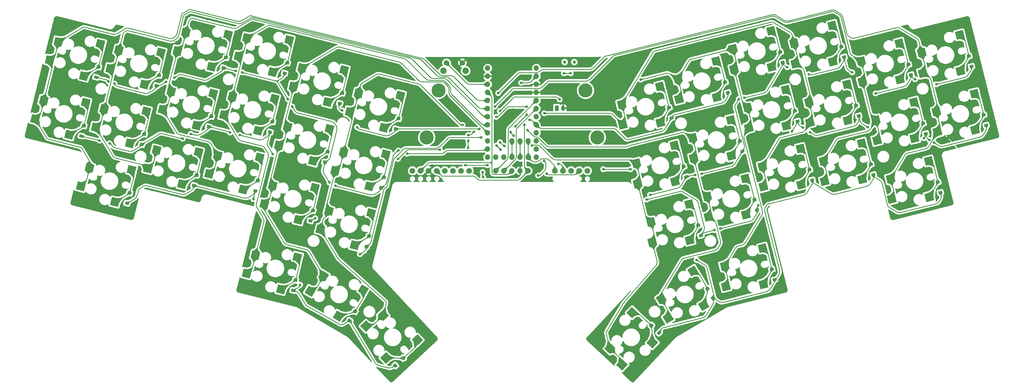
<source format=gbl>
G04 #@! TF.GenerationSoftware,KiCad,Pcbnew,8.0.4*
G04 #@! TF.CreationDate,2024-10-20T10:13:07+02:00*
G04 #@! TF.ProjectId,fairyboard,66616972-7962-46f6-9172-642e6b696361,1*
G04 #@! TF.SameCoordinates,Original*
G04 #@! TF.FileFunction,Copper,L2,Bot*
G04 #@! TF.FilePolarity,Positive*
%FSLAX46Y46*%
G04 Gerber Fmt 4.6, Leading zero omitted, Abs format (unit mm)*
G04 Created by KiCad (PCBNEW 8.0.4) date 2024-10-20 10:13:07*
%MOMM*%
%LPD*%
G01*
G04 APERTURE LIST*
G04 Aperture macros list*
%AMRotRect*
0 Rectangle, with rotation*
0 The origin of the aperture is its center*
0 $1 length*
0 $2 width*
0 $3 Rotation angle, in degrees counterclockwise*
0 Add horizontal line*
21,1,$1,$2,0,0,$3*%
G04 Aperture macros list end*
G04 #@! TA.AperFunction,WasherPad*
%ADD10C,1.000000*%
G04 #@! TD*
G04 #@! TA.AperFunction,ComponentPad*
%ADD11C,1.700000*%
G04 #@! TD*
G04 #@! TA.AperFunction,ComponentPad*
%ADD12C,2.000000*%
G04 #@! TD*
G04 #@! TA.AperFunction,SMDPad,CuDef*
%ADD13RotRect,2.550000X2.500000X313.000000*%
G04 #@! TD*
G04 #@! TA.AperFunction,SMDPad,CuDef*
%ADD14RotRect,2.600000X2.600000X166.000000*%
G04 #@! TD*
G04 #@! TA.AperFunction,SMDPad,CuDef*
%ADD15RotRect,2.550000X2.500000X14.000000*%
G04 #@! TD*
G04 #@! TA.AperFunction,ComponentPad*
%ADD16O,1.700000X1.700000*%
G04 #@! TD*
G04 #@! TA.AperFunction,SMDPad,CuDef*
%ADD17RotRect,2.550000X2.500000X346.000000*%
G04 #@! TD*
G04 #@! TA.AperFunction,SMDPad,CuDef*
%ADD18RotRect,2.600000X2.600000X194.000000*%
G04 #@! TD*
G04 #@! TA.AperFunction,SMDPad,CuDef*
%ADD19RotRect,0.900000X1.200000X43.000000*%
G04 #@! TD*
G04 #@! TA.AperFunction,SMDPad,CuDef*
%ADD20RotRect,0.900000X1.200000X104.000000*%
G04 #@! TD*
G04 #@! TA.AperFunction,SMDPad,CuDef*
%ADD21RotRect,0.900000X1.200000X76.000000*%
G04 #@! TD*
G04 #@! TA.AperFunction,SMDPad,CuDef*
%ADD22RotRect,2.550000X2.500000X47.000000*%
G04 #@! TD*
G04 #@! TA.AperFunction,SMDPad,CuDef*
%ADD23RotRect,0.900000X1.200000X137.000000*%
G04 #@! TD*
G04 #@! TA.AperFunction,SMDPad,CuDef*
%ADD24RotRect,2.600000X2.600000X210.500000*%
G04 #@! TD*
G04 #@! TA.AperFunction,ComponentPad*
%ADD25C,1.800000*%
G04 #@! TD*
G04 #@! TA.AperFunction,ComponentPad*
%ADD26C,0.700000*%
G04 #@! TD*
G04 #@! TA.AperFunction,ComponentPad*
%ADD27C,4.400000*%
G04 #@! TD*
G04 #@! TA.AperFunction,SMDPad,CuDef*
%ADD28RotRect,0.900000X1.200000X59.500000*%
G04 #@! TD*
G04 #@! TA.AperFunction,SMDPad,CuDef*
%ADD29RotRect,2.600000X2.600000X133.000000*%
G04 #@! TD*
G04 #@! TA.AperFunction,SMDPad,CuDef*
%ADD30RotRect,2.600000X2.600000X149.500000*%
G04 #@! TD*
G04 #@! TA.AperFunction,ComponentPad*
%ADD31O,1.752600X1.752600*%
G04 #@! TD*
G04 #@! TA.AperFunction,ComponentPad*
%ADD32O,1.200000X1.700000*%
G04 #@! TD*
G04 #@! TA.AperFunction,ComponentPad*
%ADD33R,1.200000X1.700000*%
G04 #@! TD*
G04 #@! TA.AperFunction,SMDPad,CuDef*
%ADD34RotRect,2.550000X2.500000X329.500000*%
G04 #@! TD*
G04 #@! TA.AperFunction,SMDPad,CuDef*
%ADD35RotRect,2.600000X2.600000X227.000000*%
G04 #@! TD*
G04 #@! TA.AperFunction,SMDPad,CuDef*
%ADD36RotRect,0.900000X1.200000X120.500000*%
G04 #@! TD*
G04 #@! TA.AperFunction,SMDPad,CuDef*
%ADD37RotRect,2.550000X2.500000X30.500000*%
G04 #@! TD*
G04 #@! TA.AperFunction,ViaPad*
%ADD38C,0.800000*%
G04 #@! TD*
G04 #@! TA.AperFunction,Conductor*
%ADD39C,0.250000*%
G04 #@! TD*
G04 APERTURE END LIST*
D10*
X231231985Y-117124838D03*
X228231985Y-117124838D03*
D11*
X191231963Y-117374830D03*
X196231963Y-117374830D03*
D12*
X197231963Y-119874830D03*
X190231963Y-119874830D03*
D13*
X182109080Y-204263909D03*
X171435249Y-196541975D03*
D14*
X97811668Y-150499135D03*
X108486355Y-155427994D03*
D15*
X262582595Y-143210581D03*
X250654064Y-148802456D03*
D11*
X216811994Y-151211382D03*
D16*
X214271990Y-151211386D03*
X211731989Y-151211387D03*
X209191988Y-151211386D03*
X206651989Y-151211386D03*
D17*
X132806898Y-147032266D03*
X119649403Y-146369493D03*
D18*
X330569701Y-160094533D03*
X342308844Y-159434986D03*
D19*
X177647722Y-210007580D03*
X175234254Y-212258174D03*
D18*
X251021101Y-155193503D03*
X262760244Y-154533956D03*
D20*
X304854627Y-150892229D03*
X305652969Y-154094205D03*
X344991786Y-154798191D03*
X345790128Y-158000167D03*
D18*
X340296136Y-120567374D03*
X352035279Y-119907827D03*
X290432521Y-156188594D03*
X302171664Y-155529047D03*
D21*
X149419502Y-163727143D03*
X148621160Y-166929119D03*
D15*
X337534685Y-129675997D03*
X325606154Y-135267872D03*
D20*
X340395278Y-136362587D03*
X341193620Y-139564563D03*
D15*
X275574969Y-116782404D03*
X263646438Y-122374279D03*
D21*
X117628616Y-134157905D03*
X116830274Y-137359881D03*
D14*
X126166088Y-115313536D03*
X136840775Y-120242395D03*
D21*
X136790005Y-135843539D03*
X135991663Y-139045515D03*
D18*
X273206514Y-165636566D03*
X284945657Y-164977019D03*
D20*
X359314748Y-133706659D03*
X360113090Y-136908635D03*
X324015992Y-149206589D03*
X324814334Y-152408565D03*
D22*
X249323348Y-195718763D03*
X242364793Y-206905248D03*
D14*
X138795575Y-143197134D03*
X149470262Y-148125993D03*
D21*
X158612516Y-126855910D03*
X157814174Y-130057886D03*
D23*
X255364230Y-199768605D03*
X257777698Y-202019199D03*
D15*
X332938165Y-111240381D03*
X321009634Y-116832256D03*
D18*
X281239505Y-119317352D03*
X292978648Y-118657805D03*
X325973191Y-141658919D03*
X337712334Y-140999372D03*
D24*
X260618385Y-197410905D03*
X271686782Y-193444421D03*
D18*
X304997388Y-136067333D03*
X316736531Y-135407786D03*
D21*
X171604900Y-153284079D03*
X170806558Y-156486055D03*
X132193494Y-154279144D03*
X131395152Y-157481120D03*
D14*
X128755819Y-183464404D03*
X139430506Y-188393263D03*
X160980990Y-132754072D03*
X171655677Y-137682931D03*
X134199041Y-161632755D03*
X144873728Y-166561614D03*
D25*
X198351981Y-151211382D03*
X195811986Y-151211377D03*
X193271982Y-151211381D03*
X190731981Y-151211382D03*
X188191980Y-151211381D03*
X185651981Y-151211381D03*
X183111981Y-151211382D03*
X180571981Y-151211382D03*
D21*
X101249342Y-121313853D03*
X100451000Y-124515829D03*
D15*
X321155390Y-142520045D03*
X309226859Y-148111920D03*
D26*
X236354285Y-125613068D03*
X236167623Y-126862052D03*
X235603110Y-124597913D03*
X235152468Y-127613227D03*
D27*
X234753297Y-126012239D03*
D26*
X234354126Y-124411251D03*
X233903484Y-127426565D03*
X233338971Y-125162426D03*
X233152309Y-126411410D03*
D18*
X268609993Y-147200957D03*
X280349136Y-146541410D03*
D17*
X122838539Y-108475407D03*
X109681044Y-107812634D03*
X172218300Y-146037195D03*
X159060805Y-145374422D03*
D28*
X162584446Y-195342118D03*
X160909570Y-198185494D03*
D14*
X156384465Y-151189685D03*
X167059152Y-156118544D03*
X121569563Y-133749149D03*
X132244250Y-138678008D03*
D18*
X246424595Y-136757888D03*
X258163738Y-136098341D03*
D14*
X81432395Y-137655115D03*
X92107082Y-142583974D03*
D20*
X260846680Y-131461551D03*
X261645022Y-134663527D03*
D21*
X122225144Y-115722275D03*
X121426802Y-118924251D03*
D20*
X283032084Y-141904608D03*
X283830426Y-145106584D03*
X293071846Y-182171891D03*
X293870188Y-185373867D03*
D14*
X116973063Y-152184756D03*
X127647750Y-157113615D03*
D18*
X344892648Y-139002997D03*
X356631791Y-138343450D03*
D29*
X166023455Y-199961433D03*
X172291557Y-209908966D03*
D17*
X141999923Y-110161046D03*
X128842428Y-109498273D03*
D15*
X292800999Y-107334430D03*
X280872468Y-112926305D03*
D30*
X148585617Y-189011150D03*
X157420850Y-196768810D03*
D20*
X287628603Y-160340225D03*
X288426945Y-163542201D03*
D21*
X77733357Y-137093561D03*
X76935015Y-140295537D03*
D15*
X284768008Y-153653644D03*
X272839477Y-159245519D03*
D17*
X137403398Y-128596659D03*
X124245903Y-127933886D03*
D15*
X311962378Y-105648794D03*
X300033847Y-111240669D03*
D26*
X186634454Y-141159902D03*
X185883279Y-142175057D03*
X186447792Y-139910918D03*
X184634295Y-142361719D03*
D27*
X185033466Y-140760731D03*
D26*
X185432637Y-139159743D03*
X183619140Y-141610544D03*
X184183653Y-139346405D03*
X183432478Y-140361560D03*
D20*
X314822980Y-112335386D03*
X315621322Y-115537362D03*
D15*
X297397491Y-125770034D03*
X285468960Y-131361909D03*
D14*
X143392089Y-124761519D03*
X154066776Y-129690378D03*
D17*
X144589654Y-178311914D03*
X131432159Y-177649141D03*
D15*
X280171487Y-135218035D03*
X268242956Y-140809910D03*
D17*
X118242033Y-126911029D03*
X105084538Y-126248256D03*
D18*
X285835997Y-137752956D03*
X297575140Y-137093409D03*
D31*
X206651980Y-146972382D03*
X209191980Y-146972382D03*
X211731980Y-146972382D03*
X214271980Y-146972382D03*
X216811980Y-146972382D03*
D16*
X211731980Y-141892382D03*
X214271980Y-141892382D03*
X216811981Y-141892383D03*
X219351980Y-119032382D03*
X219351980Y-121572382D03*
X219351980Y-124112382D03*
X219351976Y-126652385D03*
X219351980Y-129192382D03*
X219351980Y-131732382D03*
X219351980Y-134272382D03*
X219351973Y-136812382D03*
X219351980Y-139352382D03*
X219351980Y-141892382D03*
X219351980Y-144432382D03*
X219351978Y-146972381D03*
X204111982Y-146972382D03*
X204111980Y-144432382D03*
X204111980Y-141892382D03*
X204111980Y-139352382D03*
X204111984Y-136812379D03*
X204111980Y-134272382D03*
X204111980Y-131732382D03*
X204111980Y-129192382D03*
X204111987Y-126652382D03*
X204111980Y-124112382D03*
X204111980Y-121572382D03*
X204111980Y-119032382D03*
D26*
X190311658Y-126411416D03*
X189560483Y-127426571D03*
X190124996Y-125162432D03*
X188311499Y-127613233D03*
D27*
X188710670Y-126012245D03*
D26*
X189109841Y-124411257D03*
X187296344Y-126862058D03*
X187860857Y-124597919D03*
X187109682Y-125613074D03*
D32*
X227731986Y-131593382D03*
D33*
X225731986Y-131593382D03*
D21*
X113032115Y-152593525D03*
X112233773Y-155795501D03*
D18*
X278649747Y-187468238D03*
X290388890Y-186808691D03*
D14*
X86028907Y-119219500D03*
X96703594Y-124148359D03*
D21*
X82329875Y-118657949D03*
X81531533Y-121859925D03*
D17*
X101862742Y-114067010D03*
X88705247Y-113404237D03*
D20*
X335798766Y-117926965D03*
X336597108Y-121128941D03*
D18*
X255617627Y-173629134D03*
X267356770Y-172969587D03*
D20*
X265443182Y-149897167D03*
X266241524Y-153099143D03*
D18*
X300400884Y-117631716D03*
X312140027Y-116972169D03*
D17*
X159225924Y-119609029D03*
X146068429Y-118946256D03*
D18*
X321376671Y-123223303D03*
X333115814Y-122563756D03*
D21*
X143976262Y-185558779D03*
X143177920Y-188760755D03*
D20*
X270039712Y-168332793D03*
X270838054Y-171534769D03*
X319419481Y-130770972D03*
X320217823Y-133972948D03*
D17*
X176814825Y-127601582D03*
X163657330Y-126938809D03*
D21*
X154016024Y-145291525D03*
X153217682Y-148493501D03*
D15*
X301994015Y-144205672D03*
X290065484Y-149797547D03*
D20*
X300258082Y-132456627D03*
X301056424Y-135658603D03*
D15*
X257986089Y-124774966D03*
X246057558Y-130366841D03*
X351857630Y-108584452D03*
X339929099Y-114176327D03*
D14*
X102408198Y-132063519D03*
X113082885Y-136992378D03*
D15*
X267179121Y-161646212D03*
X255250590Y-167238087D03*
X342131195Y-148111611D03*
X330202664Y-153703486D03*
D26*
X240031499Y-140361559D03*
X239844837Y-141610543D03*
X239280324Y-139346404D03*
X238829682Y-142361718D03*
D27*
X238430511Y-140760730D03*
D26*
X238031340Y-139159742D03*
X237580698Y-142175056D03*
X237016185Y-139910917D03*
X236829523Y-141159901D03*
D25*
X235331990Y-151211389D03*
X232791990Y-151211389D03*
X230251990Y-151211389D03*
X227711990Y-151211389D03*
X225171989Y-151211388D03*
D34*
X165230800Y-188567891D03*
X152803372Y-184195482D03*
D21*
X96652811Y-139749476D03*
X95854469Y-142951452D03*
D17*
X82943274Y-111411051D03*
X69785779Y-110748278D03*
D35*
X246153429Y-212065330D03*
X255639490Y-205118589D03*
D14*
X107004704Y-113627897D03*
X117679391Y-118556756D03*
D17*
X97266230Y-132502625D03*
X84108735Y-131839852D03*
D14*
X76835867Y-156090727D03*
X87510554Y-161019586D03*
D17*
X78346751Y-129846704D03*
X65189256Y-129183931D03*
X92669702Y-150938237D03*
X79512207Y-150275464D03*
D18*
X264013475Y-128765326D03*
X275752618Y-128105779D03*
D17*
X150032876Y-156480265D03*
X136875381Y-155817492D03*
D14*
X62512916Y-134999194D03*
X73187603Y-139928053D03*
D15*
X290211241Y-175485316D03*
X278282710Y-181077191D03*
X316558882Y-124084411D03*
X304630351Y-129676286D03*
D20*
X354718236Y-115271032D03*
X355516578Y-118473008D03*
D21*
X92056300Y-158185115D03*
X91257958Y-161387091D03*
X167008395Y-171719694D03*
X166210053Y-174921670D03*
D17*
X167621793Y-164472822D03*
X154464298Y-163810049D03*
D21*
X176201414Y-134848447D03*
X175403072Y-138050423D03*
D17*
X113645503Y-145346645D03*
X100488008Y-144683872D03*
D36*
X272942338Y-188236575D03*
X274617214Y-191079951D03*
D21*
X141386521Y-117407898D03*
X140588179Y-120609874D03*
D17*
X154629410Y-138044644D03*
X141471915Y-137381871D03*
D18*
X309593896Y-154502967D03*
X321333039Y-153843420D03*
D20*
X278435564Y-123468985D03*
X279233906Y-126670961D03*
X295661573Y-114020998D03*
X296459915Y-117222974D03*
D15*
X356454142Y-127020075D03*
X344525611Y-132611950D03*
D37*
X268300437Y-182637800D03*
X258451304Y-191387288D03*
D14*
X151787958Y-169625312D03*
X162462645Y-174554171D03*
X67109439Y-116563541D03*
X77784126Y-121492400D03*
D38*
X207407725Y-126854044D03*
X206337705Y-131074036D03*
X216338086Y-131134049D03*
X221837733Y-133174043D03*
X206777717Y-134314036D03*
X226647736Y-128854037D03*
X207934353Y-132487398D03*
X252003172Y-122626229D03*
X216607737Y-138454038D03*
X207977714Y-142254040D03*
X196273253Y-136839287D03*
X217917726Y-143334037D03*
X209387725Y-143474048D03*
X126509890Y-139981375D03*
X111183839Y-139612731D03*
X82696962Y-141765052D03*
X202083262Y-140739280D03*
X150142117Y-166104505D03*
X211255679Y-139044255D03*
X136872423Y-146038224D03*
X212293258Y-140229281D03*
X108701232Y-141137416D03*
X164129003Y-177383275D03*
X85758304Y-142631388D03*
X123482564Y-139226597D03*
X87318050Y-123850869D03*
X142938463Y-131050519D03*
X127295439Y-120379147D03*
X141600665Y-128810344D03*
X105984860Y-122022474D03*
X103480281Y-123304651D03*
X125325736Y-119888052D03*
X85471946Y-123194769D03*
X156494962Y-155918830D03*
X178903250Y-145869290D03*
X154590419Y-154918364D03*
X176253267Y-144849280D03*
X130810652Y-160099437D03*
X206883256Y-143289277D03*
X176053258Y-147519290D03*
X145430704Y-186943721D03*
X189193247Y-144569283D03*
X208128257Y-144554290D03*
X163254930Y-137527933D03*
X158626444Y-132282379D03*
X216338091Y-133599278D03*
X212791497Y-137267536D03*
X217183242Y-135249285D03*
X201503265Y-138169300D03*
X342398248Y-141562016D03*
X340632916Y-141012770D03*
X288847943Y-162045435D03*
X253863862Y-160264109D03*
X304971690Y-139103287D03*
X343780156Y-142392381D03*
X275076734Y-169786964D03*
X323073116Y-137506727D03*
X299330439Y-138881429D03*
X302816419Y-137692783D03*
X276881478Y-169336982D03*
X284423608Y-128324128D03*
X221803247Y-148139287D03*
X202713246Y-153239287D03*
X202533257Y-151609288D03*
X318201720Y-120366065D03*
X248827731Y-150754027D03*
X271008425Y-152147194D03*
X219863250Y-152699284D03*
X282686788Y-128715947D03*
X269080016Y-152555863D03*
X240269099Y-150725120D03*
X304653350Y-120920178D03*
X325493040Y-126957933D03*
X254931965Y-158761057D03*
X344504799Y-124093508D03*
X337906380Y-122512846D03*
X297880676Y-118764608D03*
X269495452Y-179184495D03*
X197973263Y-144049273D03*
X198033248Y-141749287D03*
X197993257Y-140014287D03*
X214593256Y-123619283D03*
X199813263Y-138959291D03*
X215613096Y-136737474D03*
X204033081Y-149467480D03*
X197123089Y-149457472D03*
X230103257Y-120629274D03*
X227963245Y-120659288D03*
X246284955Y-146028769D03*
X340175596Y-130227149D03*
X276512273Y-194331804D03*
X111674652Y-125748205D03*
X221754085Y-153987119D03*
X94174120Y-109935821D03*
X139342744Y-145768655D03*
X192629582Y-130124238D03*
X347817177Y-158098770D03*
X88750331Y-127624222D03*
X284555685Y-186368337D03*
X235975608Y-117713522D03*
X177747980Y-150618828D03*
X348177935Y-140962121D03*
X114334367Y-120642526D03*
X286712248Y-118092811D03*
X307497553Y-122567643D03*
X131684318Y-125370062D03*
X152553116Y-112933382D03*
X239035421Y-123195265D03*
X169762049Y-125497852D03*
X266995435Y-176281571D03*
X296982204Y-133036115D03*
X279587435Y-171007768D03*
X127131982Y-145679892D03*
X256285845Y-127963796D03*
X86138647Y-151063725D03*
X325300944Y-150892726D03*
X337588294Y-117996698D03*
X149566364Y-183716516D03*
X136850642Y-117408240D03*
X274022951Y-120039191D03*
X81462105Y-160654877D03*
X292290524Y-158470436D03*
X178024266Y-211356762D03*
X170280787Y-186244736D03*
X134584051Y-170824329D03*
X75910727Y-125523682D03*
X65589879Y-120303783D03*
X284725200Y-160804118D03*
X302063189Y-105079389D03*
X157627779Y-158488915D03*
X296839603Y-122514812D03*
X189274093Y-139647114D03*
X266518703Y-130193199D03*
X167668149Y-191422241D03*
X242504087Y-149347114D03*
X197736993Y-135214183D03*
X355339762Y-109908128D03*
X137045204Y-140809797D03*
X246176306Y-125214959D03*
X319616484Y-145619769D03*
X315157689Y-143428888D03*
X307516835Y-145956528D03*
X157467787Y-170996903D03*
X81469207Y-147899851D03*
X243977734Y-201395539D03*
X251385817Y-191670894D03*
X261825851Y-173973643D03*
X145024873Y-135625230D03*
X106930372Y-135834766D03*
X279703233Y-137699258D03*
X289862040Y-168233972D03*
X89103532Y-158105282D03*
X289292308Y-145507240D03*
X253754670Y-201313936D03*
X75817902Y-109968114D03*
X172270289Y-142898275D03*
X266676919Y-112860073D03*
X256110633Y-161161953D03*
X192014088Y-146707098D03*
X147404543Y-115547902D03*
X261567058Y-125175343D03*
X60733398Y-137905225D03*
X139971235Y-153047368D03*
X177691185Y-196123037D03*
X114374181Y-158496531D03*
X217394072Y-153337099D03*
X219194080Y-151757118D03*
X106691312Y-143433438D03*
X200094079Y-146507106D03*
X175484158Y-130317630D03*
X342597648Y-135191044D03*
X134596020Y-109881121D03*
X162829025Y-117602672D03*
X162715451Y-160695209D03*
X111658107Y-148216799D03*
X274543621Y-133050986D03*
X340186757Y-107221191D03*
X279148436Y-110258368D03*
X267654078Y-186287104D03*
X136757632Y-176276159D03*
X139747153Y-191801649D03*
X103903478Y-115514600D03*
X214424076Y-126837103D03*
X164894986Y-181497941D03*
X68217754Y-125076009D03*
X284543308Y-122603499D03*
X223420257Y-135201164D03*
X266696024Y-168317581D03*
X134302727Y-158639057D03*
X292045056Y-135295070D03*
X204244074Y-151467106D03*
X241281136Y-127597462D03*
X324785232Y-110514515D03*
X126715583Y-185972399D03*
X258892386Y-203889673D03*
X311994211Y-112367998D03*
X127171325Y-122937997D03*
X68387586Y-107473611D03*
X286674392Y-107474204D03*
X345263787Y-110403264D03*
X276999561Y-183987346D03*
X233366233Y-130637540D03*
X297393234Y-112711315D03*
X99061847Y-153180583D03*
X238803236Y-135713420D03*
X327804598Y-128257540D03*
X337412033Y-137757790D03*
X201984086Y-147657106D03*
X108919957Y-118052218D03*
X294601557Y-188957754D03*
X231314165Y-135301427D03*
X117125950Y-140853064D03*
X180086585Y-132772630D03*
X91116414Y-153025514D03*
X289424610Y-178734167D03*
X86285151Y-163552214D03*
X261372294Y-138306145D03*
X162686745Y-140628014D03*
X144939701Y-163695160D03*
X198044497Y-117600913D03*
X225739393Y-140877798D03*
X195304075Y-139407122D03*
X183014695Y-198878563D03*
X291676499Y-110225339D03*
X119230269Y-122689353D03*
X274176768Y-153667462D03*
X131972811Y-135863392D03*
X116488099Y-103669003D03*
X350173538Y-104822725D03*
X130581058Y-106255221D03*
X287155846Y-140527265D03*
X306928664Y-138227049D03*
X172746099Y-214262313D03*
X334923939Y-110066598D03*
X73592701Y-105271355D03*
X119072918Y-156225026D03*
X264430584Y-118050305D03*
X150076173Y-133337250D03*
X208114083Y-139407107D03*
X253676721Y-120586906D03*
X160064678Y-201790743D03*
X186794066Y-149587116D03*
X124720031Y-112946832D03*
X236294015Y-203924737D03*
X284370441Y-148408877D03*
X157263864Y-194080727D03*
X200310800Y-150761724D03*
X261595164Y-163421668D03*
X247244082Y-148887115D03*
X178086278Y-140565384D03*
X284022565Y-176354219D03*
X147457203Y-178759569D03*
X147202425Y-158558738D03*
X355218483Y-130119277D03*
X177424157Y-120208045D03*
X337432160Y-125283087D03*
X289328595Y-125280482D03*
X139725708Y-112698618D03*
X144839790Y-109930851D03*
X264327601Y-201384420D03*
X142196566Y-168569975D03*
X243745437Y-140233555D03*
X165100369Y-170762148D03*
X144641911Y-128163485D03*
X231441270Y-125069159D03*
X152476771Y-140610804D03*
X114842839Y-106134209D03*
X302173880Y-125681844D03*
X134566905Y-130698079D03*
X147068071Y-150926040D03*
X94152602Y-135650595D03*
X142045925Y-181146805D03*
X266822586Y-156003936D03*
X268850836Y-135678565D03*
X119344047Y-110186839D03*
X99176025Y-130631217D03*
X114501148Y-133354859D03*
X185361188Y-203974391D03*
X360437730Y-140730930D03*
X350609343Y-112801479D03*
X188142988Y-135315726D03*
X122121278Y-143074905D03*
X167702928Y-153206722D03*
X131822148Y-188784132D03*
X180304709Y-125091608D03*
X139580526Y-132697999D03*
X88522816Y-145703161D03*
X160101649Y-183489230D03*
X174940068Y-191476303D03*
X194974087Y-142007115D03*
X335009123Y-148399172D03*
X78743913Y-117937421D03*
X259072761Y-178547556D03*
X212104085Y-132047109D03*
X248963326Y-214065937D03*
X314854238Y-155550789D03*
X99185615Y-137876808D03*
X279592646Y-163183968D03*
X319663358Y-112386516D03*
X314635743Y-120485926D03*
X223285873Y-125049854D03*
X149600635Y-145419973D03*
X261876302Y-151078413D03*
X78998518Y-142812321D03*
X271873366Y-178748380D03*
X157777837Y-115561185D03*
X256195950Y-183671216D03*
X322676647Y-132645902D03*
X246464767Y-121717503D03*
X231524076Y-149137116D03*
X167695878Y-120408174D03*
X274564877Y-112446155D03*
X173461047Y-118542300D03*
X284178226Y-135432755D03*
X347612059Y-125720357D03*
X81131084Y-127842517D03*
X345071117Y-145895386D03*
X86094598Y-110399127D03*
X185023689Y-130663568D03*
X144572267Y-173853265D03*
X165304197Y-145777671D03*
X254240580Y-211925226D03*
X132275113Y-165937914D03*
X259043232Y-115417616D03*
X170352866Y-148383977D03*
X302037944Y-140591642D03*
X208168168Y-120057237D03*
X121969277Y-130767748D03*
X154922881Y-181075133D03*
X274290030Y-145902401D03*
X242534082Y-153507110D03*
X358293258Y-119969923D03*
X152595892Y-175928831D03*
X249724772Y-114767494D03*
X76118246Y-158671049D03*
X256320275Y-143396602D03*
X233428870Y-140486957D03*
X226203095Y-149052464D03*
X222543098Y-152092484D03*
D39*
X318822953Y-109621310D02*
X332059641Y-106321034D01*
X241239417Y-115189318D02*
X293200090Y-102234055D01*
X345146360Y-138580738D02*
X345104901Y-138649738D01*
X62770442Y-135427770D02*
X65947848Y-140715848D01*
X345297411Y-138329347D02*
X345228699Y-138443703D01*
X79279324Y-151209493D02*
X79324456Y-151028483D01*
X240274680Y-115735145D02*
X236984241Y-119025584D01*
X331146256Y-159135023D02*
X330569716Y-160094555D01*
X79275711Y-151223982D02*
X79227871Y-151415853D01*
X79558237Y-150090828D02*
X79551015Y-150119795D01*
X236022303Y-119424030D02*
X221565510Y-119424033D01*
X79572680Y-150032896D02*
X79565459Y-150061864D01*
X344808432Y-139143154D02*
X344846340Y-139080063D01*
X79544020Y-150147849D02*
X79551015Y-150119795D01*
X316506244Y-108229299D02*
X315158274Y-102822873D01*
X79714907Y-149462483D02*
X79706952Y-149494385D01*
X298058153Y-104223384D02*
X311790759Y-100799471D01*
X345469196Y-138043479D02*
X345460606Y-138057771D01*
X79416524Y-150659217D02*
X79324456Y-151028483D01*
X297028383Y-104069507D02*
X294229848Y-102387966D01*
X345587389Y-137846764D02*
X345608563Y-137811524D01*
X67110845Y-116690581D02*
X67664012Y-117611200D01*
X106462298Y-109023130D02*
X105370245Y-109679301D01*
X342736391Y-122498465D02*
X344921626Y-131263003D01*
X79736117Y-149377407D02*
X79730814Y-149398680D01*
X220427131Y-119998925D02*
X220603572Y-119822485D01*
X345516908Y-137964054D02*
X345545039Y-137917240D01*
X79565459Y-150061864D02*
X79558237Y-150090828D01*
X344808432Y-139143154D02*
X344764006Y-139217096D01*
X345228699Y-138443703D02*
X345159988Y-138558058D01*
X79664528Y-149664536D02*
X79643316Y-149749615D01*
X91691144Y-106473021D02*
X104857939Y-109755869D01*
X79706952Y-149494385D02*
X79685741Y-149579462D01*
X345426251Y-138114945D02*
X345443425Y-138086359D01*
X344817218Y-139128538D02*
X344852612Y-139069628D01*
X344525613Y-132611945D02*
X344784407Y-132181251D01*
X341279776Y-144242207D02*
X335484180Y-145687212D01*
X345366124Y-138215000D02*
X345297411Y-138329347D01*
X79579904Y-150003927D02*
X79572680Y-150032896D01*
X68688295Y-115150060D02*
X69785769Y-110748302D01*
X68068963Y-115987031D02*
X67148352Y-116540188D01*
X125929546Y-104306596D02*
X111342956Y-100669755D01*
X339012093Y-110498486D02*
X339929097Y-114176323D01*
X345375327Y-138199680D02*
X345354468Y-138234397D01*
X344157237Y-140226920D02*
X344326943Y-139944481D01*
X67817920Y-118640980D02*
X65189272Y-129183924D01*
X344961284Y-138888756D02*
X345063446Y-138718734D01*
X344525617Y-132611947D02*
X345623093Y-137013719D01*
X214427866Y-120397377D02*
X219465189Y-120397367D01*
X78945345Y-152549009D02*
X79040122Y-152168879D01*
X78661917Y-153685779D02*
X78414721Y-154677225D01*
X193491705Y-121727731D02*
X200557900Y-128793922D01*
X79522807Y-150232927D02*
X79494376Y-150346970D01*
X345446119Y-138081867D02*
X345375327Y-138199680D01*
X341026563Y-118578074D02*
X339929094Y-114176327D01*
X340553659Y-120138804D02*
X340872671Y-119607836D01*
X344741794Y-139254068D02*
X344764006Y-139217096D01*
X79133999Y-151792367D02*
X79040122Y-152168879D01*
X106615075Y-108816679D02*
X106622833Y-108785540D01*
X78945345Y-152549009D02*
X78661917Y-153685779D01*
X344741794Y-139254068D02*
X344553224Y-139567891D01*
X207407725Y-126854044D02*
X213465935Y-120795813D01*
X79579904Y-150003927D02*
X79622100Y-149834692D01*
X344001671Y-140485826D02*
X343690540Y-141003630D01*
X331300148Y-158105262D02*
X330202648Y-153703492D01*
X79227871Y-151415853D02*
X79133999Y-151792367D01*
X79473164Y-150432045D02*
X79451952Y-150517120D01*
X317125581Y-109066274D02*
X317793189Y-109467416D01*
X201519829Y-129192377D02*
X204111974Y-129192365D01*
X344345806Y-139913100D02*
X344553224Y-139567891D01*
X78150379Y-106187177D02*
X86962860Y-108384374D01*
X79277518Y-151216740D02*
X79275711Y-151223982D01*
X345100379Y-138657268D02*
X344958799Y-138892900D01*
X333089406Y-106474938D02*
X338392772Y-109661510D01*
X79451952Y-150517120D02*
X79416524Y-150659217D01*
X345391892Y-138172122D02*
X345366124Y-138215000D01*
X345460606Y-138057771D02*
X345443425Y-138086359D01*
X183564994Y-115919947D02*
X130265626Y-102630906D01*
X343996957Y-140493671D02*
X344166665Y-140211234D01*
X126959316Y-104152699D02*
X129235862Y-102784807D01*
X77795401Y-155514190D02*
X76835871Y-156090731D01*
X79725510Y-149419943D02*
X79720210Y-149441212D01*
X334647192Y-146306538D02*
X330202650Y-153703494D01*
X344515512Y-139630659D02*
X344817218Y-139128538D01*
X344515512Y-139630659D02*
X344326943Y-139944481D01*
X345159988Y-138558058D02*
X345146360Y-138580738D01*
X79685741Y-149579462D02*
X79664528Y-149664536D01*
X345104901Y-138649738D02*
X345063446Y-138718734D01*
X344961284Y-138888756D02*
X344903814Y-138984410D01*
X344958799Y-138892900D02*
X344923404Y-138951810D01*
X79544020Y-150147849D02*
X79522807Y-150232927D01*
X340724710Y-120824907D02*
X342117059Y-121661508D01*
X344345806Y-139913100D02*
X344166665Y-140211234D01*
X345426251Y-138114945D02*
X345409071Y-138143532D01*
X345100379Y-138657268D02*
X345129454Y-138608882D01*
X343690540Y-141003630D02*
X343996957Y-140493671D01*
X79720210Y-149441212D02*
X79714907Y-149462483D01*
X79643316Y-149749615D02*
X79622100Y-149834692D01*
X342116735Y-143622870D02*
X343690540Y-141003630D01*
X79494376Y-150346970D02*
X79473164Y-150432045D01*
X345516908Y-137964054D02*
X345446119Y-138081867D01*
X108211708Y-102551202D02*
X106758114Y-108381250D01*
X90661393Y-106626922D02*
X87992620Y-108230477D01*
X345241961Y-138421642D02*
X345129454Y-138608882D01*
X344157237Y-140226920D02*
X344001671Y-140485826D01*
X63472446Y-134422650D02*
X62941514Y-134741668D01*
X345354468Y-138234397D02*
X345241961Y-138421642D01*
X66784813Y-141335170D02*
X76345157Y-143718838D01*
X79279324Y-151209493D02*
X79277518Y-151216740D01*
X345587389Y-137846764D02*
X345545039Y-137917240D01*
X344923404Y-138951810D02*
X344852612Y-139069628D01*
X188994805Y-120930834D02*
X184529727Y-116465750D01*
X344903814Y-138984410D02*
X344846340Y-139080063D01*
X108831034Y-101714232D02*
X110313200Y-100823653D01*
X64091777Y-133585675D02*
X65189272Y-129183924D01*
X345409071Y-138143532D02*
X345391892Y-138172122D01*
X192529767Y-121329290D02*
X189956747Y-121329291D01*
X79725510Y-149419943D02*
X79730814Y-149398680D01*
X79738769Y-149366774D02*
X79736117Y-149377407D01*
X79584875Y-148337004D02*
X77182116Y-144338162D01*
X312820519Y-100953361D02*
X314538955Y-101985914D01*
X77120618Y-106341073D02*
X69785774Y-110748307D01*
X129235862Y-102784807D02*
G75*
G02*
X130265622Y-102630921I700638J-1166093D01*
G01*
X79738769Y-149366774D02*
G75*
G03*
X79584844Y-148337023I-1319969J329074D01*
G01*
X240274680Y-115735145D02*
G75*
G02*
X241239422Y-115189338I1466420J-1466455D01*
G01*
X67817920Y-118640980D02*
G75*
G03*
X67663996Y-117611210I-1320020J329080D01*
G01*
X345469196Y-138043479D02*
G75*
G03*
X345623113Y-137013714I-1166096J700679D01*
G01*
X342117059Y-121661508D02*
G75*
G02*
X342736431Y-122498455I-700559J-1166092D01*
G01*
X344345806Y-139913100D02*
X344326943Y-139944481D01*
X77120618Y-106341073D02*
G75*
G02*
X78150387Y-106187147I700682J-1166027D01*
G01*
X344515512Y-139630659D02*
X344553224Y-139567891D01*
X106615075Y-108816679D02*
G75*
G02*
X106462289Y-109023115I-325675J81279D01*
G01*
X68068963Y-115987031D02*
G75*
G03*
X68688300Y-115150061I-700563J1166031D01*
G01*
X312820519Y-100953361D02*
G75*
G03*
X311790767Y-100799505I-700619J-1166239D01*
G01*
X220427131Y-119998925D02*
G75*
G02*
X219465189Y-120397372I-961931J961925D01*
G01*
X335484180Y-145687212D02*
G75*
G03*
X334647193Y-146306539I329020J-1319888D01*
G01*
X183564994Y-115919947D02*
G75*
G02*
X184529708Y-116465769I-501794J-2012353D01*
G01*
X108211708Y-102551202D02*
G75*
G02*
X108831027Y-101714220I1319992J-329098D01*
G01*
X125929546Y-104306596D02*
G75*
G03*
X126959332Y-104152725I329154J1319996D01*
G01*
X340872671Y-119607836D02*
G75*
G03*
X341026569Y-118578072I-1165971J700636D01*
G01*
X236022303Y-119424030D02*
G75*
G03*
X236984218Y-119025561I-103J1360530D01*
G01*
X333089406Y-106474938D02*
G75*
G03*
X332059635Y-106321010I-700706J-1166162D01*
G01*
X297028383Y-104069507D02*
G75*
G03*
X298058150Y-104223373I700617J1166107D01*
G01*
X111342956Y-100669755D02*
G75*
G03*
X110313221Y-100823689I-329056J-1319945D01*
G01*
X213465935Y-120795813D02*
G75*
G02*
X214427866Y-120397390I961965J-962087D01*
G01*
X67098459Y-116607623D02*
G75*
G03*
X67110822Y-116690595I106241J-26577D01*
G01*
X344525618Y-132611947D02*
X344525613Y-132611945D01*
X344157237Y-140226920D02*
X344166665Y-140211234D01*
X345623093Y-137013719D02*
G75*
G02*
X345608592Y-137811535I-1070593J-379581D01*
G01*
X188994805Y-120930834D02*
G75*
G03*
X189956747Y-121329265I961995J962134D01*
G01*
X339012093Y-110498486D02*
G75*
G03*
X338392755Y-109661538I-1319793J-329014D01*
G01*
X344525613Y-132611945D02*
X344525617Y-132611947D01*
X221565510Y-119424033D02*
G75*
G03*
X220603569Y-119822482I-10J-1360367D01*
G01*
X318822953Y-109621310D02*
G75*
G02*
X317793179Y-109467433I-329153J1319910D01*
G01*
X344741794Y-139254068D02*
X344817218Y-139128538D01*
X105370245Y-109679301D02*
G75*
G02*
X104857942Y-109755858I-348545J580001D01*
G01*
X106690480Y-108583400D02*
G75*
G03*
X106758114Y-108381250I-1251780J531200D01*
G01*
X106690480Y-108583400D02*
G75*
G03*
X106622830Y-108785539I1249620J-530600D01*
G01*
X90661393Y-106626922D02*
G75*
G02*
X91691136Y-106473054I700607J-1166078D01*
G01*
X77182116Y-144338162D02*
G75*
G03*
X76345149Y-143718871I-1166016J-700638D01*
G01*
X201519829Y-129192377D02*
G75*
G02*
X200557879Y-128793943I-29J1360377D01*
G01*
X63472446Y-134422650D02*
G75*
G03*
X64091818Y-133585685I-700646J1166150D01*
G01*
X345469196Y-138043479D02*
X345651439Y-137852427D01*
X342116735Y-143622870D02*
G75*
G02*
X341279764Y-144242159I-1166035J700670D01*
G01*
X193491705Y-121727731D02*
G75*
G03*
X192529767Y-121329316I-961905J-961969D01*
G01*
X62941514Y-134741668D02*
G75*
G03*
X62770381Y-135427807I257486J-428632D01*
G01*
X66784813Y-141335170D02*
G75*
G02*
X65947876Y-140715831I329087J1319870D01*
G01*
X344525617Y-132611947D02*
X344525618Y-132611947D01*
X317125581Y-109066274D02*
G75*
G02*
X316506271Y-108229292I700819J1166174D01*
G01*
X67098459Y-116607623D02*
G75*
G02*
X67148344Y-116540174I106341J-26477D01*
G01*
X77795401Y-155514190D02*
G75*
G03*
X78414710Y-154677222I-700701J1166090D01*
G01*
X331300148Y-158105262D02*
G75*
G02*
X331146287Y-159135041I-1320148J-329138D01*
G01*
X344921626Y-131263003D02*
G75*
G02*
X344784423Y-132181261I-1177126J-293497D01*
G01*
X314538955Y-101985914D02*
G75*
G02*
X315158265Y-102822875I-700555J-1165986D01*
G01*
X293200090Y-102234055D02*
G75*
G02*
X294229864Y-102387939I329110J-1320145D01*
G01*
X340724710Y-120824907D02*
G75*
G02*
X340553613Y-120138776I257490J428607D01*
G01*
X343996957Y-140493671D02*
X344001671Y-140485826D01*
X86962860Y-108384374D02*
G75*
G03*
X87992631Y-108230496I329140J1319974D01*
G01*
X77722966Y-137135241D02*
X77721075Y-137142822D01*
X77756982Y-136998787D02*
X77755090Y-137006371D01*
X77744699Y-137048064D02*
X77737137Y-137078385D01*
X77752257Y-137017740D02*
X77755090Y-137006371D01*
X77726745Y-137120082D02*
X77724854Y-137127665D01*
X77758874Y-136991206D02*
X77764543Y-136968461D01*
X77729579Y-137108712D02*
X77726745Y-137120082D01*
X77752257Y-137017740D02*
X77744699Y-137048064D01*
X77824079Y-136729673D02*
X77793839Y-136850963D01*
X77719185Y-137150406D02*
X77718243Y-137154196D01*
X77724854Y-137127665D02*
X77722966Y-137135241D01*
X77737137Y-137078385D02*
X77729579Y-137108712D01*
X77721075Y-137142822D02*
X77719185Y-137150406D01*
X77649554Y-137247043D02*
X73187628Y-139928031D01*
X77824079Y-136729673D02*
X79053878Y-131797204D01*
X77758874Y-136991206D02*
X77756982Y-136998787D01*
X78900003Y-130767447D02*
X78346767Y-129846678D01*
X77783442Y-136892655D02*
X77773992Y-136930560D01*
X77793839Y-136850963D02*
X77783442Y-136892655D01*
X77773992Y-136930560D02*
X77764543Y-136968461D01*
X77718243Y-137154196D02*
G75*
G02*
X77649558Y-137247049I-146443J36496D01*
G01*
X78900003Y-130767447D02*
G75*
G02*
X79053910Y-131797212I-1166003J-700653D01*
G01*
X82321380Y-118692050D02*
X82319487Y-118699631D01*
X82355391Y-118555607D02*
X82353501Y-118563191D01*
X82333662Y-118642777D02*
X82326102Y-118673098D01*
X82317599Y-118707206D02*
X82315711Y-118714787D01*
X82353501Y-118563191D02*
X82351612Y-118570769D01*
X82348778Y-118582140D02*
X82341217Y-118612456D01*
X82323267Y-118684469D02*
X82321380Y-118692050D01*
X83650393Y-113361568D02*
X82420587Y-118294103D01*
X82246075Y-118811400D02*
X77784126Y-121492418D01*
X82379957Y-118457071D02*
X82370510Y-118494968D01*
X82314767Y-118718576D02*
X82315711Y-118714787D01*
X82341217Y-118612456D02*
X82333662Y-118642777D01*
X82348778Y-118582140D02*
X82351612Y-118570769D01*
X82379957Y-118457071D02*
X82390352Y-118415381D01*
X83496511Y-112331808D02*
X82943268Y-111411061D01*
X82370510Y-118494968D02*
X82361060Y-118532867D01*
X82355391Y-118555607D02*
X82361060Y-118532867D01*
X82326102Y-118673098D02*
X82323267Y-118684469D01*
X82317599Y-118707206D02*
X82319487Y-118699631D01*
X82420587Y-118294103D02*
X82390352Y-118415381D01*
X83650393Y-113361568D02*
G75*
G03*
X83496529Y-112331797I-1319893J329168D01*
G01*
X82314767Y-118718576D02*
G75*
G02*
X82246078Y-118811405I-146367J36476D01*
G01*
X92067650Y-158139627D02*
X92060090Y-158169946D01*
X92147030Y-157821257D02*
X92116790Y-157942541D01*
X92049693Y-158211640D02*
X92047803Y-158219220D01*
X91972496Y-158338578D02*
X87510557Y-161019590D01*
X92079938Y-158090355D02*
X92078044Y-158097942D01*
X92075212Y-158109306D02*
X92078044Y-158097942D01*
X92052526Y-158200270D02*
X92049693Y-158211640D01*
X92044026Y-158234376D02*
X92045914Y-158226799D01*
X92041190Y-158245752D02*
X92042135Y-158241960D01*
X92044026Y-158234376D02*
X92042135Y-158241960D01*
X92096947Y-158022137D02*
X92087495Y-158060039D01*
X92081826Y-158082772D02*
X92079938Y-158090355D01*
X92106395Y-157984233D02*
X92096947Y-158022137D01*
X92116790Y-157942541D02*
X92106395Y-157984233D01*
X92087495Y-158060039D02*
X92081826Y-158082772D01*
X92047803Y-158219220D02*
X92045914Y-158226799D01*
X92147030Y-157821257D02*
X93376848Y-152888728D01*
X92075212Y-158109306D02*
X92067650Y-158139627D01*
X92060090Y-158169946D02*
X92052526Y-158200270D01*
X93222939Y-151858980D02*
X92669684Y-150938228D01*
X92041190Y-158245752D02*
G75*
G02*
X91972480Y-158338552I-146390J36552D01*
G01*
X93222939Y-151858980D02*
G75*
G02*
X93376822Y-152888722I-1166039J-700620D01*
G01*
X90563399Y-107598603D02*
X90765266Y-107477322D01*
X97532823Y-150035057D02*
X97554145Y-150070541D01*
X312748520Y-101435100D02*
X314147405Y-102275630D01*
X106655296Y-109882916D02*
X105790860Y-110402302D01*
X313103276Y-141660487D02*
X309226856Y-148111922D01*
X129958156Y-103206021D02*
X126899411Y-105043900D01*
X321953208Y-122263774D02*
X321376659Y-123223313D01*
X235909184Y-122685593D02*
X243100373Y-115494376D01*
X222608694Y-123482496D02*
X221055606Y-125035594D01*
X130689656Y-103200407D02*
X183128966Y-116274999D01*
X189216741Y-121799281D02*
X191139777Y-121799292D01*
X220093647Y-125434040D02*
X212541223Y-125434035D01*
X314766745Y-103112606D02*
X317553816Y-114290954D01*
X87607744Y-117805999D02*
X88705235Y-113404220D01*
X294157868Y-102869698D02*
X296956402Y-104551223D01*
X318173142Y-115127931D02*
X321009631Y-116832251D01*
X297986159Y-104705128D02*
X311718775Y-101281198D01*
X86286405Y-119648080D02*
X86605437Y-120179040D01*
X81860953Y-137397602D02*
X82391923Y-137078564D01*
X130429584Y-103135563D02*
X130677339Y-103197337D01*
X107274623Y-109045945D02*
X108784951Y-102988367D01*
X323034851Y-138773621D02*
X313940239Y-141041151D01*
X96728634Y-149439990D02*
X87612629Y-147167120D01*
X206337705Y-131074036D02*
X211579280Y-125832492D01*
X201237897Y-131333926D02*
X192101711Y-122197724D01*
X322107097Y-121234022D02*
X321009623Y-116832270D01*
X202199838Y-131732378D02*
X204111985Y-131732376D01*
X223570647Y-123084033D02*
X234947242Y-123084043D01*
X126471854Y-105107798D02*
X126017830Y-104994596D01*
X110449189Y-101523547D02*
X109404273Y-102151399D01*
X83011250Y-136241621D02*
X84108721Y-131839864D01*
X326703645Y-139669625D02*
X325704115Y-135660817D01*
X188254791Y-121400832D02*
X183128963Y-116275003D01*
X86759330Y-121208791D02*
X84108721Y-131839864D01*
X326549747Y-140699390D02*
X325973176Y-141658926D01*
X323871807Y-138154290D02*
X325348630Y-135696446D01*
X310170446Y-153543422D02*
X309593893Y-154502943D01*
X126017830Y-104994596D02*
X111478948Y-101369650D01*
X324646606Y-134691328D02*
X325123139Y-134977650D01*
X98240262Y-150241620D02*
X98771206Y-149922597D01*
X324027284Y-133854357D02*
X321376661Y-123223309D01*
X89944054Y-108435576D02*
X88705245Y-113404242D01*
X86775646Y-146547789D02*
X81689905Y-138083698D01*
X310324343Y-152513651D02*
X309226869Y-148111917D01*
X244065117Y-114948566D02*
X293128100Y-102715792D01*
X86988424Y-118642961D02*
X86457485Y-118961982D01*
X104761093Y-110556218D02*
X91795022Y-107323417D01*
X99390521Y-149085632D02*
X100487998Y-144683872D01*
X106655296Y-109882916D02*
G75*
G03*
X107274609Y-109045942I-700596J1166016D01*
G01*
X130689656Y-103200407D02*
G75*
G03*
X130684842Y-103201108I-1556J-6193D01*
G01*
X325348630Y-135696446D02*
G75*
G03*
X325123142Y-134977644I-474730J245846D01*
G01*
X323871807Y-138154290D02*
G75*
G02*
X323034856Y-138773641I-1166007J700490D01*
G01*
X325704115Y-135660817D02*
G75*
G03*
X325123141Y-134977646I-1136515J-377883D01*
G01*
X310170446Y-153543422D02*
G75*
G03*
X310324313Y-152513659I-1166146J700622D01*
G01*
X86775646Y-146547789D02*
G75*
G03*
X87612633Y-147167102I1166154J700789D01*
G01*
X90765266Y-107477322D02*
G75*
G02*
X91795020Y-107323424I700634J-1165978D01*
G01*
X212541223Y-125434035D02*
G75*
G03*
X211579291Y-125832503I-23J-1360265D01*
G01*
X220093647Y-125434040D02*
G75*
G03*
X221055612Y-125035600I53J1360340D01*
G01*
X98240262Y-150241620D02*
G75*
G02*
X97554117Y-150070558I-257562J428520D01*
G01*
X324027284Y-133854357D02*
G75*
G03*
X324646614Y-134691315I1320016J329157D01*
G01*
X130681244Y-103200228D02*
G75*
G03*
X130677339Y-103197338I-5444J-3272D01*
G01*
X83011250Y-136241621D02*
G75*
G02*
X82391925Y-137078567I-1319950J329121D01*
G01*
X81860953Y-137397602D02*
G75*
G03*
X81689881Y-138083712I257547J-428598D01*
G01*
X297986159Y-104705128D02*
G75*
G02*
X296956409Y-104551212I-329059J1320128D01*
G01*
X325348630Y-135696446D02*
G75*
G02*
X325704133Y-135660806I186070J-65154D01*
G01*
X189216741Y-121799281D02*
G75*
G02*
X188254798Y-121400825I-41J1360281D01*
G01*
X90563399Y-107598603D02*
G75*
G03*
X89944083Y-108435583I700701J-1166097D01*
G01*
X99390521Y-149085632D02*
G75*
G02*
X98771208Y-149922601I-1320021J329132D01*
G01*
X244065117Y-114948566D02*
G75*
G03*
X243100389Y-115494392I501883J-2012534D01*
G01*
X313940239Y-141041151D02*
G75*
G03*
X313103291Y-141660496I329061J-1319849D01*
G01*
X201237897Y-131333926D02*
G75*
G03*
X202199838Y-131732382I961903J961826D01*
G01*
X109404273Y-102151399D02*
G75*
G03*
X108784939Y-102988364I700527J-1166001D01*
G01*
X321953208Y-122263774D02*
G75*
G03*
X322107121Y-121234016I-1166108J700674D01*
G01*
X110449189Y-101523547D02*
G75*
G02*
X111478942Y-101369675I700611J-1166053D01*
G01*
X223570647Y-123084033D02*
G75*
G03*
X222608704Y-123482506I53J-1360467D01*
G01*
X311718775Y-101281198D02*
G75*
G02*
X312748533Y-101435078I329125J-1320002D01*
G01*
X105790860Y-110402302D02*
G75*
G02*
X104761094Y-110556214I-700660J1166002D01*
G01*
X130681244Y-103200228D02*
G75*
G03*
X130684859Y-103201137I2256J1328D01*
G01*
X314766745Y-103112606D02*
G75*
G03*
X314147395Y-102275647I-1320045J-329194D01*
G01*
X293128100Y-102715792D02*
G75*
G02*
X294157856Y-102869718I329100J-1319808D01*
G01*
X96728634Y-149439990D02*
G75*
G02*
X97532813Y-150035063I-316334J-1268410D01*
G01*
X192101711Y-122197724D02*
G75*
G03*
X191139777Y-121799277I-961911J-961876D01*
G01*
X86457485Y-118961982D02*
G75*
G03*
X86286373Y-119648099I257515J-428618D01*
G01*
X235909184Y-122685593D02*
G75*
G02*
X234947242Y-123084016I-961884J961893D01*
G01*
X130429584Y-103135563D02*
G75*
G03*
X129958151Y-103206013I-150684J-604237D01*
G01*
X326703645Y-139669625D02*
G75*
G02*
X326549739Y-140699385I-1320145J-329075D01*
G01*
X317553816Y-114290954D02*
G75*
G03*
X318173134Y-115127944I1320084J329154D01*
G01*
X126899411Y-105043900D02*
G75*
G02*
X126471855Y-105107794I-290911J484200D01*
G01*
X86759330Y-121208791D02*
G75*
G03*
X86605411Y-120179055I-1319830J329091D01*
G01*
X87607744Y-117805999D02*
G75*
G02*
X86988421Y-118642957I-1319944J329099D01*
G01*
X96693458Y-139586502D02*
X96684008Y-139624405D01*
X96656604Y-139734324D02*
X96649042Y-139764644D01*
X96642428Y-139791174D02*
X96640538Y-139798761D01*
X96702906Y-139548595D02*
X96693458Y-139586502D01*
X96649042Y-139764644D02*
X96646206Y-139776019D01*
X96676449Y-139654726D02*
X96674558Y-139662305D01*
X96569006Y-139902966D02*
X92107083Y-142583968D01*
X96674558Y-139662305D02*
X96671725Y-139673677D01*
X97819460Y-133423359D02*
X97266211Y-132502623D01*
X96644318Y-139783598D02*
X96642428Y-139791174D01*
X96678340Y-139647150D02*
X96684008Y-139624405D01*
X96713302Y-139506905D02*
X96702906Y-139548595D01*
X96678340Y-139647150D02*
X96676449Y-139654726D01*
X96743545Y-139385617D02*
X96713302Y-139506905D01*
X96671725Y-139673677D02*
X96664163Y-139704005D01*
X96646206Y-139776019D02*
X96644318Y-139783598D01*
X96664163Y-139704005D02*
X96656604Y-139734324D01*
X97973367Y-134453117D02*
X96743545Y-139385617D01*
X96640538Y-139798761D02*
X96638651Y-139806341D01*
X96638651Y-139806341D02*
X96637704Y-139810132D01*
X96569006Y-139902966D02*
G75*
G03*
X96637676Y-139810125I-77806J129366D01*
G01*
X97973367Y-134453117D02*
G75*
G03*
X97819472Y-133423352I-1319967J329117D01*
G01*
X102569879Y-116017501D02*
X101249348Y-121313876D01*
X102415975Y-114987742D02*
X101862740Y-114067001D01*
X96787378Y-123994866D02*
X101249348Y-121313876D01*
X96718697Y-124087702D02*
X96703585Y-124148340D01*
X102415975Y-114987742D02*
G75*
G02*
X102569890Y-116017504I-1165975J-700658D01*
G01*
X96787378Y-123994866D02*
G75*
G03*
X96718735Y-124087711I77822J-129334D01*
G01*
X112948301Y-152746990D02*
X108486362Y-155427991D01*
X113051006Y-152517717D02*
X113043447Y-152548036D01*
X113122827Y-152229660D02*
X113092585Y-152350949D01*
X113023599Y-152627631D02*
X113021709Y-152635207D01*
X114198736Y-146267393D02*
X113645493Y-145346646D01*
X113092585Y-152350949D02*
X113082191Y-152392640D01*
X113082191Y-152392640D02*
X113072742Y-152430539D01*
X113122827Y-152229660D02*
X114352629Y-147297144D01*
X113021709Y-152635207D02*
X113019818Y-152642792D01*
X113063293Y-152468441D02*
X113057620Y-152491182D01*
X113043447Y-152548036D02*
X113035885Y-152578358D01*
X113035885Y-152578358D02*
X113028325Y-152608680D01*
X113025489Y-152620055D02*
X113023599Y-152627631D01*
X113072742Y-152430539D02*
X113063293Y-152468441D01*
X113051006Y-152517717D02*
X113053840Y-152506350D01*
X113017929Y-152650378D02*
X113016984Y-152654168D01*
X113028325Y-152608680D02*
X113025489Y-152620055D01*
X113055729Y-152498764D02*
X113053840Y-152506350D01*
X113019818Y-152642792D02*
X113017929Y-152650378D01*
X113057620Y-152491182D02*
X113055729Y-152498764D01*
X112948301Y-152746990D02*
G75*
G03*
X113016968Y-152654164I-77701J129290D01*
G01*
X114352629Y-147297144D02*
G75*
G03*
X114198754Y-146267382I-1319929J329144D01*
G01*
X305573934Y-135107797D02*
X304997386Y-136067330D01*
X190379770Y-122249276D02*
X187081792Y-122249283D01*
X302746561Y-139039709D02*
X295980683Y-140726624D01*
X202567896Y-133873925D02*
X191341708Y-122647736D01*
X243239175Y-133572489D02*
X246424588Y-136757892D01*
X300977416Y-116672164D02*
X300400863Y-117631723D01*
X255775522Y-114193440D02*
X246057544Y-130366840D01*
X107964223Y-113051377D02*
X107487689Y-113337690D01*
X247155022Y-134768586D02*
X246057544Y-130366845D01*
X209979266Y-131532483D02*
X207346221Y-134165546D01*
X295143715Y-141345953D02*
X290065484Y-149797546D01*
X303047199Y-119686646D02*
X305135416Y-128062060D01*
X117422589Y-142663477D02*
X119649392Y-146369505D01*
X301131317Y-115642421D02*
X300033823Y-111240673D01*
X130890755Y-103714323D02*
X179745217Y-115895113D01*
X304981536Y-129091816D02*
X304630350Y-129676279D01*
X124587425Y-106572057D02*
X111756727Y-103373007D01*
X291009072Y-155229068D02*
X290432523Y-156188577D01*
X305727833Y-134078040D02*
X304630358Y-129676278D01*
X298774007Y-107834784D02*
X293643303Y-104751930D01*
X104354068Y-124258972D02*
X106868369Y-114174666D01*
X125617190Y-106418159D02*
X129860996Y-103868223D01*
X247001134Y-135798339D02*
X246424588Y-136757882D01*
X221837733Y-133174043D02*
X242277232Y-133174032D01*
X104507973Y-125288716D02*
X104794302Y-125765254D01*
X206987728Y-134314040D02*
X206777717Y-134314036D01*
X118551910Y-150771272D02*
X119649392Y-146369505D01*
X108583561Y-112214418D02*
X109681059Y-107812635D01*
X299393323Y-108671759D02*
X300033824Y-111240673D01*
X291162954Y-154199310D02*
X290065475Y-149797536D01*
X107510409Y-139781442D02*
X116585619Y-142044139D01*
X186119852Y-121850846D02*
X180709939Y-116440925D01*
X102665731Y-132492118D02*
X106673448Y-139162126D01*
X203529832Y-134272379D02*
X204111968Y-134272376D01*
X111346806Y-103434269D02*
X111154534Y-103549803D01*
X303583531Y-138420380D02*
X304997387Y-136067327D01*
X117932583Y-151608225D02*
X116973044Y-152184769D01*
X110535207Y-104386775D02*
X109681036Y-107812653D01*
X302427879Y-118849672D02*
X300400865Y-117631727D01*
X103367716Y-131486992D02*
X102836774Y-131806000D01*
X103987035Y-130649998D02*
X104948203Y-126795015D01*
X210941202Y-131134038D02*
X216338086Y-131134049D01*
X292613532Y-104598022D02*
X256612487Y-113574100D01*
X291009072Y-155229068D02*
G75*
G03*
X291162920Y-154199318I-1165972J700568D01*
G01*
X180709939Y-116440925D02*
G75*
G03*
X179745218Y-115895107I-1466239J-1466075D01*
G01*
X107487689Y-113337690D02*
G75*
G03*
X106868370Y-114174666I700711J-1166110D01*
G01*
X304981536Y-129091816D02*
G75*
G03*
X305135424Y-128062058I-1165936J700616D01*
G01*
X106673448Y-139162126D02*
G75*
G03*
X107510416Y-139781416I1166152J700826D01*
G01*
X247001134Y-135798339D02*
G75*
G03*
X247155029Y-134768584I-1166034J700639D01*
G01*
X256612487Y-113574100D02*
G75*
G03*
X255775531Y-114193445I329013J-1319800D01*
G01*
X125617190Y-106418159D02*
G75*
G02*
X124587418Y-106572087I-700690J1166059D01*
G01*
X104507973Y-125288716D02*
G75*
G02*
X104354091Y-124258978I1166027J700616D01*
G01*
X293643303Y-104751930D02*
G75*
G03*
X292613531Y-104598017I-700703J-1166270D01*
G01*
X295143715Y-141345953D02*
G75*
G02*
X295980686Y-140726637I1165985J-700547D01*
G01*
X210941202Y-131134038D02*
G75*
G03*
X209979270Y-131532487I-2J-1360362D01*
G01*
X190379770Y-122249276D02*
G75*
G02*
X191341708Y-122647736I-70J-1360524D01*
G01*
X129860996Y-103868223D02*
G75*
G02*
X130890746Y-103714359I700604J-1166077D01*
G01*
X206987728Y-134314040D02*
G75*
G03*
X207346240Y-134165565I-28J507140D01*
G01*
X118551910Y-150771272D02*
G75*
G02*
X117932587Y-151608231I-1319910J329072D01*
G01*
X111346806Y-103434269D02*
G75*
G02*
X111756726Y-103373013I278894J-464131D01*
G01*
X117422589Y-142663477D02*
G75*
G03*
X116585625Y-142044116I-1166189J-700723D01*
G01*
X103367716Y-131486992D02*
G75*
G03*
X103987011Y-130649992I-700616J1165992D01*
G01*
X302746561Y-139039709D02*
G75*
G03*
X303583504Y-138420364I-329261J1320109D01*
G01*
X202567896Y-133873925D02*
G75*
G03*
X203529832Y-134272353I961904J961925D01*
G01*
X186119852Y-121850846D02*
G75*
G03*
X187081792Y-122249311I962048J962146D01*
G01*
X102665731Y-132492118D02*
G75*
G02*
X102836790Y-131806026I428569J257518D01*
G01*
X107964223Y-113051377D02*
G75*
G03*
X108583574Y-112214421I-700723J1166177D01*
G01*
X111154534Y-103549803D02*
G75*
G03*
X110535203Y-104386774I700666J-1166097D01*
G01*
X243239175Y-133572489D02*
G75*
G03*
X242277232Y-133174007I-961975J-961911D01*
G01*
X104948203Y-126795015D02*
G75*
G03*
X104794320Y-125765243I-1320103J329115D01*
G01*
X298774007Y-107834784D02*
G75*
G02*
X299393287Y-108671768I-700807J-1166116D01*
G01*
X301131317Y-115642421D02*
G75*
G02*
X300977400Y-116672155I-1319917J-329079D01*
G01*
X305727833Y-134078040D02*
G75*
G02*
X305573965Y-135107816I-1319933J-329160D01*
G01*
X302427879Y-118849672D02*
G75*
G02*
X303047222Y-119686640I-700679J-1166128D01*
G01*
X117652241Y-134063140D02*
X117650354Y-134070719D01*
X117624828Y-134173057D02*
X117621994Y-134184427D01*
X117659805Y-134032816D02*
X117654134Y-134055557D01*
X117544795Y-134311368D02*
X113082869Y-136992369D01*
X117621994Y-134184427D02*
X117620102Y-134192009D01*
X117632390Y-134142735D02*
X117624828Y-134173057D01*
X117616322Y-134207165D02*
X117618213Y-134199587D01*
X117678706Y-133957009D02*
X117669259Y-133994910D01*
X117647516Y-134082089D02*
X117650354Y-134070719D01*
X117678706Y-133957009D02*
X117689103Y-133915315D01*
X117614432Y-134214751D02*
X117613484Y-134218540D01*
X117647516Y-134082089D02*
X117639956Y-134112412D01*
X117719348Y-133794025D02*
X117689103Y-133915315D01*
X118795262Y-127831763D02*
X118242016Y-126911019D01*
X117639956Y-134112412D02*
X117632390Y-134142735D01*
X117654134Y-134055557D02*
X117652241Y-134063140D01*
X117669259Y-133994910D02*
X117659805Y-134032816D01*
X117620102Y-134192009D02*
X117618213Y-134199587D01*
X118949158Y-128861532D02*
X117719348Y-133794025D01*
X117616322Y-134207165D02*
X117614432Y-134214751D01*
X118795262Y-127831763D02*
G75*
G02*
X118949190Y-128861540I-1166362J-700737D01*
G01*
X117544795Y-134311368D02*
G75*
G03*
X117613498Y-134218543I-77595J129268D01*
G01*
X122315848Y-115358459D02*
X122285608Y-115479735D01*
X122244036Y-115646488D02*
X122246871Y-115635113D01*
X122212846Y-115771549D02*
X122210953Y-115779126D01*
X122275217Y-115521422D02*
X122265769Y-115559321D01*
X122250649Y-115619959D02*
X122248760Y-115627537D01*
X122216626Y-115756394D02*
X122214736Y-115763974D01*
X122244036Y-115646488D02*
X122236474Y-115676809D01*
X123391778Y-109396155D02*
X122838537Y-108475415D01*
X122141330Y-115875768D02*
X117679371Y-118556747D01*
X122228913Y-115707128D02*
X122221355Y-115737442D01*
X122210007Y-115782918D02*
X122210953Y-115779126D01*
X122218517Y-115748815D02*
X122216626Y-115756394D01*
X122221355Y-115737442D02*
X122218517Y-115748815D01*
X122214736Y-115763974D02*
X122212846Y-115771549D01*
X122256318Y-115597223D02*
X122250649Y-115619959D01*
X122285608Y-115479735D02*
X122275217Y-115521422D01*
X122265769Y-115559321D02*
X122256318Y-115597223D01*
X122315848Y-115358459D02*
X123545674Y-110425901D01*
X122248760Y-115627537D02*
X122246871Y-115635113D01*
X122236474Y-115676809D02*
X122228913Y-115707128D01*
X122210007Y-115782918D02*
G75*
G02*
X122141314Y-115875741I-146407J36518D01*
G01*
X123391778Y-109396155D02*
G75*
G02*
X123545697Y-110425907I-1165878J-700645D01*
G01*
X133360118Y-147953020D02*
X132806898Y-147032267D01*
X132179323Y-154335995D02*
X132178376Y-154339785D01*
X132212392Y-154203343D02*
X132204835Y-154233663D01*
X132186877Y-154305674D02*
X132189715Y-154294305D01*
X132181210Y-154328414D02*
X132183101Y-154320832D01*
X132197276Y-154263980D02*
X132189715Y-154294305D01*
X132186877Y-154305674D02*
X132184990Y-154313252D01*
X132217119Y-154184392D02*
X132215230Y-154191970D01*
X132284212Y-153915293D02*
X132253972Y-154036577D01*
X132253972Y-154036577D02*
X132243579Y-154078265D01*
X132219008Y-154176811D02*
X132224679Y-154154070D01*
X132184990Y-154313252D02*
X132183101Y-154320832D01*
X132219008Y-154176811D02*
X132217119Y-154184392D01*
X132243579Y-154078265D02*
X132234130Y-154116168D01*
X133514011Y-148982781D02*
X132284212Y-153915293D01*
X132204835Y-154233663D02*
X132197276Y-154263980D01*
X132181210Y-154328414D02*
X132179323Y-154335995D01*
X132109682Y-154432613D02*
X127647727Y-157113621D01*
X132234130Y-154116168D02*
X132224679Y-154154070D01*
X132212392Y-154203343D02*
X132215230Y-154191970D01*
X132109682Y-154432613D02*
G75*
G03*
X132178389Y-154339788I-77782J129413D01*
G01*
X133514011Y-148982781D02*
G75*
G03*
X133360099Y-147953031I-1320011J329081D01*
G01*
X129715350Y-182887889D02*
X128755829Y-183464427D01*
X226647736Y-128854037D02*
X226209511Y-128415825D01*
X185734771Y-122819279D02*
X189806153Y-122819286D01*
X266998087Y-116796198D02*
X263646452Y-122374284D01*
X124245899Y-127933877D02*
X126896533Y-117302817D01*
X192453262Y-125466376D02*
X192453264Y-126265797D01*
X286412553Y-136793437D02*
X285836004Y-137752971D01*
X130334675Y-182050914D02*
X131432156Y-177649152D01*
X126594677Y-115056037D02*
X127125644Y-114736990D01*
X261011277Y-120790904D02*
X263646455Y-122374280D01*
X190768098Y-123217736D02*
X192054796Y-124504442D01*
X281816041Y-118357814D02*
X281239478Y-119317341D01*
X289924062Y-165011673D02*
X284582823Y-173900983D01*
X279380195Y-185478935D02*
X278282710Y-181077171D01*
X259981515Y-120637014D02*
X252003172Y-122626229D01*
X131699317Y-161628731D02*
X135452247Y-146576519D01*
X282500790Y-174830744D02*
X283745846Y-174520319D01*
X283890104Y-129948397D02*
X281239483Y-119317345D01*
X284502386Y-139972480D02*
X285836003Y-137752965D01*
X124245899Y-127933877D02*
X123148430Y-132335653D01*
X135048038Y-105769563D02*
X128842433Y-109498260D01*
X202037894Y-136413926D02*
X192851703Y-127227729D01*
X281663821Y-175450066D02*
X278282705Y-181077173D01*
X225247577Y-128017369D02*
X212967864Y-128017377D01*
X264590034Y-127805804D02*
X264013482Y-128765329D01*
X212005928Y-128415824D02*
X207934353Y-132487398D01*
X264743922Y-126776045D02*
X263646444Y-122374286D01*
X135298347Y-145546758D02*
X134429330Y-144100457D01*
X178001492Y-116068406D02*
X136077811Y-105615651D01*
X134060816Y-167106188D02*
X131432156Y-177649152D01*
X267835054Y-116176894D02*
X280872440Y-112926296D01*
X279226295Y-186508689D02*
X278649756Y-187468226D01*
X284509436Y-130785372D02*
X285468968Y-131361915D01*
X126038788Y-141187174D02*
X121827093Y-134177750D01*
X133592369Y-143481126D02*
X126875759Y-141806492D01*
X290077965Y-163981913D02*
X284348482Y-141002248D01*
X281969944Y-117328043D02*
X280872443Y-112926291D01*
X202999833Y-136812376D02*
X204111988Y-136812375D01*
X121998150Y-133491646D02*
X122529112Y-133172622D01*
X286566427Y-135763665D02*
X285468970Y-131361915D01*
X127744947Y-113900020D02*
X128842427Y-109498265D01*
X133906917Y-166076429D02*
X131853199Y-162658505D01*
X184772823Y-122420824D02*
X178966206Y-116614227D01*
X126742643Y-116273067D02*
X126423621Y-115742132D01*
X225247577Y-128017369D02*
G75*
G02*
X226209538Y-128415798I23J-1360431D01*
G01*
X184772823Y-122420824D02*
G75*
G03*
X185734771Y-122819233I961877J961924D01*
G01*
X212967864Y-128017377D02*
G75*
G03*
X212005917Y-128415813I36J-1360523D01*
G01*
X136077811Y-105615651D02*
G75*
G03*
X135048030Y-105769550I-329111J-1320049D01*
G01*
X284582823Y-173900983D02*
G75*
G02*
X283745843Y-174520308I-1166023J700583D01*
G01*
X261011277Y-120790904D02*
G75*
G03*
X259981509Y-120636990I-700677J-1166096D01*
G01*
X121827093Y-134177750D02*
G75*
G02*
X121998127Y-133491607I428607J257550D01*
G01*
X130334675Y-182050914D02*
G75*
G02*
X129715345Y-182887881I-1319975J329114D01*
G01*
X192453264Y-126265797D02*
G75*
G03*
X192851684Y-127227748I1360236J-103D01*
G01*
X286412553Y-136793437D02*
G75*
G03*
X286566428Y-135763665I-1166153J700637D01*
G01*
X281816041Y-118357814D02*
G75*
G03*
X281969965Y-117328038I-1166241J700714D01*
G01*
X190768098Y-123217736D02*
G75*
G03*
X189806153Y-122819253I-961998J-961964D01*
G01*
X192054796Y-124504442D02*
G75*
G02*
X192453270Y-125466376I-961896J-961958D01*
G01*
X126594677Y-115056037D02*
G75*
G03*
X126423637Y-115742123I257523J-428563D01*
G01*
X178001492Y-116068406D02*
G75*
G02*
X178966210Y-116614223I-501692J-2012194D01*
G01*
X135452247Y-146576519D02*
G75*
G03*
X135298361Y-145546749I-1320047J329119D01*
G01*
X202999833Y-136812376D02*
G75*
G02*
X202037879Y-136413941I-33J1360376D01*
G01*
X123148430Y-132335653D02*
G75*
G02*
X122529109Y-133172617I-1320030J329153D01*
G01*
X264743922Y-126776045D02*
G75*
G02*
X264590052Y-127805815I-1319922J-329155D01*
G01*
X134060816Y-167106188D02*
G75*
G03*
X133906908Y-166076434I-1320016J329088D01*
G01*
X281663821Y-175450066D02*
G75*
G02*
X282500783Y-174830717I1166179J-700734D01*
G01*
X126896533Y-117302817D02*
G75*
G03*
X126742642Y-116273067I-1319933J329117D01*
G01*
X284348482Y-141002248D02*
G75*
G02*
X284502421Y-139972501I1320018J329048D01*
G01*
X289924062Y-165011673D02*
G75*
G03*
X290077956Y-163981915I-1166262J700673D01*
G01*
X266998087Y-116796198D02*
G75*
G02*
X267835064Y-116176936I1166013J-700702D01*
G01*
X131699317Y-161628731D02*
G75*
G03*
X131853233Y-162658485I1320083J-329069D01*
G01*
X127744947Y-113900020D02*
G75*
G02*
X127125643Y-114736988I-1320147J329220D01*
G01*
X126038788Y-141187174D02*
G75*
G03*
X126875755Y-141806509I1166112J700674D01*
G01*
X284509436Y-130785372D02*
G75*
G02*
X283890074Y-129948404I700564J1166072D01*
G01*
X279380195Y-185478935D02*
G75*
G02*
X279226263Y-186508670I-1319895J-329065D01*
G01*
X133592369Y-143481126D02*
G75*
G02*
X134429359Y-144100440I-329069J-1319974D01*
G01*
X136706184Y-135996991D02*
X132244238Y-138678006D01*
X136830644Y-135680552D02*
X136821193Y-135718451D01*
X136813629Y-135748775D02*
X136811740Y-135756355D01*
X136808904Y-135767723D02*
X136801346Y-135798048D01*
X136783388Y-135870054D02*
X136781496Y-135877633D01*
X136783388Y-135870054D02*
X136786221Y-135858682D01*
X136793780Y-135828364D02*
X136786221Y-135858682D01*
X136850487Y-135600960D02*
X136840091Y-135642652D01*
X136880725Y-135479680D02*
X136850487Y-135600960D01*
X136781496Y-135877633D02*
X136779603Y-135885216D01*
X136815522Y-135741194D02*
X136813629Y-135748775D01*
X136779603Y-135885216D02*
X136777715Y-135892799D01*
X137956641Y-129517397D02*
X137403402Y-128596660D01*
X136801346Y-135798048D02*
X136793780Y-135828364D01*
X136774881Y-135904167D02*
X136775827Y-135900378D01*
X136821193Y-135718451D02*
X136815522Y-135741194D01*
X136777715Y-135892799D02*
X136775827Y-135900378D01*
X136811740Y-135756355D02*
X136808904Y-135767723D01*
X136880725Y-135479680D02*
X138110539Y-130547153D01*
X136840091Y-135642652D02*
X136830644Y-135680552D01*
X136774881Y-135904167D02*
G75*
G02*
X136706171Y-135996970I-146281J36467D01*
G01*
X138110539Y-130547153D02*
G75*
G03*
X137956612Y-129517414I-1320039J329053D01*
G01*
X142553158Y-111081773D02*
X141999922Y-110161055D01*
X141412046Y-117305554D02*
X141410157Y-117313135D01*
X141410157Y-117313135D02*
X141408262Y-117320717D01*
X141417714Y-117282812D02*
X141412046Y-117305554D01*
X141374230Y-117457171D02*
X141372337Y-117464752D01*
X141372337Y-117464752D02*
X141371393Y-117468541D01*
X141302717Y-117561375D02*
X136840762Y-120242376D01*
X141397867Y-117362412D02*
X141390303Y-117392737D01*
X141376119Y-117449595D02*
X141374230Y-117457171D01*
X141436617Y-117207006D02*
X141427165Y-117244912D01*
X141378010Y-117442014D02*
X141376119Y-117449595D01*
X141379903Y-117434430D02*
X141378010Y-117442014D01*
X141405429Y-117332088D02*
X141397867Y-117362412D01*
X141427165Y-117244912D02*
X141417714Y-117282812D01*
X141379903Y-117434430D02*
X141382736Y-117423057D01*
X141477257Y-117044014D02*
X141447014Y-117165310D01*
X141390303Y-117392737D02*
X141382736Y-117423057D01*
X141436617Y-117207006D02*
X141447014Y-117165310D01*
X141408262Y-117320717D02*
X141405429Y-117332088D01*
X142707061Y-112111533D02*
X141477257Y-117044014D01*
X141302717Y-117561375D02*
G75*
G03*
X141371386Y-117468539I-77817J129375D01*
G01*
X142707061Y-112111533D02*
G75*
G03*
X142553185Y-111081757I-1320061J329133D01*
G01*
X271260608Y-157832020D02*
X268610000Y-147200966D01*
X147341987Y-175879836D02*
X141226990Y-174355209D01*
X140895370Y-136422345D02*
X141181697Y-136898874D01*
X273783050Y-164677047D02*
X273206503Y-165636568D01*
X223398828Y-143714041D02*
X247556360Y-143714045D01*
X150433386Y-188139812D02*
X152803383Y-184195489D01*
X269186553Y-146241442D02*
X268609994Y-147200963D01*
X140390029Y-173735881D02*
X134172173Y-163387629D01*
X157704143Y-112419651D02*
X176224326Y-117037252D01*
X149596409Y-188759127D02*
X148585614Y-189011143D01*
X275270601Y-176159348D02*
X265531536Y-178587563D01*
X189619775Y-123269273D02*
X183438758Y-123269275D01*
X276809077Y-174372536D02*
X276107590Y-175540026D01*
X134018286Y-162357872D02*
X134062746Y-162179534D01*
X274881969Y-166643297D02*
X273206506Y-165636572D01*
X271879959Y-158668987D02*
X272839472Y-159245522D01*
X140374424Y-141783645D02*
X141335574Y-137928640D01*
X258272242Y-190669074D02*
X258451303Y-191387294D01*
X260897297Y-196408091D02*
X260645509Y-197417928D01*
X273936952Y-163647301D02*
X272839466Y-159245520D01*
X136144965Y-153828192D02*
X138659270Y-143743910D01*
X139278589Y-142906923D02*
X139755119Y-142620612D01*
X144970965Y-123348014D02*
X146068425Y-118946269D01*
X134682064Y-161342564D02*
X135158587Y-161056225D01*
X143255778Y-125308278D02*
X140741468Y-135392592D01*
X136739068Y-156364240D02*
X135777924Y-160219265D01*
X192401714Y-127642104D02*
X204111975Y-139352373D01*
X156674404Y-112573556D02*
X146068437Y-118946255D01*
X265838104Y-139364936D02*
X268242956Y-140809924D01*
X148178975Y-176499180D02*
X152803382Y-184195490D01*
X192003255Y-125652781D02*
X192003256Y-126680161D01*
X264694575Y-179206888D02*
X258426141Y-189639321D01*
X269340441Y-145211672D02*
X268242966Y-140809929D01*
X191604808Y-124690842D02*
X190581699Y-123667733D01*
X275501303Y-167480271D02*
X276962989Y-173342766D01*
X260751624Y-195371561D02*
X258451297Y-191387287D01*
X216607737Y-138454038D02*
X218478705Y-140325018D01*
X220130517Y-141009210D02*
X222436891Y-143315587D01*
X248396394Y-143302998D02*
X264808318Y-139211025D01*
X136585171Y-155334486D02*
X136298867Y-154857964D01*
X182476815Y-122870842D02*
X177189060Y-117583066D01*
X144351627Y-124184987D02*
X143875096Y-124471311D01*
X271260608Y-157832020D02*
G75*
G03*
X271879959Y-158668987I1320092J329220D01*
G01*
X136739068Y-156364240D02*
G75*
G03*
X136585182Y-155334479I-1319868J329140D01*
G01*
X220130517Y-141009210D02*
G75*
G03*
X219304609Y-140667096I-825917J-825890D01*
G01*
X136298867Y-154857964D02*
G75*
G02*
X136144957Y-153828190I1166033J700664D01*
G01*
X248396394Y-143302998D02*
G75*
G03*
X247980064Y-143538537I216506J-868402D01*
G01*
X135158587Y-161056225D02*
G75*
G03*
X135777923Y-160219265I-700687J1166125D01*
G01*
X190581699Y-123667733D02*
G75*
G03*
X189619775Y-123269251I-961999J-961967D01*
G01*
X192401714Y-127642104D02*
G75*
G02*
X192003275Y-126680161I961886J961904D01*
G01*
X275501303Y-167480271D02*
G75*
G03*
X274881969Y-166643297I-1320003J-329129D01*
G01*
X264694575Y-179206888D02*
G75*
G02*
X265531525Y-178587519I1166125J-700612D01*
G01*
X219304609Y-140667128D02*
G75*
G02*
X218478691Y-140325032I-9J1168028D01*
G01*
X275270601Y-176159348D02*
G75*
G03*
X276107606Y-175540036I-329101J1320048D01*
G01*
X140374424Y-141783645D02*
G75*
G02*
X139755123Y-142620618I-1319924J329045D01*
G01*
X176224326Y-117037252D02*
G75*
G02*
X177189054Y-117583072I-501826J-2012448D01*
G01*
X141181697Y-136898874D02*
G75*
G02*
X141335572Y-137928640I-1166097J-700626D01*
G01*
X265838104Y-139364936D02*
G75*
G03*
X264808315Y-139211014I-700704J-1166164D01*
G01*
X143255778Y-125308278D02*
G75*
G02*
X143875090Y-124471302I1320022J-329122D01*
G01*
X192003255Y-125652781D02*
G75*
G03*
X191604821Y-124690829I-1360255J81D01*
G01*
X139278589Y-142906923D02*
G75*
G03*
X138659243Y-143743903I700611J-1166077D01*
G01*
X223398828Y-143714041D02*
G75*
G02*
X222436891Y-143315587I72J1360541D01*
G01*
X247556360Y-143714045D02*
G75*
G03*
X247980073Y-143538546I40J599145D01*
G01*
X273783050Y-164677047D02*
G75*
G03*
X273936952Y-163647301I-1166050J700647D01*
G01*
X269340441Y-145211672D02*
G75*
G02*
X269186569Y-146241452I-1320141J-329128D01*
G01*
X134018286Y-162357872D02*
G75*
G03*
X134172164Y-163387634I1320014J-329128D01*
G01*
X260751624Y-195371561D02*
G75*
G02*
X260897284Y-196408088I-1210024J-698539D01*
G01*
X144351627Y-124184987D02*
G75*
G03*
X144970926Y-123348004I-700727J1166087D01*
G01*
X140390029Y-173735881D02*
G75*
G03*
X141226984Y-174355231I1166071J700581D01*
G01*
X258426141Y-189639321D02*
G75*
G03*
X258272219Y-190669080I1166059J-700679D01*
G01*
X276809077Y-174372536D02*
G75*
G03*
X276963014Y-173342760I-1166277J700736D01*
G01*
X157704143Y-112419651D02*
G75*
G03*
X156674390Y-112573532I-329143J-1319849D01*
G01*
X182476815Y-122870842D02*
G75*
G03*
X183438758Y-123269280I961885J961842D01*
G01*
X134682064Y-161342564D02*
G75*
G03*
X134062757Y-162179537I700636J-1166036D01*
G01*
X149596409Y-188759127D02*
G75*
G03*
X150433395Y-188139818I-329109J1320027D01*
G01*
X148178975Y-176499180D02*
G75*
G03*
X147341991Y-175879822I-1166175J-700720D01*
G01*
X140895370Y-136422345D02*
G75*
G02*
X140741458Y-135392590I1165930J700645D01*
G01*
X149430829Y-163681637D02*
X149423272Y-163711962D01*
X149335684Y-163880608D02*
X144873761Y-166561615D01*
X149469583Y-163526213D02*
X149460129Y-163564122D01*
X149438392Y-163651308D02*
X149430829Y-163681637D01*
X149445007Y-163624774D02*
X149443116Y-163632354D01*
X149469583Y-163526213D02*
X149479977Y-163484515D01*
X149441226Y-163639932D02*
X149438392Y-163651308D01*
X149404371Y-163787782D02*
X149405317Y-163783991D01*
X149510223Y-163363209D02*
X149479977Y-163484515D01*
X149412874Y-163753663D02*
X149410983Y-163761244D01*
X150740037Y-158430777D02*
X149510223Y-163363209D01*
X149443116Y-163632354D02*
X149441226Y-163639932D01*
X149423272Y-163711962D02*
X149415710Y-163742288D01*
X149445007Y-163624774D02*
X149450679Y-163602028D01*
X149410983Y-163761244D02*
X149409095Y-163768825D01*
X150586142Y-157401010D02*
X150032890Y-156480254D01*
X149460129Y-163564122D02*
X149450679Y-163602028D01*
X149407206Y-163776408D02*
X149405317Y-163783991D01*
X149409095Y-163768825D02*
X149407206Y-163776408D01*
X149412874Y-163753663D02*
X149415710Y-163742288D01*
X149404371Y-163787782D02*
G75*
G02*
X149335684Y-163880608I-146371J36482D01*
G01*
X150586142Y-157401010D02*
G75*
G02*
X150740060Y-158430783I-1166142J-700690D01*
G01*
X154039650Y-145196776D02*
X154037757Y-145204353D01*
X154000896Y-145352164D02*
X154001840Y-145348375D01*
X154066108Y-145090657D02*
X154056657Y-145128555D01*
X154066108Y-145090657D02*
X154076504Y-145048967D01*
X154005621Y-145333209D02*
X154003730Y-145340794D01*
X154047208Y-145166456D02*
X154041539Y-145189197D01*
X154007508Y-145325631D02*
X154005621Y-145333209D01*
X154037757Y-145204353D02*
X154034922Y-145215725D01*
X154019799Y-145276363D02*
X154012234Y-145306679D01*
X154041539Y-145189197D02*
X154039650Y-145196776D01*
X153932201Y-145445007D02*
X149470263Y-148125995D01*
X154056657Y-145128555D02*
X154047208Y-145166456D01*
X154009401Y-145318055D02*
X154012234Y-145306679D01*
X155336564Y-139995148D02*
X154106743Y-144927688D01*
X154027361Y-145246044D02*
X154019799Y-145276363D01*
X154009401Y-145318055D02*
X154007508Y-145325631D01*
X155182638Y-138965389D02*
X154629406Y-138044653D01*
X154003730Y-145340794D02*
X154001840Y-145348375D01*
X154106743Y-144927688D02*
X154076504Y-145048967D01*
X154034922Y-145215725D02*
X154027361Y-145246044D01*
X155336564Y-139995148D02*
G75*
G03*
X155182608Y-138965407I-1319864J329048D01*
G01*
X153932201Y-145445007D02*
G75*
G03*
X154000900Y-145352165I-77801J129407D01*
G01*
X158703243Y-126492033D02*
X158673005Y-126613320D01*
X158600239Y-126905168D02*
X158602130Y-126897588D01*
X158597404Y-126916542D02*
X158598350Y-126912750D01*
X158528701Y-127009378D02*
X154066773Y-129690378D01*
X158623863Y-126810411D02*
X158616303Y-126840738D01*
X158600239Y-126905168D02*
X158598350Y-126912750D01*
X158634256Y-126768719D02*
X158631423Y-126780092D01*
X158643709Y-126730817D02*
X158638040Y-126753559D01*
X158673005Y-126613320D02*
X158662609Y-126655012D01*
X158631423Y-126780092D02*
X158623863Y-126810411D01*
X158653160Y-126692913D02*
X158643709Y-126730817D01*
X159779156Y-120529759D02*
X159225911Y-119609038D01*
X158605906Y-126882425D02*
X158604018Y-126890007D01*
X158604018Y-126890007D02*
X158602130Y-126897588D01*
X159933054Y-121559527D02*
X158703243Y-126492033D01*
X158636149Y-126761138D02*
X158634256Y-126768719D01*
X158638040Y-126753559D02*
X158636149Y-126761138D01*
X158662609Y-126655012D02*
X158653160Y-126692913D01*
X158616303Y-126840738D02*
X158608741Y-126871059D01*
X158605906Y-126882425D02*
X158608741Y-126871059D01*
X158597404Y-126916542D02*
G75*
G02*
X158528713Y-127009398I-146504J36542D01*
G01*
X159779156Y-120529759D02*
G75*
G02*
X159933036Y-121559523I-1166156J-700641D01*
G01*
X167142210Y-200000490D02*
X166023467Y-199961445D01*
X154174072Y-163327043D02*
X153887736Y-162850510D01*
X157214212Y-178656145D02*
X151787961Y-169625302D01*
X241242626Y-202404518D02*
X242364783Y-206905263D01*
X209387725Y-143474048D02*
X209292729Y-143474047D01*
X254291051Y-166661520D02*
X255250588Y-167238072D01*
X250021346Y-148169744D02*
X250654062Y-148802466D01*
X157344008Y-150613155D02*
X156867466Y-150899499D01*
X154327980Y-164356808D02*
X154237738Y-164718742D01*
X162559841Y-131340569D02*
X163657315Y-126938828D01*
X217917726Y-143334037D02*
X218006189Y-143245573D01*
X253671714Y-165824560D02*
X251021101Y-155193511D01*
X161557530Y-133713606D02*
X161238495Y-133182679D01*
X251597648Y-154233975D02*
X251021100Y-155193510D01*
X164267137Y-124492945D02*
X163657318Y-126938829D01*
X169222010Y-121050904D02*
X164886474Y-123655972D01*
X161940522Y-132177539D02*
X161409564Y-132496564D01*
X256348065Y-171639835D02*
X255250590Y-167238081D01*
X218219734Y-143157119D02*
X219570584Y-143157118D01*
X224349818Y-147372835D02*
X220532529Y-143555569D01*
X168117462Y-199635863D02*
X171435255Y-196541976D01*
X182265373Y-123892346D02*
X170251776Y-120897018D01*
X257136159Y-179719707D02*
X255617614Y-173629131D01*
X159060814Y-145374423D02*
X157963324Y-149776190D01*
X245682578Y-209999139D02*
X242364796Y-206905269D01*
X225311755Y-147771295D02*
X249059413Y-147771294D01*
X172074089Y-191990677D02*
X157237821Y-178761170D01*
X256194166Y-172669588D02*
X255617623Y-173629124D01*
X251751540Y-153204209D02*
X250654068Y-148802464D01*
X195404236Y-136612295D02*
X183230101Y-124438164D01*
X153733859Y-161820738D02*
X156248148Y-151736462D01*
X153141881Y-165842033D02*
X153618402Y-165555714D01*
X172348312Y-192879884D02*
X171435250Y-196541983D01*
X196273253Y-136839287D02*
X195952233Y-136839288D01*
X209130551Y-143406864D02*
X207977714Y-142254040D01*
X246355348Y-193121919D02*
X241396525Y-201374763D01*
X246114343Y-210946586D02*
X246153439Y-212065341D01*
X159060814Y-145374423D02*
X161711427Y-134743373D01*
X152522565Y-166679018D02*
X151787961Y-169625302D01*
X247037385Y-192176995D02*
X256909714Y-180676073D01*
X161940522Y-132177539D02*
G75*
G03*
X162559852Y-131340572I-700722J1166139D01*
G01*
X251751540Y-153204209D02*
G75*
G02*
X251597635Y-154233967I-1320040J-329091D01*
G01*
X161409564Y-132496564D02*
G75*
G03*
X161238447Y-133182708I257536J-428636D01*
G01*
X168117462Y-199635863D02*
G75*
G02*
X167142210Y-200000500I-927762J994863D01*
G01*
X172074089Y-191990677D02*
G75*
G02*
X172348317Y-192879885I-598689J-671523D01*
G01*
X157344008Y-150613155D02*
G75*
G03*
X157963337Y-149776193I-700608J1166055D01*
G01*
X156867466Y-150899499D02*
G75*
G03*
X156248153Y-151736463I700434J-1165901D01*
G01*
X209292729Y-143474047D02*
G75*
G02*
X209130535Y-143406880I-29J229347D01*
G01*
X169222010Y-121050904D02*
G75*
G02*
X170251780Y-120897003I700690J-1166296D01*
G01*
X157222507Y-178711573D02*
G75*
G03*
X157237842Y-178761147I48593J-12127D01*
G01*
X164267137Y-124492945D02*
G75*
G02*
X164886490Y-123655999I1319963J-329155D01*
G01*
X195404236Y-136612295D02*
G75*
G03*
X195952233Y-136839331I548064J547995D01*
G01*
X245682578Y-209999139D02*
G75*
G02*
X246114375Y-210946585I-927578J-994861D01*
G01*
X182265373Y-123892346D02*
G75*
G02*
X183230110Y-124438155I-501573J-2012054D01*
G01*
X257136159Y-179719707D02*
G75*
G02*
X256909684Y-180676047I-1038759J-258993D01*
G01*
X224349818Y-147372835D02*
G75*
G03*
X225311755Y-147771273I961882J961835D01*
G01*
X220532529Y-143555569D02*
G75*
G03*
X219570584Y-143157096I-961929J-961831D01*
G01*
X161711427Y-134743373D02*
G75*
G03*
X161557508Y-133713619I-1320027J329073D01*
G01*
X157222507Y-178711573D02*
G75*
G03*
X157214179Y-178656165I-70907J17673D01*
G01*
X256348065Y-171639835D02*
G75*
G02*
X256194195Y-172669606I-1319865J-329165D01*
G01*
X153887736Y-162850510D02*
G75*
G02*
X153733870Y-161820741I1166064J700610D01*
G01*
X154237738Y-164718742D02*
G75*
G02*
X153618399Y-165555710I-1320138J329242D01*
G01*
X250021346Y-148169744D02*
G75*
G03*
X249059413Y-147771267I-961946J-961856D01*
G01*
X254291051Y-166661520D02*
G75*
G02*
X253671717Y-165824559I700549J1166020D01*
G01*
X218219734Y-143157119D02*
G75*
G03*
X218006196Y-143245580I-34J-301881D01*
G01*
X154327980Y-164356808D02*
G75*
G03*
X154174067Y-163327046I-1319880J329108D01*
G01*
X153141881Y-165842033D02*
G75*
G03*
X152522605Y-166679028I700619J-1165967D01*
G01*
X247037385Y-192176995D02*
G75*
G03*
X246355351Y-193121921I5261115J-4516005D01*
G01*
X241396525Y-201374763D02*
G75*
G03*
X241242636Y-202404516I1166075J-700637D01*
G01*
X167001768Y-171746215D02*
X167004606Y-171734842D01*
X167099115Y-171355803D02*
X167068876Y-171477098D01*
X167019729Y-171674201D02*
X167012166Y-171704523D01*
X166997986Y-171761375D02*
X166996098Y-171768951D01*
X167032017Y-171624923D02*
X167030128Y-171632499D01*
X167068876Y-171477098D02*
X167058478Y-171518792D01*
X167001768Y-171746215D02*
X166999878Y-171753796D01*
X167033906Y-171617342D02*
X167032017Y-171624923D01*
X166993260Y-171780324D02*
X166994207Y-171776534D01*
X166924584Y-171873166D02*
X162462643Y-174554178D01*
X167039578Y-171594600D02*
X167033906Y-171617342D01*
X167012166Y-171704523D02*
X167004606Y-171734842D01*
X167027290Y-171643877D02*
X167019729Y-171674201D01*
X168175024Y-165393569D02*
X167621787Y-164472814D01*
X166999878Y-171753796D02*
X166997986Y-171761375D01*
X167058478Y-171518792D02*
X167049029Y-171556696D01*
X167027290Y-171643877D02*
X167030128Y-171632499D01*
X166996098Y-171768951D02*
X166994207Y-171776534D01*
X167099115Y-171355803D02*
X168328919Y-166423327D01*
X167049029Y-171556696D02*
X167039578Y-171594600D01*
X168328919Y-166423327D02*
G75*
G03*
X168175029Y-165393566I-1319919J329127D01*
G01*
X166993260Y-171780324D02*
G75*
G02*
X166924582Y-171873162I-146460J36524D01*
G01*
X171654994Y-153083160D02*
X171645542Y-153121070D01*
X171628528Y-153189303D02*
X171626640Y-153196878D01*
X171592612Y-153333342D02*
X171594503Y-153325755D01*
X171616243Y-153238573D02*
X171608681Y-153268899D01*
X171626640Y-153196878D02*
X171623804Y-153208250D01*
X171596392Y-153318174D02*
X171594503Y-153325755D01*
X171521084Y-153437533D02*
X167059157Y-156118550D01*
X171623804Y-153208250D02*
X171616243Y-153238573D01*
X171598284Y-153310595D02*
X171601119Y-153299224D01*
X171589778Y-153344712D02*
X171590723Y-153340921D01*
X171608681Y-153268899D02*
X171601119Y-153299224D01*
X172925439Y-147987706D02*
X171695630Y-152920169D01*
X171598284Y-153310595D02*
X171596392Y-153318174D01*
X171695630Y-152920169D02*
X171665388Y-153041468D01*
X171645542Y-153121070D02*
X171636089Y-153158975D01*
X171654994Y-153083160D02*
X171665388Y-153041468D01*
X171592612Y-153333342D02*
X171590723Y-153340921D01*
X172771546Y-146957947D02*
X172218317Y-146037202D01*
X171630417Y-153181719D02*
X171628528Y-153189303D01*
X171630417Y-153181719D02*
X171636089Y-153158975D01*
X171521084Y-153437533D02*
G75*
G03*
X171589785Y-153344714I-77684J129333D01*
G01*
X172925439Y-147987706D02*
G75*
G03*
X172771547Y-146957947I-1320039J329106D01*
G01*
X176192913Y-134882573D02*
X176191026Y-134890149D01*
X176191026Y-134890149D02*
X176189140Y-134897734D01*
X177368066Y-128522331D02*
X176814807Y-127601581D01*
X176226925Y-134746120D02*
X176225034Y-134753699D01*
X176205195Y-134833292D02*
X176197637Y-134863612D01*
X176292133Y-134484584D02*
X176261892Y-134605874D01*
X176220310Y-134772649D02*
X176212755Y-134802969D01*
X176292133Y-134484584D02*
X177521959Y-129552086D01*
X176212755Y-134802969D02*
X176205195Y-134833292D01*
X176242046Y-134685468D02*
X176232599Y-134723372D01*
X176189140Y-134897734D02*
X176187248Y-134905315D01*
X176261892Y-134605874D02*
X176251496Y-134647563D01*
X176251496Y-134647563D02*
X176242046Y-134685468D01*
X176194801Y-134874993D02*
X176192913Y-134882573D01*
X176187248Y-134905315D02*
X176186304Y-134909113D01*
X176194801Y-134874993D02*
X176197637Y-134863612D01*
X176223147Y-134761279D02*
X176220310Y-134772649D01*
X176117599Y-135001933D02*
X171655674Y-137682931D01*
X176226925Y-134746120D02*
X176232599Y-134723372D01*
X176225034Y-134753699D02*
X176223147Y-134761279D01*
X176186304Y-134909113D02*
G75*
G02*
X176117596Y-135001928I-146504J36613D01*
G01*
X177368066Y-128522331D02*
G75*
G02*
X177521969Y-129552088I-1166166J-700669D01*
G01*
X143980036Y-185543647D02*
X143972475Y-185573963D01*
X143972475Y-185573963D02*
X143969643Y-185585335D01*
X143995158Y-185483002D02*
X143997993Y-185471631D01*
X145142892Y-179232676D02*
X144589635Y-178311936D01*
X144001773Y-185456473D02*
X143999883Y-185464049D01*
X144007441Y-185433732D02*
X144001773Y-185456473D01*
X144066980Y-185194945D02*
X145296799Y-180262440D01*
X144026344Y-185357924D02*
X144016893Y-185395829D01*
X143999883Y-185464049D02*
X143997993Y-185471631D01*
X143892451Y-185712273D02*
X139430504Y-188393277D01*
X143963972Y-185608072D02*
X143962082Y-185615656D01*
X143967750Y-185592918D02*
X143965862Y-185600496D01*
X143962082Y-185615656D02*
X143961138Y-185619447D01*
X144026344Y-185357924D02*
X144036741Y-185316235D01*
X144066980Y-185194945D02*
X144036741Y-185316235D01*
X143969643Y-185585335D02*
X143967750Y-185592918D01*
X143963972Y-185608072D02*
X143965862Y-185600496D01*
X143987596Y-185513326D02*
X143980036Y-185543647D01*
X143995158Y-185483002D02*
X143987596Y-185513326D01*
X144016893Y-185395829D02*
X144007441Y-185433732D01*
X143961138Y-185619447D02*
G75*
G02*
X143892478Y-185712318I-146438J36447D01*
G01*
X145142892Y-179232676D02*
G75*
G02*
X145296768Y-180262432I-1166092J-700624D01*
G01*
X162544469Y-195408658D02*
X162538321Y-195418896D01*
X162645965Y-195239733D02*
X162621359Y-195280684D01*
X162747460Y-195070815D02*
X162716705Y-195121999D01*
X162667494Y-195203900D02*
X162661346Y-195214139D01*
X162661346Y-195214139D02*
X162655191Y-195224377D01*
X162781292Y-195014506D02*
X162747460Y-195070815D01*
X162544469Y-195408658D02*
X162550622Y-195398421D01*
X162393328Y-195529042D02*
X157420846Y-196768791D01*
X165512076Y-189696073D02*
X165230788Y-188567881D01*
X162562924Y-195377941D02*
X162556773Y-195388183D01*
X162879718Y-194850699D02*
X165358192Y-190725830D01*
X162716705Y-195121999D02*
X162685948Y-195173185D01*
X162621359Y-195280684D02*
X162596755Y-195321637D01*
X162879718Y-194850699D02*
X162781292Y-195014506D01*
X162572149Y-195362586D02*
X162562924Y-195377941D01*
X162655191Y-195224377D02*
X162645965Y-195239733D01*
X162596755Y-195321637D02*
X162572149Y-195362586D01*
X162556773Y-195388183D02*
X162550622Y-195398421D01*
X162538321Y-195418896D02*
X162535249Y-195424016D01*
X162667494Y-195203900D02*
X162685948Y-195173185D01*
X162535249Y-195424016D02*
G75*
G02*
X162393332Y-195529057I-197849J118916D01*
G01*
X165512076Y-189696073D02*
G75*
G02*
X165358195Y-190725832I-1319976J-329127D01*
G01*
X172337265Y-209866325D02*
X172291560Y-209908955D01*
X177647726Y-210007568D02*
X172445428Y-209825891D01*
X182071606Y-205337434D02*
X182109077Y-204263898D01*
X177647726Y-210007568D02*
X181639833Y-206284891D01*
X182071606Y-205337434D02*
G75*
G02*
X181639810Y-206284866I-1359606J47534D01*
G01*
X172337265Y-209866325D02*
G75*
G02*
X172445429Y-209825866I102935J-110375D01*
G01*
X359328912Y-133763496D02*
X359329858Y-133767286D01*
X359254268Y-133464109D02*
X359264662Y-133505797D01*
X357374889Y-127573309D02*
X356454138Y-127020080D01*
X359291120Y-133611909D02*
X359293010Y-133619487D01*
X359327021Y-133755913D02*
X359325131Y-133748340D01*
X359310962Y-133691498D02*
X359318516Y-133721814D01*
X359274110Y-133543693D02*
X359283559Y-133581589D01*
X359289229Y-133604330D02*
X359283559Y-133581589D01*
X359289229Y-133604330D02*
X359291120Y-133611909D01*
X359224031Y-133342834D02*
X357994199Y-128410291D01*
X359321350Y-133733178D02*
X359318516Y-133721814D01*
X359264662Y-133505797D02*
X359274110Y-133543693D01*
X359303403Y-133661181D02*
X359310962Y-133691498D01*
X359312784Y-133881513D02*
X356631776Y-138343434D01*
X359323242Y-133740759D02*
X359325131Y-133748340D01*
X359295845Y-133630859D02*
X359293010Y-133619487D01*
X359321350Y-133733178D02*
X359323242Y-133740759D01*
X359295845Y-133630859D02*
X359303403Y-133661181D01*
X359327021Y-133755913D02*
X359328912Y-133763496D01*
X359224031Y-133342834D02*
X359254268Y-133464109D01*
X359329858Y-133767286D02*
G75*
G02*
X359312794Y-133881519I-146458J-36514D01*
G01*
X357374889Y-127573309D02*
G75*
G02*
X357994192Y-128410293I-700589J-1165991D01*
G01*
X352778373Y-109137690D02*
X351857634Y-108584457D01*
X352037239Y-119732962D02*
X354718237Y-115271028D01*
X352020167Y-119847184D02*
X352035277Y-119907834D01*
X353397705Y-109974670D02*
X354718237Y-115271028D01*
X352778373Y-109137690D02*
G75*
G02*
X353397726Y-109974665I-700773J-1166210D01*
G01*
X352037239Y-119732962D02*
G75*
G03*
X352020155Y-119847187I129361J-77738D01*
G01*
X344901081Y-154434374D02*
X344931317Y-154555648D01*
X344998412Y-154824728D02*
X345000304Y-154832307D01*
X344966283Y-154695875D02*
X344968172Y-154703455D01*
X344995577Y-154813360D02*
X344998412Y-154824728D01*
X344960610Y-154673131D02*
X344966283Y-154695875D01*
X343051934Y-148664853D02*
X342131213Y-148111622D01*
X344931317Y-154555648D02*
X344941712Y-154597339D01*
X344972897Y-154722404D02*
X344980459Y-154752721D01*
X345000304Y-154832307D02*
X345002191Y-154839889D01*
X345006918Y-154858839D02*
X345005975Y-154855051D01*
X345004084Y-154847471D02*
X345005975Y-154855051D01*
X344989853Y-154973061D02*
X342308839Y-159434992D01*
X344988017Y-154783041D02*
X344995577Y-154813360D01*
X344941712Y-154597339D02*
X344951161Y-154635234D01*
X344901081Y-154434374D02*
X343671272Y-149501847D01*
X344951161Y-154635234D02*
X344960610Y-154673131D01*
X344980459Y-154752721D02*
X344988017Y-154783041D01*
X344968172Y-154703455D02*
X344970062Y-154711032D01*
X344970062Y-154711032D02*
X344972897Y-154722404D01*
X345002191Y-154839889D02*
X345004084Y-154847471D01*
X343671272Y-149501847D02*
G75*
G03*
X343051935Y-148664851I-1320072J-329153D01*
G01*
X344989853Y-154973061D02*
G75*
G03*
X345006932Y-154858835I-129553J77761D01*
G01*
X340401885Y-136389120D02*
X340403774Y-136396700D01*
X340373547Y-136275421D02*
X340376378Y-136286788D01*
X340376378Y-136286788D02*
X340383938Y-136317109D01*
X340371654Y-136267838D02*
X340373547Y-136275421D01*
X340405666Y-136404280D02*
X340407554Y-136411860D01*
X340364094Y-136237513D02*
X340369764Y-136260254D01*
X339074751Y-131066219D02*
X340304565Y-135998732D01*
X340304565Y-135998732D02*
X340334802Y-136120015D01*
X340393347Y-136537427D02*
X337712331Y-140999368D01*
X340345196Y-136161710D02*
X340334802Y-136120015D01*
X340409444Y-136419444D02*
X340410388Y-136423232D01*
X340354642Y-136199612D02*
X340364094Y-136237513D01*
X340407554Y-136411860D02*
X340409444Y-136419444D01*
X338455430Y-130229239D02*
X337534688Y-129675983D01*
X340383938Y-136317109D02*
X340391497Y-136347430D01*
X340369764Y-136260254D02*
X340371654Y-136267838D01*
X340399053Y-136377752D02*
X340401885Y-136389120D01*
X340345196Y-136161710D02*
X340354642Y-136199612D01*
X340403774Y-136396700D02*
X340405666Y-136404280D01*
X340391497Y-136347430D02*
X340399053Y-136377752D01*
X340393347Y-136537427D02*
G75*
G03*
X340410378Y-136423235I-129147J77627D01*
G01*
X339074751Y-131066219D02*
G75*
G03*
X338455450Y-130229205I-1320051J-329081D01*
G01*
X335796795Y-118101823D02*
X333115803Y-122563758D01*
X335809152Y-117968653D02*
X335811044Y-117976230D01*
X335773245Y-117824624D02*
X335775135Y-117832207D01*
X335767576Y-117801879D02*
X335773245Y-117824624D01*
X335813882Y-117987608D02*
X335812936Y-117983816D01*
X335708037Y-117563096D02*
X335738282Y-117684383D01*
X335787417Y-117881476D02*
X335794976Y-117911798D01*
X335779860Y-117851156D02*
X335787417Y-117881476D01*
X335805372Y-117953495D02*
X335807264Y-117961075D01*
X335794976Y-117911798D02*
X335802534Y-117942116D01*
X335775135Y-117832207D02*
X335777024Y-117839787D01*
X335779860Y-117851156D02*
X335777024Y-117839787D01*
X335748679Y-117726078D02*
X335738282Y-117684383D01*
X335748679Y-117726078D02*
X335758126Y-117763981D01*
X335802534Y-117942116D02*
X335805372Y-117953495D01*
X335807264Y-117961075D02*
X335809152Y-117968653D01*
X335758126Y-117763981D02*
X335767576Y-117801879D01*
X334478227Y-112630603D02*
X335708037Y-117563096D01*
X333858898Y-111793628D02*
X332938156Y-111240387D01*
X335811044Y-117976230D02*
X335812936Y-117983816D01*
X333858898Y-111793628D02*
G75*
G02*
X334478229Y-112630602I-700498J-1165972D01*
G01*
X335813882Y-117987608D02*
G75*
G02*
X335796799Y-118101825I-146382J-36492D01*
G01*
X323997079Y-149130804D02*
X324004640Y-149161127D01*
X324031103Y-149267253D02*
X324030158Y-149263462D01*
X324004640Y-149161127D02*
X324012201Y-149191450D01*
X323965895Y-149005727D02*
X323975346Y-149043631D01*
X324024487Y-149240719D02*
X324026377Y-149248300D01*
X323984796Y-149081528D02*
X323990467Y-149104274D01*
X323994246Y-149119433D02*
X323997079Y-149130804D01*
X323990467Y-149104274D02*
X323992356Y-149111852D01*
X323975346Y-149043631D02*
X323984796Y-149081528D01*
X324022596Y-149233137D02*
X324024487Y-149240719D01*
X324012201Y-149191450D02*
X324019761Y-149221770D01*
X324028268Y-149255878D02*
X324026377Y-149248300D01*
X322695474Y-143910240D02*
X323925262Y-148842747D01*
X323925262Y-148842747D02*
X323955502Y-148964033D01*
X322076137Y-143073275D02*
X321155382Y-142520024D01*
X323992356Y-149111852D02*
X323994246Y-149119433D01*
X324028268Y-149255878D02*
X324030158Y-149263462D01*
X324019761Y-149221770D02*
X324022596Y-149233137D01*
X323955502Y-148964033D02*
X323965895Y-149005727D01*
X324014045Y-149381470D02*
X321333043Y-153843396D01*
X322695474Y-143910240D02*
G75*
G03*
X322076149Y-143073256I-1320074J-329160D01*
G01*
X324031103Y-149267253D02*
G75*
G02*
X324014064Y-149381482I-146403J-36547D01*
G01*
X319431762Y-130820269D02*
X319429873Y-130812689D01*
X319400581Y-130695203D02*
X319408137Y-130725516D01*
X319400581Y-130695203D02*
X319397746Y-130683831D01*
X319328767Y-130407170D02*
X319359006Y-130528448D01*
X319408137Y-130725516D02*
X319415697Y-130755838D01*
X319395860Y-130676251D02*
X319397746Y-130683831D01*
X319427982Y-130805108D02*
X319429873Y-130812689D01*
X319423257Y-130786157D02*
X319426093Y-130797526D01*
X318098942Y-125474621D02*
X319328767Y-130407170D01*
X319369401Y-130570135D02*
X319378849Y-130608036D01*
X319415697Y-130755838D02*
X319423257Y-130786157D01*
X319388296Y-130645932D02*
X319393966Y-130668672D01*
X319393966Y-130668672D02*
X319395860Y-130676251D01*
X319378849Y-130608036D02*
X319388296Y-130645932D01*
X317479614Y-124637661D02*
X316558893Y-124084414D01*
X319431762Y-130820269D02*
X319433652Y-130827849D01*
X319369401Y-130570135D02*
X319359006Y-130528448D01*
X319417533Y-130945846D02*
X316736525Y-135407793D01*
X319426093Y-130797526D02*
X319427982Y-130805108D01*
X319433652Y-130827849D02*
X319434598Y-130831638D01*
X317479614Y-124637661D02*
G75*
G02*
X318098915Y-125474628I-700514J-1165939D01*
G01*
X319434598Y-130831638D02*
G75*
G02*
X319417506Y-130945830I-146398J-36462D01*
G01*
X314835246Y-112384656D02*
X314837136Y-112392236D01*
X314732242Y-111971500D02*
X314762482Y-112092795D01*
X314799337Y-112240618D02*
X314801227Y-112248201D01*
X314762482Y-112092795D02*
X314772877Y-112134491D01*
X314811621Y-112289896D02*
X314819184Y-112320217D01*
X314831467Y-112369493D02*
X314833356Y-112377073D01*
X314826742Y-112350539D02*
X314829576Y-112361909D01*
X312883098Y-106202028D02*
X311962363Y-105648793D01*
X314772877Y-112134491D02*
X314782326Y-112172395D01*
X314782326Y-112172395D02*
X314791775Y-112210295D01*
X314833356Y-112377073D02*
X314835246Y-112384656D01*
X314801227Y-112248201D02*
X314804062Y-112259573D01*
X314821017Y-112510239D02*
X312140006Y-116972169D01*
X314732242Y-111971500D02*
X313502431Y-107039003D01*
X314804062Y-112259573D02*
X314811621Y-112289896D01*
X314797445Y-112233038D02*
X314791775Y-112210295D01*
X314838082Y-112396027D02*
X314837136Y-112392236D01*
X314819184Y-112320217D02*
X314826742Y-112350539D01*
X314797445Y-112233038D02*
X314799337Y-112240618D01*
X314829576Y-112361909D02*
X314831467Y-112369493D01*
X314838082Y-112396027D02*
G75*
G02*
X314821029Y-112510246I-146082J-36573D01*
G01*
X312883098Y-106202028D02*
G75*
G02*
X313502416Y-107039007I-700798J-1166172D01*
G01*
X304835711Y-150816431D02*
X304843269Y-150846753D01*
X304804522Y-150691351D02*
X304794126Y-150649657D01*
X304830984Y-150797481D02*
X304832874Y-150805064D01*
X304858388Y-150907397D02*
X304861223Y-150918770D01*
X304865005Y-150933935D02*
X304866895Y-150941515D01*
X304850827Y-150877073D02*
X304858388Y-150907397D01*
X304868788Y-150949097D02*
X304869730Y-150952887D01*
X304866895Y-150941515D02*
X304868788Y-150949097D01*
X304829093Y-150789898D02*
X304823422Y-150767154D01*
X304861223Y-150918770D02*
X304863112Y-150926356D01*
X304835711Y-150816431D02*
X304832874Y-150805064D01*
X302914764Y-144758879D02*
X301994015Y-144205664D01*
X304813972Y-150729251D02*
X304823422Y-150767154D01*
X304763887Y-150528370D02*
X303534082Y-145595853D01*
X304852668Y-151067093D02*
X302171672Y-155529029D01*
X304829093Y-150789898D02*
X304830984Y-150797481D01*
X304843269Y-150846753D02*
X304850827Y-150877073D01*
X304804522Y-150691351D02*
X304813972Y-150729251D01*
X304763887Y-150528370D02*
X304794126Y-150649657D01*
X304863112Y-150926356D02*
X304865005Y-150933935D01*
X304852668Y-151067093D02*
G75*
G03*
X304869732Y-150952886I-129268J77693D01*
G01*
X303534082Y-145595853D02*
G75*
G03*
X302914741Y-144758917I-1320082J-329247D01*
G01*
X300236355Y-132369442D02*
X300239193Y-132380810D01*
X300239193Y-132380810D02*
X300246752Y-132411132D01*
X300268487Y-132498323D02*
X300270379Y-132505902D01*
X300266598Y-132490741D02*
X300268487Y-132498323D01*
X300208003Y-132255721D02*
X300197607Y-132214022D01*
X300234466Y-132361861D02*
X300236355Y-132369442D01*
X300167365Y-132092721D02*
X300197607Y-132214022D01*
X300208003Y-132255721D02*
X300217454Y-132293625D01*
X298318245Y-126323276D02*
X297397509Y-125770046D01*
X300264710Y-132483163D02*
X300261875Y-132471789D01*
X300217454Y-132293625D02*
X300226905Y-132331530D01*
X298937556Y-127160257D02*
X300167365Y-132092721D01*
X300232576Y-132354276D02*
X300226905Y-132331530D01*
X300270379Y-132505902D02*
X300272268Y-132513488D01*
X300254313Y-132441460D02*
X300261875Y-132471789D01*
X300232576Y-132354276D02*
X300234466Y-132361861D01*
X300256146Y-132631490D02*
X297575140Y-137093426D01*
X300246752Y-132411132D02*
X300254313Y-132441460D01*
X300272268Y-132513488D02*
X300273214Y-132517281D01*
X300264710Y-132483163D02*
X300266598Y-132490741D01*
X300256146Y-132631490D02*
G75*
G03*
X300273210Y-132517282I-129246J77690D01*
G01*
X298937556Y-127160257D02*
G75*
G03*
X298318252Y-126323264I-1319956J-329043D01*
G01*
X295657796Y-114005835D02*
X295665357Y-114036157D01*
X295637949Y-113926237D02*
X295639837Y-113933821D01*
X295636057Y-113918658D02*
X295637949Y-113926237D01*
X295620938Y-113858012D02*
X295630388Y-113895915D01*
X295659631Y-114195865D02*
X292978648Y-118657786D01*
X295673865Y-114070273D02*
X295675757Y-114077856D01*
X295601089Y-113778411D02*
X295611484Y-113820105D01*
X295639837Y-113933821D02*
X295642675Y-113945193D01*
X295642675Y-113945193D02*
X295650234Y-113975513D01*
X295611484Y-113820105D02*
X295620938Y-113858012D01*
X295670084Y-114055114D02*
X295671972Y-114062692D01*
X295668193Y-114047534D02*
X295665357Y-114036157D01*
X295650234Y-113975513D02*
X295657796Y-114005835D01*
X295668193Y-114047534D02*
X295670084Y-114055114D01*
X295673865Y-114070273D02*
X295671972Y-114062692D01*
X295676701Y-114081646D02*
X295675757Y-114077856D01*
X295570848Y-113657116D02*
X294341036Y-108724625D01*
X293721712Y-107887659D02*
X292800988Y-107334426D01*
X295570848Y-113657116D02*
X295601089Y-113778411D01*
X295636057Y-113918658D02*
X295630388Y-113895915D01*
X295659631Y-114195865D02*
G75*
G03*
X295676676Y-114081652I-129231J77665D01*
G01*
X294341036Y-108724625D02*
G75*
G03*
X293721714Y-107887655I-1319936J-329075D01*
G01*
X287617254Y-160294734D02*
X287624814Y-160325062D01*
X287643711Y-160400871D02*
X287642767Y-160397079D01*
X287637095Y-160374337D02*
X287638988Y-160381916D01*
X287604969Y-160245462D02*
X287606861Y-160253041D01*
X287578513Y-160139324D02*
X287568116Y-160097628D01*
X287603080Y-160237878D02*
X287604969Y-160245462D01*
X287606861Y-160253041D02*
X287609695Y-160264413D01*
X287626650Y-160515102D02*
X284945651Y-164977017D01*
X287609695Y-160264413D02*
X287617254Y-160294734D01*
X285688747Y-154206898D02*
X284768001Y-153653642D01*
X287537873Y-159976336D02*
X287568116Y-160097628D01*
X287632373Y-160355384D02*
X287635206Y-160366756D01*
X287635206Y-160366756D02*
X287637095Y-160374337D01*
X287537873Y-159976336D02*
X286308071Y-155043867D01*
X287597411Y-160215135D02*
X287603080Y-160237878D01*
X287624814Y-160325062D02*
X287632373Y-160355384D01*
X287587962Y-160177229D02*
X287597411Y-160215135D01*
X287578513Y-160139324D02*
X287587962Y-160177229D01*
X287640875Y-160389500D02*
X287638988Y-160381916D01*
X287640875Y-160389500D02*
X287642767Y-160397079D01*
X285688747Y-154206898D02*
G75*
G02*
X286308088Y-155043863I-700647J-1166102D01*
G01*
X287626650Y-160515102D02*
G75*
G03*
X287643706Y-160400872I-129350J77702D01*
G01*
X283000904Y-141779541D02*
X283006574Y-141802283D01*
X282982002Y-141703732D02*
X282971606Y-141662043D01*
X281092233Y-135771288D02*
X280171500Y-135218035D01*
X283010349Y-141817439D02*
X283013190Y-141828815D01*
X283040594Y-141938732D02*
X283042485Y-141946314D01*
X281711558Y-136608258D02*
X282941367Y-141540753D01*
X282991454Y-141741641D02*
X283000904Y-141779541D01*
X283008463Y-141809860D02*
X283010349Y-141817439D01*
X283013190Y-141828815D02*
X283020749Y-141859135D01*
X282941367Y-141540753D02*
X282971606Y-141662043D01*
X283006574Y-141802283D02*
X283008463Y-141809860D01*
X283030133Y-142079475D02*
X280349136Y-146541401D01*
X283044374Y-141953888D02*
X283046268Y-141961472D01*
X283020749Y-141859135D02*
X283028310Y-141889459D01*
X283046268Y-141961472D02*
X283047213Y-141965263D01*
X283035868Y-141919779D02*
X283038702Y-141931147D01*
X282982002Y-141703732D02*
X282991454Y-141741641D01*
X283038702Y-141931147D02*
X283040594Y-141938732D01*
X283028310Y-141889459D02*
X283035868Y-141919779D01*
X283044374Y-141953888D02*
X283042485Y-141946314D01*
X283030133Y-142079475D02*
G75*
G03*
X283047188Y-141965269I-129233J77675D01*
G01*
X281092233Y-135771288D02*
G75*
G02*
X281711587Y-136608251I-700633J-1166112D01*
G01*
X278442195Y-123495535D02*
X278439358Y-123484162D01*
X278447863Y-123518269D02*
X278449753Y-123525854D01*
X278424238Y-123423521D02*
X278431799Y-123453845D01*
X278445973Y-123510690D02*
X278447863Y-123518269D01*
X278375098Y-123226435D02*
X278385493Y-123268124D01*
X278411949Y-123374248D02*
X278413837Y-123381824D01*
X278410060Y-123366670D02*
X278411949Y-123374248D01*
X278404392Y-123343929D02*
X278410060Y-123366670D01*
X278385493Y-123268124D02*
X278394943Y-123306028D01*
X278416678Y-123393200D02*
X278424238Y-123423521D01*
X278442195Y-123495535D02*
X278444085Y-123503112D01*
X278394943Y-123306028D02*
X278404392Y-123343929D01*
X278344860Y-123105153D02*
X277115023Y-118172626D01*
X278444085Y-123503112D02*
X278445973Y-123510690D01*
X276495704Y-117335647D02*
X275574969Y-116782397D01*
X278433626Y-123643847D02*
X275752643Y-128105801D01*
X278431799Y-123453845D02*
X278439358Y-123484162D01*
X278344860Y-123105153D02*
X278375098Y-123226435D01*
X278450699Y-123529644D02*
X278449753Y-123525854D01*
X278416678Y-123393200D02*
X278413837Y-123381824D01*
X278450699Y-123529644D02*
G75*
G02*
X278433603Y-123643833I-146399J-36456D01*
G01*
X276495704Y-117335647D02*
G75*
G02*
X277115021Y-118172626I-700504J-1165953D01*
G01*
X270046323Y-168359301D02*
X270048215Y-168366884D01*
X270014186Y-168230430D02*
X270016074Y-168238016D01*
X270017965Y-168245600D02*
X270020801Y-168256966D01*
X269979218Y-168090190D02*
X269989613Y-168131881D01*
X270037768Y-168507663D02*
X267356753Y-172969580D01*
X270051999Y-168382048D02*
X270053889Y-168389626D01*
X269948973Y-167968896D02*
X269979218Y-168090190D01*
X270035928Y-168317615D02*
X270043488Y-168347932D01*
X270050107Y-168374464D02*
X270051999Y-168382048D01*
X270016074Y-168238016D02*
X270017965Y-168245600D01*
X270053889Y-168389626D02*
X270054836Y-168393420D01*
X270048215Y-168366884D02*
X270050107Y-168374464D01*
X269999065Y-168169791D02*
X270008514Y-168207696D01*
X270028362Y-168287290D02*
X270035928Y-168317615D01*
X270020801Y-168256966D02*
X270028362Y-168287290D01*
X270014186Y-168230430D02*
X270008514Y-168207696D01*
X268099851Y-162199438D02*
X267179100Y-161646211D01*
X270043488Y-168347932D02*
X270046323Y-168359301D01*
X268719180Y-163036420D02*
X269948973Y-167968896D01*
X269989613Y-168131881D02*
X269999065Y-168169791D01*
X268719180Y-163036420D02*
G75*
G03*
X268099872Y-162199404I-1320180J-329180D01*
G01*
X270037768Y-168507663D02*
G75*
G03*
X270054854Y-168393416I-129468J77763D01*
G01*
X265382701Y-149654596D02*
X265393096Y-149696289D01*
X265439405Y-149882007D02*
X265446966Y-149912329D01*
X265421448Y-149809995D02*
X265424281Y-149821365D01*
X265424281Y-149821365D02*
X265431843Y-149851688D01*
X265393096Y-149696289D02*
X265402550Y-149734190D01*
X265449797Y-149923700D02*
X265451689Y-149931279D01*
X265446966Y-149912329D02*
X265449797Y-149923700D01*
X265455467Y-149946444D02*
X265457357Y-149954025D01*
X265431843Y-149851688D02*
X265439405Y-149882007D01*
X265402550Y-149734190D02*
X265411999Y-149772091D01*
X265455467Y-149946444D02*
X265453578Y-149938863D01*
X265352461Y-149533307D02*
X265382701Y-149654596D01*
X265457357Y-149954025D02*
X265458302Y-149957814D01*
X265417668Y-149794831D02*
X265419560Y-149802415D01*
X265419560Y-149802415D02*
X265421448Y-149809995D01*
X263503321Y-143763813D02*
X262582588Y-143210596D01*
X265441241Y-150072022D02*
X262760234Y-154533959D01*
X265451689Y-149931279D02*
X265453578Y-149938863D01*
X264122652Y-144600802D02*
X265352461Y-149533307D01*
X265417668Y-149794831D02*
X265411999Y-149772091D01*
X263503321Y-143763813D02*
G75*
G02*
X264122670Y-144600798I-700621J-1166087D01*
G01*
X265441241Y-150072022D02*
G75*
G03*
X265458329Y-149957807I-129241J77722D01*
G01*
X260755942Y-131097668D02*
X260786183Y-131218963D01*
X260860849Y-131518413D02*
X260861794Y-131522205D01*
X260821153Y-131359215D02*
X260823042Y-131366796D01*
X258906815Y-125328194D02*
X257986073Y-124774968D01*
X260827768Y-131385745D02*
X260835330Y-131416069D01*
X260855177Y-131495667D02*
X260857071Y-131503245D01*
X260858956Y-131510830D02*
X260857071Y-131503245D01*
X260823042Y-131366796D02*
X260824929Y-131374376D01*
X260853286Y-131488090D02*
X260850450Y-131476710D01*
X259526138Y-126165181D02*
X260755942Y-131097668D01*
X260842890Y-131446389D02*
X260850450Y-131476710D01*
X260806032Y-131298563D02*
X260815484Y-131336468D01*
X260853286Y-131488090D02*
X260855177Y-131495667D01*
X260815484Y-131336468D02*
X260821153Y-131359215D01*
X260835330Y-131416069D02*
X260842890Y-131446389D01*
X260858956Y-131510830D02*
X260860849Y-131518413D01*
X260786183Y-131218963D02*
X260796581Y-131260658D01*
X260824929Y-131374376D02*
X260827768Y-131385745D01*
X260796581Y-131260658D02*
X260806032Y-131298563D01*
X260844728Y-131636405D02*
X258163736Y-136098349D01*
X260844728Y-131636405D02*
G75*
G03*
X260861807Y-131522202I-129228J77705D01*
G01*
X258906815Y-125328194D02*
G75*
G02*
X259526161Y-126165175I-700515J-1166006D01*
G01*
X293080352Y-182205996D02*
X293082244Y-182213581D01*
X293060503Y-182126404D02*
X293068061Y-182156723D01*
X293075623Y-182187043D02*
X293078461Y-182198410D01*
X293021755Y-181971005D02*
X293031207Y-182008911D01*
X293031207Y-182008911D02*
X293040658Y-182046815D01*
X292981122Y-181808028D02*
X293011360Y-181929314D01*
X293086966Y-182232530D02*
X293086022Y-182228741D01*
X293050109Y-182084714D02*
X293052942Y-182096086D01*
X293069886Y-182346749D02*
X290388888Y-186808676D01*
X292981122Y-181808028D02*
X291751304Y-176875518D01*
X293068061Y-182156723D02*
X293075623Y-182187043D01*
X293040658Y-182046815D02*
X293046327Y-182069548D01*
X293021755Y-181971005D02*
X293011360Y-181929314D01*
X293082244Y-182213581D02*
X293084133Y-182221161D01*
X293084133Y-182221161D02*
X293086022Y-182228741D01*
X293046327Y-182069548D02*
X293048218Y-182077133D01*
X293078461Y-182198410D02*
X293080352Y-182205996D01*
X293052942Y-182096086D02*
X293060503Y-182126404D01*
X293048218Y-182077133D02*
X293050109Y-182084714D01*
X291131980Y-176038551D02*
X290211243Y-175485308D01*
X291751304Y-176875518D02*
G75*
G03*
X291131980Y-176038550I-1319804J-328982D01*
G01*
X293086966Y-182232530D02*
G75*
G02*
X293069886Y-182346749I-146566J-36470D01*
G01*
X272906493Y-188174502D02*
X272930385Y-188215881D01*
X273013143Y-188494381D02*
X271686773Y-193444431D01*
X272969206Y-188283123D02*
X272975180Y-188293464D01*
X272963234Y-188272778D02*
X272954276Y-188257260D01*
X272882603Y-188133123D02*
X272906493Y-188174502D01*
X272861703Y-188096921D02*
X272843784Y-188065883D01*
X272981153Y-188303812D02*
X272987130Y-188314156D01*
X272987130Y-188314156D02*
X272990116Y-188319327D01*
X272930385Y-188215881D02*
X272954276Y-188257260D01*
X272882603Y-188133123D02*
X272873644Y-188117602D01*
X272655646Y-187740022D02*
X272751208Y-187905540D01*
X272813923Y-188014162D02*
X272843784Y-188065883D01*
X272867675Y-188107264D02*
X272873644Y-188117602D01*
X272655646Y-187740022D02*
X270249565Y-183572580D01*
X272861703Y-188096921D02*
X272867675Y-188107264D01*
X272981153Y-188303812D02*
X272975180Y-188293464D01*
X272784060Y-187962438D02*
X272813923Y-188014162D01*
X272963234Y-188272778D02*
X272969206Y-188283123D01*
X272751208Y-187905540D02*
X272784060Y-187962438D01*
X269423524Y-182938746D02*
X268300447Y-182637824D01*
X273013143Y-188494381D02*
G75*
G03*
X272990085Y-188319345I-222843J59681D01*
G01*
X269423524Y-182938746D02*
G75*
G02*
X270249551Y-183572588I-352124J-1314054D01*
G01*
X255292778Y-199701992D02*
X255298494Y-199707323D01*
X255089918Y-199512825D02*
X255181346Y-199598082D01*
X255329919Y-199736627D02*
X255352778Y-199757941D01*
X255089918Y-199512825D02*
X251372128Y-196045922D01*
X255212776Y-199627389D02*
X255241348Y-199654028D01*
X255352778Y-199757941D02*
X255375636Y-199779255D01*
X255384205Y-199787249D02*
X255389921Y-199792577D01*
X255401349Y-199803237D02*
X255407064Y-199808570D01*
X255307066Y-199715312D02*
X255329919Y-199736627D01*
X250396871Y-195681277D02*
X249323345Y-195718762D01*
X255409922Y-199811230D02*
X255407064Y-199808570D01*
X255287061Y-199696661D02*
X255292778Y-199701992D01*
X255181346Y-199598082D02*
X255212776Y-199627389D01*
X255241348Y-199654028D02*
X255269919Y-199680672D01*
X255389921Y-199792577D02*
X255395636Y-199797907D01*
X255307066Y-199715312D02*
X255298494Y-199707323D01*
X255287061Y-199696661D02*
X255269919Y-199680672D01*
X255384205Y-199787249D02*
X255375636Y-199779255D01*
X255395636Y-199797907D02*
X255401349Y-199803237D01*
X255457825Y-199916323D02*
X255639478Y-205118601D01*
X250396871Y-195681277D02*
G75*
G02*
X251372104Y-196045947I47429J-1359523D01*
G01*
X255409922Y-199811230D02*
G75*
G02*
X255457826Y-199916323I-103122J-110470D01*
G01*
X111183839Y-139612731D02*
X112888165Y-140037658D01*
X135154095Y-142404823D02*
X135927060Y-139304621D01*
X82651786Y-141720887D02*
X76935010Y-140295529D01*
X172483779Y-156226453D02*
X172191451Y-156402104D01*
X212293258Y-140229281D02*
X211307809Y-139243831D01*
X136872423Y-146038224D02*
X135307989Y-143434573D01*
X167467697Y-173701151D02*
X171572140Y-157239081D01*
X135275433Y-140357053D02*
X133629716Y-141345900D01*
X135927068Y-139304624D02*
X135862471Y-139563741D01*
X211255667Y-139117979D02*
X211255679Y-139044255D01*
X91938718Y-145110194D02*
X87404499Y-143979687D01*
X95634405Y-143354448D02*
X92968479Y-144956299D01*
X85758304Y-142631388D02*
X85976608Y-142685826D01*
X82696962Y-141765052D02*
X82685317Y-141745707D01*
X123409040Y-139104184D02*
X123482564Y-139226597D01*
X132599970Y-141499805D02*
X126509890Y-139981375D01*
X108701232Y-141137416D02*
X102302402Y-139542001D01*
X150142117Y-166104505D02*
X150089611Y-166091406D01*
X116201194Y-138511823D02*
X113917918Y-139883760D01*
X176038331Y-146172829D02*
X177693411Y-144517741D01*
X189016401Y-143720839D02*
X191599504Y-141137733D01*
X117285447Y-137473352D02*
X123196952Y-138947267D01*
X95995155Y-142866939D02*
X101272625Y-139695901D01*
X86310811Y-142933109D02*
X86567528Y-143360369D01*
X165991178Y-175799516D02*
X166210048Y-174921654D01*
X174600830Y-148040620D02*
X172847241Y-155073887D01*
X175146643Y-147075888D02*
X176030277Y-146192279D01*
X188054452Y-144119283D02*
X178655354Y-144119287D01*
X166848351Y-174538129D02*
X166210049Y-174921648D01*
X149990724Y-166106181D02*
X148621154Y-166929103D01*
X202083262Y-140739280D02*
X192561448Y-140739282D01*
X165371850Y-176636500D02*
X164129003Y-177383275D01*
X95814776Y-143110682D02*
G75*
G02*
X95634387Y-143354418I-384276J95782D01*
G01*
X172847241Y-155073887D02*
G75*
G03*
X172767251Y-155725459I2612459J-651413D01*
G01*
X166848351Y-174538129D02*
G75*
G03*
X167467725Y-173701158I-700751J1166229D01*
G01*
X189016401Y-143720839D02*
G75*
G02*
X188054452Y-144119302I-962001J962039D01*
G01*
X116716787Y-137815045D02*
G75*
G02*
X117285445Y-137473360I455213J-113555D01*
G01*
X101272625Y-139695901D02*
G75*
G02*
X102302404Y-139541991I700675J-1166099D01*
G01*
X135927068Y-139304624D02*
X135927060Y-139304621D01*
X211255667Y-139117979D02*
G75*
G03*
X211307811Y-139243829I178133J79D01*
G01*
X82651786Y-141720887D02*
G75*
G02*
X82685332Y-141745698I-13186J-52913D01*
G01*
X86310811Y-142933109D02*
G75*
G03*
X85976604Y-142685840I-465511J-279691D01*
G01*
X176030277Y-146192279D02*
G75*
G03*
X176034258Y-146182547I-9777J9679D01*
G01*
X149990724Y-166106181D02*
G75*
G02*
X150089609Y-166091412I67276J-112019D01*
G01*
X116201194Y-138511823D02*
G75*
G03*
X116716788Y-137815045I-583094J970623D01*
G01*
X95995155Y-142866939D02*
G75*
G03*
X95814809Y-143110690I204045J-339561D01*
G01*
X91938718Y-145110194D02*
G75*
G03*
X92968468Y-144956280I329082J1319994D01*
G01*
X135275433Y-140357053D02*
G75*
G03*
X135862501Y-139563748I-664133J1105353D01*
G01*
X132599970Y-141499805D02*
G75*
G03*
X133629727Y-141345918I329130J1319905D01*
G01*
X165371850Y-176636500D02*
G75*
G03*
X165991192Y-175799520I-700650J1166100D01*
G01*
X172483779Y-156226453D02*
G75*
G03*
X172767253Y-155725459I-301079J501053D01*
G01*
X175146643Y-147075888D02*
G75*
G03*
X174600829Y-148040620I1466757J-1466612D01*
G01*
X176038331Y-146172829D02*
G75*
G03*
X176034325Y-146182547I9669J-9671D01*
G01*
X123409040Y-139104184D02*
G75*
G03*
X123196946Y-138947290I-295540J-177716D01*
G01*
X177693411Y-144517741D02*
G75*
G02*
X178655354Y-144119305I961889J-961859D01*
G01*
X87404499Y-143979687D02*
G75*
G02*
X86567524Y-143360371I329101J1319987D01*
G01*
X191599504Y-141137733D02*
G75*
G02*
X192561448Y-140739294I961896J-961867D01*
G01*
X113917918Y-139883760D02*
G75*
G02*
X112888170Y-140037638I-700618J1166060D01*
G01*
X171572140Y-157239081D02*
G75*
G02*
X172191457Y-156402114I1319860J-329019D01*
G01*
X135154095Y-142404823D02*
G75*
G03*
X135308006Y-143434563I1320005J-329077D01*
G01*
X125310400Y-119892542D02*
X121814045Y-119020818D01*
X100330246Y-125000119D02*
X100361695Y-124873979D01*
X140424947Y-121264571D02*
X140588177Y-120609889D01*
X152778339Y-151902568D02*
X154590419Y-154918364D01*
X155416653Y-135769439D02*
X144621477Y-133077902D01*
X138452967Y-123571682D02*
X141600665Y-128810344D01*
X99781683Y-125741468D02*
X98009012Y-126806609D01*
X191736741Y-144829275D02*
X203434407Y-144829275D01*
X87565695Y-124263028D02*
X87318050Y-123850869D01*
X153217665Y-148493502D02*
X152624438Y-150872816D01*
X203913513Y-144630830D02*
X204111974Y-144432367D01*
X154743544Y-147111823D02*
X156939564Y-138304021D01*
X96979258Y-126960501D02*
X88279888Y-124791500D01*
X138591334Y-122831149D02*
X139805628Y-122101544D01*
X105984860Y-122022474D02*
X107320180Y-121220135D01*
X84988295Y-122721801D02*
X81531541Y-121859926D01*
X156253623Y-136388779D02*
X156785670Y-137274252D01*
X171764177Y-155910657D02*
X170806569Y-156486045D01*
X174597649Y-146194896D02*
X175833646Y-144958884D01*
X170687022Y-156965480D02*
X170806565Y-156486050D01*
X176253267Y-144849280D02*
X176098266Y-144849285D01*
X142938463Y-131050519D02*
X143784495Y-132458583D01*
X137615990Y-122952349D02*
X127295439Y-120379147D01*
X167628169Y-158746190D02*
X156565673Y-155988016D01*
X85471946Y-123194769D02*
X85347411Y-122987528D01*
X125320836Y-119890999D02*
X125325736Y-119888052D01*
X115300191Y-122799131D02*
X108349942Y-121066240D01*
X154124217Y-147948802D02*
X153217665Y-148493502D01*
X178903250Y-145869290D02*
X189569775Y-145869295D01*
X172383512Y-155073677D02*
X174585800Y-146240810D01*
X170143952Y-157699389D02*
X168657935Y-158592288D01*
X116329941Y-122645224D02*
X120891592Y-119904308D01*
X156513166Y-155949136D02*
X156494962Y-155918830D01*
X190531694Y-145470849D02*
X190774804Y-145227725D01*
X103480281Y-123304651D02*
X101483686Y-124504321D01*
X155416653Y-135769439D02*
G75*
G02*
X156253639Y-136388770I-329153J-1320061D01*
G01*
X170143952Y-157699389D02*
G75*
G03*
X170686981Y-156965470I-614452J1022489D01*
G01*
X138452967Y-123571682D02*
G75*
G02*
X138591334Y-122831149I442133J300582D01*
G01*
X138591334Y-122831149D02*
G75*
G02*
X137615992Y-122952340I-634434J1120549D01*
G01*
X100809156Y-124605135D02*
G75*
G03*
X100361630Y-124873963I-89356J-358165D01*
G01*
X154124217Y-147948802D02*
G75*
G03*
X154743574Y-147111830I-700617J1166102D01*
G01*
X99781683Y-125741468D02*
G75*
G03*
X100330224Y-125000113I-620683J1032868D01*
G01*
X174597649Y-146194896D02*
G75*
G03*
X174588809Y-146216212I21251J-21304D01*
G01*
X138452967Y-123571682D02*
G75*
G03*
X137615980Y-122952391I-1166067J-700718D01*
G01*
X84988295Y-122721801D02*
G75*
G02*
X85347393Y-122987539I-141195J-566299D01*
G01*
X156939564Y-138304021D02*
G75*
G03*
X156785670Y-137274252I-1319964J329121D01*
G01*
X156513166Y-155949136D02*
G75*
G03*
X156565676Y-155988003I73234J44036D01*
G01*
X171764177Y-155910657D02*
G75*
G03*
X172383481Y-155073669I-700677J1166057D01*
G01*
X190774804Y-145227725D02*
G75*
G02*
X191736741Y-144829247I961996J-961975D01*
G01*
X190531694Y-145470849D02*
G75*
G02*
X189569775Y-145869304I-961994J962049D01*
G01*
X88279888Y-124791500D02*
G75*
G02*
X87565718Y-124263014I280912J1126400D01*
G01*
X203913513Y-144630830D02*
G75*
G02*
X203434407Y-144829297I-479013J478830D01*
G01*
X140424947Y-121264571D02*
G75*
G02*
X139805622Y-122101533I-1320047J329171D01*
G01*
X125310400Y-119892542D02*
G75*
G03*
X125320852Y-119891025I3400J13342D01*
G01*
X98009012Y-126806609D02*
G75*
G02*
X96979264Y-126960476I-700612J1166109D01*
G01*
X167628169Y-158746190D02*
G75*
G03*
X168657950Y-158592314I329131J1320090D01*
G01*
X152778339Y-151902568D02*
G75*
G02*
X152624424Y-150872813I1166061J700668D01*
G01*
X176098266Y-144849285D02*
G75*
G03*
X175833671Y-144958909I34J-374215D01*
G01*
X100809156Y-124605135D02*
G75*
G03*
X101483675Y-124504303I215544J864635D01*
G01*
X144621477Y-133077902D02*
G75*
G02*
X143784518Y-132458569I329223J1320102D01*
G01*
X121330244Y-119311509D02*
G75*
G02*
X121814042Y-119020832I387256J-96591D01*
G01*
X121330244Y-119311509D02*
G75*
G02*
X120891577Y-119904282I-934844J233109D01*
G01*
X107320180Y-121220135D02*
G75*
G02*
X108349940Y-121066248I700620J-1165965D01*
G01*
X115300191Y-122799131D02*
G75*
G03*
X116329945Y-122645231I329109J1319931D01*
G01*
X179566745Y-144569280D02*
X189193247Y-144569283D01*
X144105801Y-188992112D02*
X143177923Y-188760775D01*
X178604801Y-144967727D02*
X176053258Y-147519290D01*
X144942772Y-189611447D02*
X147243205Y-193440023D01*
X131337200Y-157713560D02*
X131279246Y-157946002D01*
X206890330Y-143316353D02*
X208128257Y-144554290D01*
X130773701Y-159973572D02*
X131337197Y-157713559D01*
X94726143Y-157547478D02*
X94347590Y-159065807D01*
X158896693Y-199394952D02*
X160909567Y-198185498D01*
X169786608Y-212185747D02*
X173175087Y-213030593D01*
X130810652Y-160099437D02*
X130786523Y-160059241D01*
X157951157Y-199410274D02*
X147267479Y-193453346D01*
X145362749Y-187216279D02*
X145430704Y-186943721D01*
X112233768Y-155795504D02*
X128141488Y-159761730D01*
X112233768Y-155795504D02*
X112046348Y-156547199D01*
X168949628Y-211566416D02*
X160909567Y-198185498D01*
X109612550Y-158474413D02*
X111427024Y-157384171D01*
X97518481Y-155869670D02*
X108582794Y-158628310D01*
X95345487Y-156710495D02*
X96488719Y-156023587D01*
X206883254Y-143299282D02*
X206883256Y-143289277D01*
X129171247Y-159607824D02*
X130752650Y-158657633D01*
X93728261Y-159902787D02*
X91257972Y-161387085D01*
X174204836Y-212876692D02*
X175234251Y-212258154D01*
X145054019Y-187633491D02*
X143177923Y-188760775D01*
X130752650Y-158657633D02*
G75*
G03*
X131279283Y-157946011I-595850J991633D01*
G01*
X206890330Y-143316353D02*
G75*
G02*
X206883242Y-143299282I16970J17053D01*
G01*
X108582794Y-158628310D02*
G75*
G03*
X109612546Y-158474406I329106J1319910D01*
G01*
X94726143Y-157547478D02*
G75*
G02*
X95345473Y-156710472I1320057J-329122D01*
G01*
X168949628Y-211566416D02*
G75*
G03*
X169786602Y-212185771I1166172J700716D01*
G01*
X178604801Y-144967727D02*
G75*
G02*
X179566745Y-144569276I961999J-962073D01*
G01*
X112046348Y-156547199D02*
G75*
G02*
X111427019Y-157384163I-1319948J329099D01*
G01*
X97518481Y-155869670D02*
G75*
G03*
X96488725Y-156023597I-329081J-1319930D01*
G01*
X174204836Y-212876692D02*
G75*
G02*
X173175087Y-213030591I-700636J1165992D01*
G01*
X145362749Y-187216279D02*
G75*
G02*
X145054006Y-187633469I-657949J164079D01*
G01*
X158896693Y-199394952D02*
G75*
G02*
X157951160Y-199410269I-485993J808852D01*
G01*
X147254027Y-193448034D02*
G75*
G02*
X147243226Y-193440010I4273J17034D01*
G01*
X93728261Y-159902787D02*
G75*
G03*
X94347590Y-159065807I-700661J1166087D01*
G01*
X128141488Y-159761730D02*
G75*
G03*
X129171249Y-159607828I329112J1319930D01*
G01*
X144942772Y-189611447D02*
G75*
G03*
X144105798Y-188992125I-1166072J-700653D01*
G01*
X130786523Y-160059241D02*
G75*
G02*
X130773666Y-159973563I96877J58341D01*
G01*
X147254027Y-193448034D02*
G75*
G02*
X147267474Y-193453356I-13027J-52566D01*
G01*
X131337200Y-157713560D02*
X131337197Y-157713559D01*
X279220279Y-127895181D02*
X278399721Y-129260816D01*
X212834519Y-137102842D02*
X216338091Y-133599278D01*
X201300354Y-138050435D02*
X175403086Y-138050431D01*
X158267753Y-132192949D02*
X158626444Y-132282379D01*
X277562751Y-129880136D02*
X262763094Y-133570098D01*
X163254930Y-137527933D02*
X163415173Y-137794609D01*
X201443833Y-138109870D02*
X201503265Y-138169300D01*
X247204226Y-141168431D02*
X244378304Y-138342480D01*
X279339768Y-127095549D02*
X279233927Y-126670987D01*
X220085191Y-137545586D02*
X219351976Y-136812376D01*
X259540558Y-138165927D02*
X261645020Y-134663515D01*
X217486067Y-135249285D02*
X217183242Y-135249285D01*
X175300459Y-138461932D02*
X175403083Y-138050434D01*
X172197961Y-140211155D02*
X163877280Y-138136559D01*
X258703591Y-138785244D02*
X248123129Y-141423250D01*
X157718657Y-131786650D02*
X157695298Y-131747785D01*
X261932884Y-134184429D02*
X261645024Y-134663516D01*
X174834340Y-139091880D02*
X173227701Y-140057252D01*
X212791509Y-137206695D02*
X212791497Y-137267536D01*
X157581955Y-130989345D02*
X157814190Y-130057877D01*
X243416357Y-137944033D02*
X221047121Y-137944038D01*
X218003005Y-135463404D02*
X219351975Y-136812378D01*
X173227701Y-140057252D02*
G75*
G02*
X172197969Y-140211121I-700601J1166052D01*
G01*
X218003005Y-135463404D02*
G75*
G03*
X217486067Y-135249322I-516905J-516996D01*
G01*
X277562751Y-129880136D02*
G75*
G03*
X278399706Y-129260807I-329251J1320136D01*
G01*
X221047121Y-137944038D02*
G75*
G02*
X220085184Y-137545593I-21J1360338D01*
G01*
X261932884Y-134184429D02*
G75*
G02*
X262763100Y-133570122I1156616J-694971D01*
G01*
X258703591Y-138785244D02*
G75*
G03*
X259540539Y-138165916I-329191J1320044D01*
G01*
X212834519Y-137102842D02*
G75*
G03*
X212791506Y-137206695I103881J-103858D01*
G01*
X157695298Y-131747785D02*
G75*
G02*
X157581977Y-130989351I858702J515985D01*
G01*
X247204226Y-141168431D02*
G75*
G03*
X248123138Y-141423284I684674J684631D01*
G01*
X163415173Y-137794609D02*
G75*
G03*
X163877276Y-138136574I643827J386809D01*
G01*
X243416357Y-137944033D02*
G75*
G02*
X244378287Y-138342497I-57J-1360467D01*
G01*
X174834340Y-139091880D02*
G75*
G03*
X175300465Y-138461933I-527140J877480D01*
G01*
X158267753Y-132192949D02*
G75*
G02*
X157718623Y-131786670I215747J865849D01*
G01*
X279220279Y-127895181D02*
G75*
G03*
X279339791Y-127095543I-905479J544081D01*
G01*
X201443833Y-138109870D02*
G75*
G03*
X201300354Y-138050428I-143433J-143330D01*
G01*
X301206527Y-136260618D02*
X301087291Y-135782385D01*
X288503619Y-163849769D02*
X288502766Y-163846344D01*
X288493947Y-163810962D02*
X288494517Y-163813244D01*
X271754481Y-170009558D02*
X270838058Y-171534764D01*
X288483415Y-163768727D02*
X288486547Y-163781281D01*
X341982691Y-141312325D02*
X342398248Y-141562016D01*
X320214322Y-135605902D02*
X319611587Y-136609052D01*
X320288687Y-134257161D02*
X320368209Y-134576146D01*
X269339948Y-160325396D02*
X265212315Y-157845266D01*
X288498218Y-163828087D02*
X288500490Y-163837217D01*
X320288691Y-134257164D02*
X320614695Y-135564688D01*
X343780156Y-142392381D02*
X345418534Y-143376805D01*
X346448294Y-143530704D02*
X358337348Y-140566420D01*
X288504761Y-163854334D02*
X288505330Y-163856621D01*
X299330439Y-138881429D02*
X301052451Y-136015515D01*
X288489396Y-163792700D02*
X288492240Y-163804115D01*
X307360998Y-140074096D02*
X318774616Y-137228350D01*
X275065810Y-169805155D02*
X275076734Y-169786964D01*
X271743972Y-170648841D02*
X275034296Y-169828455D01*
X360243135Y-137430233D02*
X360113083Y-136908642D01*
X288494517Y-163813244D02*
X288495083Y-163815525D01*
X288506178Y-163860044D02*
X288505894Y-163858903D01*
X306331246Y-139920197D02*
X304971690Y-139103287D01*
X340731128Y-140959130D02*
X341186536Y-140201258D01*
X288495083Y-163815525D02*
X288495939Y-163818950D01*
X359174313Y-139947100D02*
X360096318Y-138412619D01*
X286454919Y-166950057D02*
X276881478Y-169336982D01*
X288500490Y-163837217D02*
X288502766Y-163846344D01*
X288495939Y-163818950D02*
X288498218Y-163828087D01*
X340671726Y-141003084D02*
X340632916Y-141012770D01*
X288504188Y-163852053D02*
X288504761Y-163854334D01*
X288474311Y-163732196D02*
X288356809Y-163260882D01*
X269959277Y-161162370D02*
X271908391Y-168979815D01*
X287291882Y-166330739D02*
X288416720Y-164458666D01*
X288847943Y-162045435D02*
X288435981Y-162731053D01*
X288486547Y-163781281D02*
X288489396Y-163792700D01*
X288474311Y-163732196D02*
X288483415Y-163768727D01*
X302816419Y-137692783D02*
X301825861Y-137097607D01*
X341449869Y-140592258D02*
X341248676Y-139785379D01*
X288493947Y-163810962D02*
X288492240Y-163804115D01*
X323073116Y-137506727D02*
X321234013Y-136401663D01*
X271071302Y-171146572D02*
X270838059Y-171534762D01*
X288503619Y-163849769D02*
X288504188Y-163852053D01*
X288505330Y-163856621D02*
X288505894Y-163858903D01*
X253863862Y-160264109D02*
X264182536Y-157691362D01*
X341248673Y-139785376D02*
X341248675Y-139785374D01*
X341248677Y-139785372D01*
X341248680Y-139785370D01*
X341248683Y-139785368D01*
X341248683Y-139785368D01*
X359174313Y-139947100D02*
G75*
G02*
X358337345Y-140566408I-1166013J700600D01*
G01*
X319611587Y-136609052D02*
G75*
G02*
X318774620Y-137228365I-1165987J700552D01*
G01*
X320614695Y-135564688D02*
G75*
G03*
X321233996Y-136401691I1319905J328988D01*
G01*
X301206527Y-136260618D02*
G75*
G03*
X301825856Y-137097616I1320173J329218D01*
G01*
X360243135Y-137430233D02*
G75*
G02*
X360096324Y-138412623I-1259335J-313967D01*
G01*
X275065810Y-169805155D02*
G75*
G02*
X275034293Y-169828443I-43910J26455D01*
G01*
X320288691Y-134257164D02*
X320288687Y-134257161D01*
X269959277Y-161162370D02*
G75*
G03*
X269339972Y-160325356I-1319977J-329030D01*
G01*
X301087291Y-135782385D02*
G75*
G02*
X301052431Y-136015503I-298591J-74515D01*
G01*
X271908391Y-168979815D02*
G75*
G02*
X271754483Y-170009559I-1319991J-329085D01*
G01*
X271743972Y-170648841D02*
G75*
G03*
X271071310Y-171146577I264428J-1060759D01*
G01*
X340671726Y-141003084D02*
G75*
G03*
X340731145Y-140959140I-23326J93684D01*
G01*
X341248683Y-139785368D02*
G75*
G02*
X341186538Y-140201259I-533083J-132932D01*
G01*
X264182536Y-157691362D02*
G75*
G02*
X265212299Y-157845293I329064J-1320038D01*
G01*
X288506178Y-163860044D02*
G75*
G02*
X288416706Y-164458657I-766978J-191356D01*
G01*
X286454919Y-166950057D02*
G75*
G03*
X287291871Y-166330732I-329119J1319957D01*
G01*
X288435981Y-162731053D02*
G75*
G03*
X288356830Y-163260877I599919J-360447D01*
G01*
X341449869Y-140592258D02*
G75*
G03*
X341982683Y-141312338I1135531J283058D01*
G01*
X346448294Y-143530704D02*
G75*
G02*
X345418526Y-143376818I-329094J1320204D01*
G01*
X320214322Y-135605902D02*
G75*
G03*
X320368180Y-134576153I-1166122J700602D01*
G01*
X307360998Y-140074096D02*
G75*
G02*
X306331247Y-139920196I-329098J1319996D01*
G01*
X222283254Y-148761484D02*
X222283256Y-148748357D01*
X297880676Y-118764608D02*
X297019100Y-118246910D01*
X334435764Y-124728268D02*
X325493040Y-126957933D01*
X315609362Y-116607700D02*
X314512853Y-118432593D01*
X222283252Y-148698046D02*
X222283255Y-148715546D01*
X353554261Y-121837216D02*
X344504799Y-124093508D01*
X220118248Y-152699283D02*
X219863250Y-152699284D01*
X336684678Y-121480148D02*
X336665471Y-121403113D01*
X266241532Y-153099139D02*
X264523114Y-155959067D01*
X290688329Y-126762157D02*
X284423608Y-128324128D01*
X263686127Y-156578391D02*
X254931965Y-158761057D01*
X221884813Y-151187735D02*
X220553578Y-152518978D01*
X240283535Y-150739586D02*
X240269099Y-150725120D01*
X222283267Y-150225792D02*
X222283256Y-148899304D01*
X266241532Y-153099139D02*
X268777127Y-152466943D01*
X222283257Y-148829299D02*
X222283256Y-148899304D01*
X222283255Y-148743983D02*
X222283256Y-148748357D01*
X222258509Y-148594537D02*
X221803247Y-148139287D01*
X222283255Y-148715546D02*
X222283255Y-148733046D01*
X304877590Y-121054933D02*
X304653350Y-120920178D01*
X335272745Y-124108943D02*
X336588286Y-121919512D01*
X305355721Y-121126390D02*
X313675881Y-119051933D01*
X296522236Y-117472904D02*
X296560782Y-117627568D01*
X222283250Y-148673978D02*
X222283251Y-148680545D01*
X222283251Y-148680545D02*
X222283252Y-148698046D01*
X222283252Y-148656480D02*
X222283251Y-148660856D01*
X222283251Y-148660856D02*
X222283251Y-148665232D01*
X202533259Y-152932010D02*
X202533257Y-151609288D01*
X315692167Y-115821534D02*
X316446367Y-118846498D01*
X222283255Y-148733046D02*
X222283254Y-148739609D01*
X355506674Y-119361501D02*
X354391231Y-121217894D01*
X222283250Y-148669605D02*
X222283250Y-148673978D01*
X202713246Y-153239287D02*
X202623253Y-153149292D01*
X222283254Y-148761484D02*
X222283256Y-148783360D01*
X281404167Y-149144615D02*
X283830454Y-145106604D01*
X222283257Y-148805234D02*
X222283257Y-148829299D01*
X271008425Y-152147194D02*
X280567192Y-149763947D01*
X337082516Y-122017812D02*
X337906380Y-122512846D01*
X315692165Y-115821532D02*
X315713862Y-115908557D01*
X355593388Y-118781153D02*
X355516571Y-118473010D01*
X317065690Y-119683466D02*
X318201720Y-120366065D01*
X281504762Y-131456793D02*
X284455696Y-143292367D01*
X248827731Y-150754027D02*
X240318448Y-150754038D01*
X222283252Y-148656480D02*
X222283250Y-148654295D01*
X268983302Y-152497754D02*
X269080016Y-152555863D01*
X222283251Y-148665232D02*
X222283250Y-148669605D01*
X222283254Y-148739609D02*
X222283255Y-148743983D01*
X283830454Y-145106604D02*
X284301797Y-144322120D01*
X222283256Y-148783360D02*
X222283257Y-148805234D01*
X281658660Y-130427045D02*
X282686788Y-128715947D01*
X296451888Y-117943606D02*
X291525308Y-126142836D01*
X268983302Y-152497754D02*
G75*
G03*
X268777122Y-152466924I-140302J-233446D01*
G01*
X305355721Y-121126390D02*
G75*
G02*
X304877579Y-121054951I-152821J612990D01*
G01*
X334435764Y-124728268D02*
G75*
G03*
X335272757Y-124108950I-329064J1319968D01*
G01*
X202533259Y-152932010D02*
G75*
G03*
X202623250Y-153149295I307341J10D01*
G01*
X240283535Y-150739586D02*
G75*
G03*
X240318448Y-150754063I34965J34986D01*
G01*
X336665471Y-121403114D02*
G75*
G02*
X336588261Y-121919497I-661971J-164986D01*
G01*
X281658660Y-130427045D02*
G75*
G03*
X281504752Y-131456796I1166040J-700655D01*
G01*
X314512853Y-118432593D02*
G75*
G02*
X313675876Y-119051915I-1165953J700493D01*
G01*
X220118248Y-152699283D02*
G75*
G03*
X220553604Y-152519004I52J615683D01*
G01*
X296522243Y-117472900D02*
X296522236Y-117472904D01*
X290688329Y-126762157D02*
G75*
G03*
X291525320Y-126142843I-329129J1320057D01*
G01*
X355506674Y-119361501D02*
G75*
G03*
X355593388Y-118781153I-656874J394801D01*
G01*
X263686127Y-156578391D02*
G75*
G03*
X264523097Y-155959057I-329127J1319991D01*
G01*
X284455696Y-143292367D02*
G75*
G02*
X284301818Y-144322133I-1319996J-329133D01*
G01*
X337082516Y-122017812D02*
G75*
G02*
X336684703Y-121480142I450084J749012D01*
G01*
X336665471Y-121403114D02*
X336665471Y-121403113D01*
X297019100Y-118246910D02*
G75*
G02*
X296560803Y-117627563I518500J862910D01*
G01*
X296451888Y-117943606D02*
G75*
G03*
X296522266Y-117472894I-532988J320306D01*
G01*
X315692167Y-115821534D02*
X315692165Y-115821532D01*
X221884813Y-151187735D02*
G75*
G03*
X222283307Y-150225792I-962013J962035D01*
G01*
X317065690Y-119683466D02*
G75*
G02*
X316446398Y-118846490I700710J1166066D01*
G01*
X353554261Y-121837216D02*
G75*
G03*
X354391231Y-121217894I-329061J1319916D01*
G01*
X281404167Y-149144615D02*
G75*
G02*
X280567197Y-149763967I-1166167J700715D01*
G01*
X315609362Y-116607700D02*
G75*
G03*
X315713855Y-115908559I-791662J475700D01*
G01*
X222258509Y-148594537D02*
G75*
G02*
X222283238Y-148654295I-59609J-59663D01*
G01*
X274699794Y-191411190D02*
X274819045Y-191889473D01*
X274886268Y-190163499D02*
X272752775Y-181606527D01*
X322876124Y-156034736D02*
X312684060Y-158575908D01*
X269495452Y-179184495D02*
X272133451Y-180769558D01*
X295479556Y-182629042D02*
X290778287Y-163773271D01*
X346046988Y-159030305D02*
X345790146Y-158000181D01*
X292497293Y-188365963D02*
X295325667Y-183658798D01*
X329212414Y-161882058D02*
X327514865Y-155073510D01*
X329831747Y-162719043D02*
X332199325Y-164141622D01*
X277698308Y-192466418D02*
X291660329Y-188985291D01*
X323713093Y-155415423D02*
X324801004Y-153604833D01*
X292106468Y-161562810D02*
X303073737Y-158828351D01*
X324885196Y-152692774D02*
X324899016Y-152748172D01*
X303910709Y-158209037D02*
X305639155Y-155332425D01*
X271594999Y-197255204D02*
X259256589Y-200331505D01*
X344584472Y-161464283D02*
X333229093Y-164295517D01*
X324885195Y-152692772D02*
X324917776Y-152823453D01*
X305758806Y-154518724D02*
X305741310Y-154448560D01*
X306239665Y-155168573D02*
X311654289Y-158422009D01*
X274909820Y-191255766D02*
X276668543Y-192312510D01*
X305741313Y-154448558D02*
X305760036Y-154523634D01*
X272431954Y-196635878D02*
X274665141Y-192919223D01*
X326895544Y-154236536D02*
X325283712Y-153268046D01*
X290932194Y-162743522D02*
X291269499Y-162182124D01*
X258419641Y-200950845D02*
X257777690Y-202019203D01*
X345421445Y-160844977D02*
X345893081Y-160060062D01*
X274886268Y-190163499D02*
G75*
G02*
X274793062Y-190787353I-799768J-199401D01*
G01*
X346046988Y-159030305D02*
G75*
G02*
X345893091Y-160060068I-1320088J-329095D01*
G01*
X295325667Y-183658798D02*
G75*
G03*
X295479590Y-182629033I-1166167J700698D01*
G01*
X305760036Y-154523634D02*
G75*
G02*
X305639137Y-155332414I-1036636J-258466D01*
G01*
X305741313Y-154448558D02*
X305741310Y-154448560D01*
X329212414Y-161882058D02*
G75*
G03*
X329831750Y-162719038I1320186J329258D01*
G01*
X327514865Y-155073510D02*
G75*
G03*
X326895536Y-154236550I-1320065J-329190D01*
G01*
X345421445Y-160844977D02*
G75*
G02*
X344584469Y-161464271I-1166045J700677D01*
G01*
X324801004Y-153604833D02*
G75*
G03*
X324917768Y-152823455I-884804J531633D01*
G01*
X272752775Y-181606527D02*
G75*
G03*
X272133454Y-180769554I-1320075J-329173D01*
G01*
X290932194Y-162743522D02*
G75*
G03*
X290778254Y-163773279I1165906J-700678D01*
G01*
X292106468Y-161562810D02*
G75*
G03*
X291269497Y-162182123I329032J-1319890D01*
G01*
X274793035Y-190787337D02*
G75*
G03*
X274699786Y-191411192I706265J-424463D01*
G01*
X258419641Y-200950845D02*
G75*
G02*
X259256586Y-200331493I1166059J-700555D01*
G01*
X324899016Y-152748172D02*
G75*
G03*
X325283718Y-153268036I819784J204372D01*
G01*
X274699794Y-191411190D02*
G75*
G02*
X274909809Y-191255784I137206J34190D01*
G01*
X306239665Y-155168573D02*
G75*
G02*
X305758818Y-154518721I544035J905373D01*
G01*
X271594999Y-197255204D02*
G75*
G03*
X272431967Y-196635886I-329199J1320104D01*
G01*
X303910709Y-158209037D02*
G75*
G02*
X303073731Y-158828327I-1166009J700637D01*
G01*
X274819045Y-191889473D02*
G75*
G02*
X274665139Y-192919222I-1319745J-329127D01*
G01*
X332199325Y-164141622D02*
G75*
G03*
X333229099Y-164295542I700675J1166022D01*
G01*
X324885196Y-152692774D02*
X324885195Y-152692772D01*
X274793035Y-190787337D02*
G75*
G03*
X274909798Y-191255802I292565J-175863D01*
G01*
X323713093Y-155415423D02*
G75*
G02*
X322876117Y-156034709I-1165993J700623D01*
G01*
X292497293Y-188365963D02*
G75*
G02*
X291660325Y-188985275I-1165993J700563D01*
G01*
X277698308Y-192466418D02*
G75*
G02*
X276668538Y-192312518I-329108J1320018D01*
G01*
X312684060Y-158575908D02*
G75*
G02*
X311654276Y-158422031I-329160J1319908D01*
G01*
X217703519Y-123220842D02*
X219351977Y-121572377D01*
X199028725Y-139743810D02*
X199813263Y-138959291D01*
X198003252Y-141779289D02*
X198033248Y-141749287D01*
X216741576Y-123619278D02*
X214593256Y-123619283D01*
X197973262Y-141851711D02*
X197973263Y-144049273D01*
X197993257Y-140014287D02*
X198375758Y-140014289D01*
X198375758Y-140014289D02*
G75*
G03*
X199028734Y-139743819I-58J923589D01*
G01*
X216741576Y-123619278D02*
G75*
G03*
X217703492Y-123220815I-76J1360478D01*
G01*
X198003252Y-141779289D02*
G75*
G03*
X197973281Y-141851711I72248J-72311D01*
G01*
X215610684Y-146474763D02*
X215610675Y-146474782D01*
X215610684Y-146474763D02*
X215610686Y-136741574D01*
X215613096Y-136737474D02*
X215611878Y-136738676D01*
X189939031Y-152958423D02*
X188191990Y-151211393D01*
X215610677Y-147469972D02*
X215610675Y-146474782D01*
X200314797Y-153220835D02*
X200854804Y-153760837D01*
X201816743Y-154159280D02*
X213300585Y-154159284D01*
X215610680Y-147469981D02*
X215610683Y-149446573D01*
X199352852Y-152822373D02*
X190539586Y-152822374D01*
X215610676Y-147469974D02*
X215610676Y-147469980D01*
X216458416Y-151564929D02*
X214262519Y-153760823D01*
X215610684Y-146474764D02*
X215610676Y-146474774D01*
X216009133Y-150408523D02*
X216458434Y-150857819D01*
X215610677Y-147469972D02*
X215610680Y-147469981D01*
X215610675Y-146474782D02*
X215610676Y-146474780D01*
X215610678Y-146474778D01*
X215610680Y-146474776D01*
X215610682Y-146474774D01*
X215610685Y-146474773D01*
X215610686Y-146474772D01*
X215610686Y-136741574D02*
G75*
G02*
X215611862Y-136738660I4014J74D01*
G01*
X215610676Y-147469980D02*
X215610678Y-147469975D01*
X201816743Y-154159280D02*
G75*
G02*
X200854837Y-153760804I57J1360380D01*
G01*
X215610678Y-147469975D02*
X215610676Y-147469974D01*
X190211130Y-152958429D02*
G75*
G02*
X190539586Y-152822343I328470J-328371D01*
G01*
X215610686Y-146474772D02*
X215610684Y-146474763D01*
X216458416Y-151564929D02*
G75*
G03*
X216458399Y-150857854I-353516J353529D01*
G01*
X199352852Y-152822373D02*
G75*
G02*
X200314783Y-153220849I-52J-1360427D01*
G01*
X215610686Y-146474772D02*
X215610676Y-146474774D01*
X215610678Y-147469975D02*
X215610680Y-147469981D01*
X215610686Y-146474772D02*
X215610684Y-146474764D01*
X189939031Y-152958423D02*
G75*
G03*
X190211146Y-152958445I136069J136123D01*
G01*
X215610678Y-147469975D02*
X215610677Y-147469972D01*
X216009133Y-150408523D02*
G75*
G02*
X215610704Y-149446573I961967J961923D01*
G01*
X213300585Y-154159284D02*
G75*
G03*
X214262505Y-153760809I-85J1360484D01*
G01*
X210929128Y-137615239D02*
X219351989Y-129192391D01*
X210132218Y-147731113D02*
X206651986Y-151211377D01*
X210530675Y-138577178D02*
X210530684Y-146769175D01*
X210132218Y-147731113D02*
G75*
G03*
X210530683Y-146769175I-961818J961913D01*
G01*
X210530675Y-138577178D02*
G75*
G02*
X210929129Y-137615240I1360425J-22D01*
G01*
X212672234Y-147731117D02*
X209191998Y-151211376D01*
X213070657Y-138577163D02*
X213070689Y-146769177D01*
X204016032Y-149457462D02*
X197123089Y-149457472D01*
X213469121Y-137615218D02*
X219351988Y-131732378D01*
X204033081Y-149467480D02*
X204028097Y-149462473D01*
X212672234Y-147731117D02*
G75*
G03*
X213070668Y-146769177I-961934J961917D01*
G01*
X204016032Y-149457462D02*
G75*
G02*
X204028103Y-149462467I-32J-17138D01*
G01*
X213469121Y-137615218D02*
G75*
G03*
X213070654Y-138577163I961979J-961982D01*
G01*
X227963245Y-120659288D02*
X230052037Y-120659292D01*
X230088259Y-120644304D02*
X230103257Y-120629274D01*
X230088259Y-120644304D02*
G75*
G02*
X230052037Y-120659281I-36259J36404D01*
G01*
X198533033Y-124112377D02*
X204111969Y-124112392D01*
X197571089Y-123713937D02*
X191232001Y-117374835D01*
X197571089Y-123713937D02*
G75*
G03*
X198533033Y-124112395I961911J961837D01*
G01*
X205014641Y-127555038D02*
X204111980Y-126652364D01*
X209993496Y-152386381D02*
X206113451Y-152386365D01*
X210955434Y-151987927D02*
X211731975Y-151211370D01*
X186219368Y-148667471D02*
X204913084Y-148667471D01*
X205413079Y-149167464D02*
X205413084Y-151686015D01*
X205413079Y-149167464D02*
X205413077Y-148081666D01*
X185257442Y-149065929D02*
X183111968Y-151211367D01*
X205413079Y-128516970D02*
X205413077Y-148081666D01*
X205618203Y-152181253D02*
G75*
G03*
X206113451Y-152386325I495197J495353D01*
G01*
X204913084Y-148667471D02*
G75*
G03*
X205413112Y-148081663I-46584J546071D01*
G01*
X205413079Y-149167464D02*
G75*
G03*
X204913084Y-148667421I-499979J64D01*
G01*
X205618203Y-152181253D02*
G75*
G02*
X205413075Y-151686015I495297J495253D01*
G01*
X205014641Y-127555038D02*
G75*
G02*
X205413063Y-128516970I-961841J-961862D01*
G01*
X185257442Y-149065929D02*
G75*
G02*
X186219368Y-148667477I961958J-961971D01*
G01*
X210955434Y-151987927D02*
G75*
G02*
X209993496Y-152386346I-961934J962027D01*
G01*
X223246694Y-147812733D02*
X224773530Y-149339553D01*
X220212541Y-148048666D02*
X220448464Y-147812718D01*
X216811986Y-146972371D02*
X216811975Y-141892388D01*
X217888270Y-148048652D02*
X216811992Y-146972380D01*
X219250590Y-148447111D02*
X218850204Y-148447110D01*
X225171974Y-150301486D02*
X225171972Y-151211371D01*
X222284768Y-147414291D02*
X221410407Y-147414277D01*
X220212541Y-148048666D02*
G75*
G02*
X219250590Y-148447108I-961941J961966D01*
G01*
X216811986Y-146972371D02*
X216811981Y-146972371D01*
X216811988Y-146972382D02*
X216811990Y-146972381D01*
X216811992Y-146972380D01*
X216811992Y-146972380D01*
X216811986Y-146972371D02*
X216811986Y-146972371D01*
X216811986Y-146972371D01*
X216811986Y-146972371D01*
X216811986Y-146972371D01*
X216811986Y-146972371D01*
X216811986Y-146972371D01*
X216811986Y-146972371D01*
X216811986Y-146972371D01*
X216811986Y-146972371D01*
X216811986Y-146972371D01*
X216811986Y-146972371D01*
X216811986Y-146972371D01*
X225171974Y-150301486D02*
G75*
G03*
X224773521Y-149339562I-1360374J-14D01*
G01*
X222284768Y-147414291D02*
G75*
G02*
X223246697Y-147812730I32J-1360309D01*
G01*
X217888270Y-148048652D02*
G75*
G03*
X218850204Y-148447149I961930J961752D01*
G01*
X221410407Y-147414277D02*
G75*
G03*
X220448438Y-147812692I-7J-1360523D01*
G01*
X226203095Y-149052464D02*
X226549765Y-149052463D01*
X227313538Y-149469561D02*
X227141554Y-149297586D01*
X227711989Y-150431512D02*
X227711984Y-151211401D01*
X214271979Y-141892384D02*
X214271982Y-146972372D01*
X227141554Y-149297586D02*
G75*
G03*
X226549765Y-149052491I-591754J-591814D01*
G01*
X227313538Y-149469561D02*
G75*
G02*
X227711999Y-150431512I-962138J-962039D01*
G01*
X211731982Y-141892365D02*
X211731970Y-146972368D01*
X223130162Y-152436377D02*
X231003497Y-152436390D01*
X231965422Y-152037925D02*
X232791974Y-151211392D01*
X222715042Y-152264435D02*
X222543098Y-152092484D01*
X223130162Y-152436377D02*
G75*
G02*
X222715042Y-152264435I38J587177D01*
G01*
X231965422Y-152037925D02*
G75*
G02*
X231003497Y-152436365I-961922J961925D01*
G01*
G04 #@! TA.AperFunction,Conductor*
G36*
X202506872Y-145464248D02*
G01*
X202530175Y-145467874D01*
X202819059Y-145471205D01*
X202827275Y-145471573D01*
X202992398Y-145484487D01*
X203009082Y-145486944D01*
X203122234Y-145511572D01*
X203137249Y-145515847D01*
X203302632Y-145574435D01*
X203308204Y-145576562D01*
X203366921Y-145600619D01*
X203421492Y-145644249D01*
X203443812Y-145710457D01*
X203426794Y-145778223D01*
X203378933Y-145824412D01*
X203366414Y-145831187D01*
X203366404Y-145831194D01*
X203188743Y-145969474D01*
X203188738Y-145969479D01*
X203036266Y-146135105D01*
X203036258Y-146135116D01*
X202913122Y-146323589D01*
X202822685Y-146529767D01*
X202767418Y-146748010D01*
X202767416Y-146748022D01*
X202748826Y-146972376D01*
X202748826Y-146972387D01*
X202767416Y-147196741D01*
X202767418Y-147196753D01*
X202822685Y-147414996D01*
X202913122Y-147621174D01*
X203025762Y-147793582D01*
X203036260Y-147809650D01*
X203051300Y-147825988D01*
X203082223Y-147888641D01*
X203074363Y-147958067D01*
X203030217Y-148012223D01*
X202963800Y-148033915D01*
X202960071Y-148033971D01*
X186303891Y-148033971D01*
X186303858Y-148033969D01*
X186296274Y-148033969D01*
X186219353Y-148033971D01*
X186151093Y-148033971D01*
X186150945Y-148033978D01*
X186107378Y-148033978D01*
X185884846Y-148059057D01*
X185666517Y-148108893D01*
X185666513Y-148108894D01*
X185666510Y-148108895D01*
X185455144Y-148182857D01*
X185253374Y-148280026D01*
X185063763Y-148399167D01*
X185063759Y-148399169D01*
X185063756Y-148399172D01*
X184994934Y-148454055D01*
X184888668Y-148538798D01*
X184853614Y-148573853D01*
X184853613Y-148573854D01*
X183989206Y-149438244D01*
X183971051Y-149452310D01*
X183971472Y-149452921D01*
X183967818Y-149455433D01*
X183747590Y-149631255D01*
X183714041Y-149650351D01*
X183619247Y-149686157D01*
X183589433Y-149693363D01*
X183406913Y-149714106D01*
X183406566Y-149714134D01*
X183234518Y-149734650D01*
X183098872Y-149750825D01*
X183098867Y-149750825D01*
X183098857Y-149750827D01*
X183053970Y-149758209D01*
X183051965Y-149758631D01*
X183008110Y-149769895D01*
X182791607Y-149835803D01*
X182775911Y-149839486D01*
X182765032Y-149841301D01*
X182765020Y-149841304D01*
X182700398Y-149863489D01*
X182696251Y-149864831D01*
X182630362Y-149884890D01*
X182606652Y-149892742D01*
X182605594Y-149893121D01*
X182582970Y-149903263D01*
X182572519Y-149907390D01*
X182544250Y-149917096D01*
X182338969Y-150028188D01*
X182338966Y-150028190D01*
X182154762Y-150171563D01*
X182154757Y-150171567D01*
X181996667Y-150343298D01*
X181996665Y-150343300D01*
X181945789Y-150421172D01*
X181892643Y-150466528D01*
X181823412Y-150475952D01*
X181760076Y-150446450D01*
X181738173Y-150421172D01*
X181687296Y-150343300D01*
X181687294Y-150343298D01*
X181529204Y-150171567D01*
X181529203Y-150171566D01*
X181529201Y-150171564D01*
X181344998Y-150028192D01*
X181344996Y-150028191D01*
X181344995Y-150028190D01*
X181344992Y-150028188D01*
X181139714Y-149917098D01*
X181139711Y-149917097D01*
X181139708Y-149917095D01*
X181139702Y-149917093D01*
X181139700Y-149917092D01*
X180918935Y-149841302D01*
X180739990Y-149811442D01*
X180688693Y-149802882D01*
X180455269Y-149802882D01*
X180426552Y-149807674D01*
X180225026Y-149841302D01*
X180004261Y-149917092D01*
X180004247Y-149917098D01*
X179798969Y-150028188D01*
X179798966Y-150028190D01*
X179614762Y-150171563D01*
X179614757Y-150171567D01*
X179456667Y-150343297D01*
X179328996Y-150538713D01*
X179235232Y-150752474D01*
X179177929Y-150978759D01*
X179158654Y-151211376D01*
X179158654Y-151211387D01*
X179177929Y-151444004D01*
X179177929Y-151444007D01*
X179177930Y-151444008D01*
X179223221Y-151622860D01*
X179235232Y-151670289D01*
X179328996Y-151884050D01*
X179456667Y-152079466D01*
X179614756Y-152251195D01*
X179614761Y-152251200D01*
X179798964Y-152394572D01*
X179798966Y-152394573D01*
X179798969Y-152394575D01*
X179886775Y-152442093D01*
X180004254Y-152505669D01*
X180090231Y-152535185D01*
X180225026Y-152581461D01*
X180225028Y-152581461D01*
X180225030Y-152581462D01*
X180455269Y-152619882D01*
X180455270Y-152619882D01*
X180688692Y-152619882D01*
X180688693Y-152619882D01*
X180918932Y-152581462D01*
X181139708Y-152505669D01*
X181344998Y-152394572D01*
X181529201Y-152251200D01*
X181687295Y-152079465D01*
X181726594Y-152019313D01*
X181738172Y-152001592D01*
X181791318Y-151956235D01*
X181860550Y-151946811D01*
X181923885Y-151976313D01*
X181945790Y-152001592D01*
X181996667Y-152079466D01*
X182154756Y-152251195D01*
X182154761Y-152251200D01*
X182338964Y-152394572D01*
X182338966Y-152394573D01*
X182338969Y-152394575D01*
X182426775Y-152442093D01*
X182544254Y-152505669D01*
X182630231Y-152535185D01*
X182765026Y-152581461D01*
X182765028Y-152581461D01*
X182765030Y-152581462D01*
X182995269Y-152619882D01*
X182995270Y-152619882D01*
X183228692Y-152619882D01*
X183228693Y-152619882D01*
X183458932Y-152581462D01*
X183679708Y-152505669D01*
X183884998Y-152394572D01*
X184069201Y-152251200D01*
X184227295Y-152079465D01*
X184227299Y-152079460D01*
X184270634Y-152013130D01*
X184283250Y-151993820D01*
X184336393Y-151948464D01*
X184405625Y-151939040D01*
X184468961Y-151968541D01*
X184490865Y-151993820D01*
X184500792Y-152009014D01*
X185128193Y-151381614D01*
X185139463Y-151423673D01*
X185211871Y-151549089D01*
X185314273Y-151651491D01*
X185439689Y-151723899D01*
X185481746Y-151735168D01*
X184853182Y-152363732D01*
X184883630Y-152387431D01*
X185087678Y-152497857D01*
X185087687Y-152497860D01*
X185307120Y-152573192D01*
X185535974Y-152611381D01*
X185767988Y-152611381D01*
X185996841Y-152573192D01*
X186216274Y-152497860D01*
X186216282Y-152497857D01*
X186420336Y-152387428D01*
X186450778Y-152363732D01*
X186450779Y-152363731D01*
X185822216Y-151735168D01*
X185864273Y-151723899D01*
X185989689Y-151651491D01*
X186092091Y-151549089D01*
X186164499Y-151423673D01*
X186175768Y-151381615D01*
X186803166Y-152009013D01*
X186813094Y-151993819D01*
X186866241Y-151948463D01*
X186935472Y-151939039D01*
X186998808Y-151968541D01*
X187020712Y-151993820D01*
X187076666Y-152079465D01*
X187234756Y-152251195D01*
X187234760Y-152251199D01*
X187418963Y-152394571D01*
X187418965Y-152394572D01*
X187418968Y-152394574D01*
X187495288Y-152435876D01*
X187624253Y-152505668D01*
X187682975Y-152525827D01*
X187695314Y-152530820D01*
X187710348Y-152537867D01*
X187776264Y-152557932D01*
X187780327Y-152559248D01*
X187810401Y-152569573D01*
X187845022Y-152581459D01*
X187845024Y-152581459D01*
X187845029Y-152581461D01*
X187855933Y-152583280D01*
X187871621Y-152586960D01*
X188088116Y-152652865D01*
X188132033Y-152664142D01*
X188134055Y-152664567D01*
X188178881Y-152671935D01*
X188482019Y-152708080D01*
X188482326Y-152708127D01*
X188483853Y-152708301D01*
X188484621Y-152708391D01*
X188485149Y-152708454D01*
X188485383Y-152708476D01*
X188485925Y-152708537D01*
X188485927Y-152708538D01*
X188669441Y-152729391D01*
X188699250Y-152736595D01*
X188779004Y-152766720D01*
X188794052Y-152772404D01*
X188827602Y-152791501D01*
X189046445Y-152966220D01*
X189047828Y-152967324D01*
X189058326Y-152975273D01*
X189071143Y-152986442D01*
X189431315Y-153346612D01*
X189431491Y-153346811D01*
X189436765Y-153352083D01*
X189436766Y-153352084D01*
X189441000Y-153356316D01*
X189491168Y-153406464D01*
X189491167Y-153406464D01*
X189491185Y-153406481D01*
X189539301Y-153454597D01*
X189539824Y-153455069D01*
X189548696Y-153463939D01*
X189683937Y-153554279D01*
X189834199Y-153616509D01*
X189834209Y-153616511D01*
X189839469Y-153618107D01*
X189897910Y-153656401D01*
X189926370Y-153720211D01*
X189927481Y-153736770D01*
X189927481Y-153830622D01*
X189958395Y-153986038D01*
X189958397Y-153986046D01*
X190019040Y-154132453D01*
X190019045Y-154132462D01*
X190107084Y-154264220D01*
X190107087Y-154264224D01*
X190219138Y-154376275D01*
X190219142Y-154376278D01*
X190350900Y-154464317D01*
X190350904Y-154464319D01*
X190350907Y-154464321D01*
X190350929Y-154464330D01*
X190352536Y-154464996D01*
X190353256Y-154465576D01*
X190356277Y-154467191D01*
X190355970Y-154467763D01*
X190406941Y-154508836D01*
X190429007Y-154575129D01*
X190411729Y-154642829D01*
X190360593Y-154690441D01*
X190305086Y-154703558D01*
X188618876Y-154703558D01*
X188551837Y-154683873D01*
X188506082Y-154631069D01*
X188496138Y-154561911D01*
X188525163Y-154498355D01*
X188567878Y-154467553D01*
X188567685Y-154467191D01*
X188570378Y-154465751D01*
X188571426Y-154464996D01*
X188571869Y-154464812D01*
X188573055Y-154464321D01*
X188704820Y-154376278D01*
X188816877Y-154264221D01*
X188904920Y-154132456D01*
X188965565Y-153986046D01*
X188996481Y-153830618D01*
X188996481Y-153672146D01*
X188965565Y-153516718D01*
X188908168Y-153378149D01*
X188904921Y-153370310D01*
X188904916Y-153370301D01*
X188816877Y-153238543D01*
X188816874Y-153238539D01*
X188704823Y-153126488D01*
X188704819Y-153126485D01*
X188573061Y-153038446D01*
X188573052Y-153038441D01*
X188426645Y-152977798D01*
X188426637Y-152977796D01*
X188271221Y-152946882D01*
X188271217Y-152946882D01*
X188112745Y-152946882D01*
X188112740Y-152946882D01*
X187957324Y-152977796D01*
X187957316Y-152977798D01*
X187810909Y-153038441D01*
X187810900Y-153038446D01*
X187679142Y-153126485D01*
X187679138Y-153126488D01*
X187567087Y-153238539D01*
X187567084Y-153238543D01*
X187479045Y-153370301D01*
X187479040Y-153370310D01*
X187418397Y-153516717D01*
X187418395Y-153516725D01*
X187387481Y-153672141D01*
X187387481Y-153830622D01*
X187418395Y-153986038D01*
X187418397Y-153986046D01*
X187479040Y-154132453D01*
X187479045Y-154132462D01*
X187567084Y-154264220D01*
X187567087Y-154264224D01*
X187679138Y-154376275D01*
X187679142Y-154376278D01*
X187810900Y-154464317D01*
X187810904Y-154464319D01*
X187810907Y-154464321D01*
X187810929Y-154464330D01*
X187812536Y-154464996D01*
X187813256Y-154465576D01*
X187816277Y-154467191D01*
X187815970Y-154467763D01*
X187866941Y-154508836D01*
X187889007Y-154575129D01*
X187871729Y-154642829D01*
X187820593Y-154690441D01*
X187765086Y-154703558D01*
X186078876Y-154703558D01*
X186011837Y-154683873D01*
X185966082Y-154631069D01*
X185956138Y-154561911D01*
X185985163Y-154498355D01*
X186027878Y-154467553D01*
X186027685Y-154467191D01*
X186030378Y-154465751D01*
X186031426Y-154464996D01*
X186031869Y-154464812D01*
X186033055Y-154464321D01*
X186164820Y-154376278D01*
X186276877Y-154264221D01*
X186364920Y-154132456D01*
X186425565Y-153986046D01*
X186456481Y-153830618D01*
X186456481Y-153672146D01*
X186425565Y-153516718D01*
X186368168Y-153378149D01*
X186364921Y-153370310D01*
X186364916Y-153370301D01*
X186276877Y-153238543D01*
X186276874Y-153238539D01*
X186164823Y-153126488D01*
X186164819Y-153126485D01*
X186033061Y-153038446D01*
X186033052Y-153038441D01*
X185886645Y-152977798D01*
X185886637Y-152977796D01*
X185731221Y-152946882D01*
X185731217Y-152946882D01*
X185572745Y-152946882D01*
X185572740Y-152946882D01*
X185417324Y-152977796D01*
X185417316Y-152977798D01*
X185270909Y-153038441D01*
X185270900Y-153038446D01*
X185139142Y-153126485D01*
X185139138Y-153126488D01*
X185027087Y-153238539D01*
X185027084Y-153238543D01*
X184939045Y-153370301D01*
X184939040Y-153370310D01*
X184878397Y-153516717D01*
X184878395Y-153516725D01*
X184847481Y-153672141D01*
X184847481Y-153830622D01*
X184878395Y-153986038D01*
X184878397Y-153986046D01*
X184939040Y-154132453D01*
X184939045Y-154132462D01*
X185027084Y-154264220D01*
X185027087Y-154264224D01*
X185139138Y-154376275D01*
X185139142Y-154376278D01*
X185270900Y-154464317D01*
X185270904Y-154464319D01*
X185270907Y-154464321D01*
X185270929Y-154464330D01*
X185272536Y-154464996D01*
X185273256Y-154465576D01*
X185276277Y-154467191D01*
X185275970Y-154467763D01*
X185326941Y-154508836D01*
X185349007Y-154575129D01*
X185331729Y-154642829D01*
X185280593Y-154690441D01*
X185225086Y-154703558D01*
X183538875Y-154703558D01*
X183471836Y-154683873D01*
X183426081Y-154631069D01*
X183416137Y-154561911D01*
X183445162Y-154498355D01*
X183487877Y-154467553D01*
X183487684Y-154467191D01*
X183490377Y-154465751D01*
X183491425Y-154464996D01*
X183491868Y-154464812D01*
X183493054Y-154464321D01*
X183624819Y-154376278D01*
X183736876Y-154264221D01*
X183824919Y-154132456D01*
X183885564Y-153986046D01*
X183916480Y-153830618D01*
X183916480Y-153672146D01*
X183885564Y-153516718D01*
X183828167Y-153378149D01*
X183824920Y-153370310D01*
X183824915Y-153370301D01*
X183736876Y-153238543D01*
X183736873Y-153238539D01*
X183624822Y-153126488D01*
X183624818Y-153126485D01*
X183493060Y-153038446D01*
X183493051Y-153038441D01*
X183346644Y-152977798D01*
X183346636Y-152977796D01*
X183191220Y-152946882D01*
X183191216Y-152946882D01*
X183032744Y-152946882D01*
X183032739Y-152946882D01*
X182877323Y-152977796D01*
X182877315Y-152977798D01*
X182730908Y-153038441D01*
X182730899Y-153038446D01*
X182599141Y-153126485D01*
X182599137Y-153126488D01*
X182487086Y-153238539D01*
X182487083Y-153238543D01*
X182399044Y-153370301D01*
X182399039Y-153370310D01*
X182338396Y-153516717D01*
X182338394Y-153516725D01*
X182307480Y-153672141D01*
X182307480Y-153830622D01*
X182338394Y-153986038D01*
X182338396Y-153986046D01*
X182399039Y-154132453D01*
X182399044Y-154132462D01*
X182487083Y-154264220D01*
X182487086Y-154264224D01*
X182599137Y-154376275D01*
X182599141Y-154376278D01*
X182730899Y-154464317D01*
X182730903Y-154464319D01*
X182730906Y-154464321D01*
X182730928Y-154464330D01*
X182732535Y-154464996D01*
X182733255Y-154465576D01*
X182736276Y-154467191D01*
X182735969Y-154467763D01*
X182786940Y-154508836D01*
X182809006Y-154575129D01*
X182791728Y-154642829D01*
X182740592Y-154690441D01*
X182685085Y-154703558D01*
X180998876Y-154703558D01*
X180931837Y-154683873D01*
X180886082Y-154631069D01*
X180876138Y-154561911D01*
X180905163Y-154498355D01*
X180947878Y-154467553D01*
X180947685Y-154467191D01*
X180950378Y-154465751D01*
X180951426Y-154464996D01*
X180951869Y-154464812D01*
X180953055Y-154464321D01*
X181084820Y-154376278D01*
X181196877Y-154264221D01*
X181284920Y-154132456D01*
X181345565Y-153986046D01*
X181376481Y-153830618D01*
X181376481Y-153672146D01*
X181345565Y-153516718D01*
X181288168Y-153378149D01*
X181284921Y-153370310D01*
X181284916Y-153370301D01*
X181196877Y-153238543D01*
X181196874Y-153238539D01*
X181084823Y-153126488D01*
X181084819Y-153126485D01*
X180953061Y-153038446D01*
X180953052Y-153038441D01*
X180806645Y-152977798D01*
X180806637Y-152977796D01*
X180651221Y-152946882D01*
X180651217Y-152946882D01*
X180492745Y-152946882D01*
X180492740Y-152946882D01*
X180337324Y-152977796D01*
X180337316Y-152977798D01*
X180190909Y-153038441D01*
X180190900Y-153038446D01*
X180059142Y-153126485D01*
X180059138Y-153126488D01*
X179947087Y-153238539D01*
X179947084Y-153238543D01*
X179859045Y-153370301D01*
X179859040Y-153370310D01*
X179798397Y-153516717D01*
X179798395Y-153516725D01*
X179767481Y-153672141D01*
X179767481Y-153830622D01*
X179798395Y-153986038D01*
X179798397Y-153986046D01*
X179859040Y-154132453D01*
X179859045Y-154132462D01*
X179947084Y-154264220D01*
X179947087Y-154264224D01*
X180059138Y-154376275D01*
X180059142Y-154376278D01*
X180190900Y-154464317D01*
X180190904Y-154464319D01*
X180190907Y-154464321D01*
X180190929Y-154464330D01*
X180192536Y-154464996D01*
X180193256Y-154465576D01*
X180196277Y-154467191D01*
X180195970Y-154467763D01*
X180246941Y-154508836D01*
X180269007Y-154575129D01*
X180251729Y-154642829D01*
X180200593Y-154690441D01*
X180145086Y-154703558D01*
X175697816Y-154703558D01*
X175697767Y-154703555D01*
X175690195Y-154703555D01*
X175690194Y-154703555D01*
X175642611Y-154703557D01*
X175642604Y-154703558D01*
X175595634Y-154703558D01*
X175594652Y-154703622D01*
X175539227Y-154703661D01*
X175539218Y-154703662D01*
X175334697Y-154734036D01*
X175334694Y-154734036D01*
X175334693Y-154734037D01*
X175141355Y-154792743D01*
X175136853Y-154794110D01*
X174985544Y-154865744D01*
X174949976Y-154882583D01*
X174949969Y-154882586D01*
X174778109Y-154997538D01*
X174624994Y-155136475D01*
X174493926Y-155296402D01*
X174493922Y-155296408D01*
X174387771Y-155473825D01*
X174308816Y-155664917D01*
X174308812Y-155664928D01*
X174295285Y-155719014D01*
X174295118Y-155719538D01*
X174283288Y-155766985D01*
X174283286Y-155766996D01*
X174269884Y-155820722D01*
X174269872Y-155820794D01*
X168058276Y-180734202D01*
X168058264Y-180734251D01*
X168054273Y-180750228D01*
X168037106Y-180818964D01*
X168030115Y-180846955D01*
X168009759Y-181045290D01*
X168009759Y-181045293D01*
X168009759Y-181045296D01*
X168012241Y-181107528D01*
X168017705Y-181244528D01*
X168053793Y-181440614D01*
X168053795Y-181440624D01*
X168108333Y-181602939D01*
X168117299Y-181629623D01*
X168206939Y-181807725D01*
X168320904Y-181971331D01*
X168386091Y-182041179D01*
X168389911Y-182045274D01*
X168389920Y-182045284D01*
X188268482Y-203362424D01*
X188268484Y-203362426D01*
X188275650Y-203370111D01*
X188283493Y-203379395D01*
X188347301Y-203462931D01*
X188367527Y-203489410D01*
X188380318Y-203510081D01*
X188438574Y-203628870D01*
X188447086Y-203651639D01*
X188481045Y-203779502D01*
X188484952Y-203803495D01*
X188493314Y-203935531D01*
X188492465Y-203959824D01*
X188474908Y-204090951D01*
X188469336Y-204114613D01*
X188426533Y-204239798D01*
X188416452Y-204261917D01*
X188350048Y-204376348D01*
X188335845Y-204396076D01*
X188244110Y-204500214D01*
X188235629Y-204508939D01*
X188200266Y-204541914D01*
X188200262Y-204541918D01*
X174531883Y-217287888D01*
X174531771Y-217287978D01*
X174495321Y-217321979D01*
X174486025Y-217329834D01*
X174376022Y-217413884D01*
X174355350Y-217426679D01*
X174236568Y-217484948D01*
X174213801Y-217493463D01*
X174085934Y-217527434D01*
X174061943Y-217531343D01*
X173929903Y-217539712D01*
X173905605Y-217538864D01*
X173774475Y-217521309D01*
X173750810Y-217515736D01*
X173625623Y-217472931D01*
X173603500Y-217462847D01*
X173603467Y-217462828D01*
X173579291Y-217448797D01*
X173489075Y-217396439D01*
X173469346Y-217382234D01*
X173469319Y-217382210D01*
X173365628Y-217290856D01*
X173356908Y-217282378D01*
X173356765Y-217282225D01*
X173328472Y-217251877D01*
X173321988Y-217244922D01*
X173321923Y-217244862D01*
X169312059Y-212944799D01*
X169280735Y-212882344D01*
X169288148Y-212812869D01*
X169331946Y-212758431D01*
X169398223Y-212736314D01*
X169446030Y-212744031D01*
X169484686Y-212758431D01*
X169524671Y-212773326D01*
X169524687Y-212773331D01*
X169545608Y-212778547D01*
X169566814Y-212783835D01*
X169566898Y-212783861D01*
X169572808Y-212785334D01*
X169572809Y-212785335D01*
X169602918Y-212792842D01*
X169640097Y-212802112D01*
X169640102Y-212802113D01*
X169640126Y-212802119D01*
X169707956Y-212819035D01*
X169707957Y-212819035D01*
X169715279Y-212820861D01*
X169715342Y-212820872D01*
X173082369Y-213660370D01*
X173082371Y-213660370D01*
X173089727Y-213662204D01*
X173089726Y-213662204D01*
X173089735Y-213662205D01*
X173130467Y-213672362D01*
X173352466Y-213701873D01*
X173403353Y-213702888D01*
X173576356Y-213706341D01*
X173576359Y-213706340D01*
X173576373Y-213706341D01*
X173799372Y-213685711D01*
X174018659Y-213640240D01*
X174231475Y-213570502D01*
X174435145Y-213477374D01*
X174507592Y-213433839D01*
X174695826Y-213320735D01*
X174723630Y-213308386D01*
X174751394Y-213299949D01*
X174768576Y-213296038D01*
X174803713Y-213290633D01*
X174822078Y-213289193D01*
X174830688Y-213289160D01*
X174897802Y-213308587D01*
X174921850Y-213328590D01*
X174975622Y-213386253D01*
X175021687Y-213426106D01*
X175037199Y-213433855D01*
X175152492Y-213491452D01*
X175152499Y-213491454D01*
X175196434Y-213499344D01*
X175296415Y-213517301D01*
X175441787Y-213501556D01*
X175576835Y-213445492D01*
X175625568Y-213408950D01*
X176354930Y-212728809D01*
X176394782Y-212682744D01*
X176460130Y-212551936D01*
X176475167Y-212468214D01*
X176485978Y-212408017D01*
X176484864Y-212397727D01*
X176470232Y-212262644D01*
X176470231Y-212262641D01*
X176414169Y-212127595D01*
X176377628Y-212078864D01*
X176377627Y-212078862D01*
X175492886Y-211130095D01*
X175492878Y-211130088D01*
X175492875Y-211130085D01*
X175446821Y-211090242D01*
X175316015Y-211024895D01*
X175316008Y-211024893D01*
X175172093Y-210999046D01*
X175026719Y-211014792D01*
X175026718Y-211014792D01*
X174891673Y-211070855D01*
X174842942Y-211107395D01*
X174113577Y-211787540D01*
X174073725Y-211833605D01*
X174008376Y-211964415D01*
X173982529Y-212108331D01*
X173989082Y-212168833D01*
X173985937Y-212212907D01*
X173981558Y-212230030D01*
X173945877Y-212290102D01*
X173925292Y-212305594D01*
X173883771Y-212330544D01*
X173873044Y-212336293D01*
X173760844Y-212389512D01*
X173737964Y-212397727D01*
X173623472Y-212426539D01*
X173599431Y-212430132D01*
X173481520Y-212436054D01*
X173457236Y-212434887D01*
X173334361Y-212416794D01*
X173322433Y-212414435D01*
X173308083Y-212410858D01*
X173308083Y-212410857D01*
X173308073Y-212410856D01*
X173293469Y-212407214D01*
X173250656Y-212396538D01*
X173250628Y-212396532D01*
X172885895Y-212305594D01*
X172703000Y-212259993D01*
X172642714Y-212224674D01*
X172611092Y-212162370D01*
X172618175Y-212092860D01*
X172648430Y-212048988D01*
X172718937Y-211983239D01*
X173413897Y-211335177D01*
X173432838Y-211320657D01*
X173433983Y-211319941D01*
X173433998Y-211319934D01*
X173783661Y-211065372D01*
X173793525Y-211058886D01*
X174120904Y-210865405D01*
X174132711Y-210859259D01*
X174450015Y-210715210D01*
X174463788Y-210709923D01*
X174718800Y-210629096D01*
X174771461Y-210612405D01*
X174786966Y-210608570D01*
X175085856Y-210554787D01*
X175112131Y-210552904D01*
X176459401Y-210599954D01*
X176477218Y-210601872D01*
X176610918Y-210626142D01*
X176623437Y-210629093D01*
X176739221Y-210662823D01*
X176750686Y-210666781D01*
X176872430Y-210715612D01*
X176882674Y-210720272D01*
X177010890Y-210785775D01*
X177019845Y-210790831D01*
X177053644Y-210811809D01*
X177077432Y-210826574D01*
X177077433Y-210826574D01*
X177119021Y-210852385D01*
X177144319Y-210873174D01*
X177389090Y-211135659D01*
X177389097Y-211135665D01*
X177389100Y-211135668D01*
X177402617Y-211147362D01*
X177435155Y-211175512D01*
X177473961Y-211194898D01*
X177565960Y-211240858D01*
X177565967Y-211240860D01*
X177600629Y-211247085D01*
X177709883Y-211266707D01*
X177855255Y-211250962D01*
X177990303Y-211194898D01*
X178039036Y-211158356D01*
X178768398Y-210478215D01*
X178808250Y-210432150D01*
X178873598Y-210301342D01*
X178885456Y-210235321D01*
X178899446Y-210157423D01*
X178883820Y-210013154D01*
X178883700Y-210012050D01*
X178841892Y-209911341D01*
X178834369Y-209841877D01*
X178834761Y-209839795D01*
X178844638Y-209789733D01*
X178876927Y-209727774D01*
X178881715Y-209723059D01*
X181998401Y-206816720D01*
X181998406Y-206816718D01*
X182015619Y-206800666D01*
X182015620Y-206800666D01*
X182071876Y-206748206D01*
X182117510Y-206705652D01*
X182117514Y-206705645D01*
X182121823Y-206701628D01*
X182122294Y-206701143D01*
X182153744Y-206671817D01*
X182279851Y-206524539D01*
X182320560Y-206494979D01*
X182320191Y-206494332D01*
X182326076Y-206490974D01*
X182326502Y-206490665D01*
X182326927Y-206490489D01*
X182375660Y-206453947D01*
X184275188Y-204682609D01*
X184315040Y-204636544D01*
X184380388Y-204505736D01*
X184380986Y-204502410D01*
X184406236Y-204361817D01*
X184400772Y-204311374D01*
X184390490Y-204216444D01*
X184334426Y-204081396D01*
X184297884Y-204032662D01*
X182834863Y-202463763D01*
X182492450Y-202096570D01*
X182492449Y-202096569D01*
X182472428Y-202079249D01*
X182446381Y-202056715D01*
X182315573Y-201991367D01*
X182315569Y-201991365D01*
X182315570Y-201991365D01*
X182171653Y-201965518D01*
X182026279Y-201981265D01*
X181891231Y-202037329D01*
X181842502Y-202073868D01*
X181815404Y-202099138D01*
X181752949Y-202130462D01*
X181683474Y-202123047D01*
X181629036Y-202079249D01*
X181606920Y-202012972D01*
X181607898Y-201992263D01*
X181611622Y-201963976D01*
X181611623Y-201963969D01*
X181611623Y-201733977D01*
X181581603Y-201505953D01*
X181522077Y-201283797D01*
X181434063Y-201071312D01*
X181420884Y-201048486D01*
X181319067Y-200872133D01*
X181179058Y-200689669D01*
X181179052Y-200689662D01*
X181016433Y-200527043D01*
X181016426Y-200527037D01*
X180833962Y-200387028D01*
X180634787Y-200272034D01*
X180634777Y-200272030D01*
X180422308Y-200184022D01*
X180422301Y-200184020D01*
X180422299Y-200184019D01*
X180200143Y-200124493D01*
X180200137Y-200124492D01*
X180200132Y-200124491D01*
X179972128Y-200094474D01*
X179972125Y-200094473D01*
X179972119Y-200094473D01*
X179742127Y-200094473D01*
X179742121Y-200094473D01*
X179742117Y-200094474D01*
X179514113Y-200124491D01*
X179514106Y-200124492D01*
X179514103Y-200124493D01*
X179323610Y-200175535D01*
X179291947Y-200184019D01*
X179291937Y-200184022D01*
X179079468Y-200272030D01*
X179079458Y-200272034D01*
X178880283Y-200387028D01*
X178697819Y-200527037D01*
X178697812Y-200527043D01*
X178535193Y-200689662D01*
X178535187Y-200689669D01*
X178395178Y-200872133D01*
X178280184Y-201071308D01*
X178280180Y-201071318D01*
X178192172Y-201283787D01*
X178192169Y-201283797D01*
X178166452Y-201379777D01*
X178132644Y-201505950D01*
X178132641Y-201505963D01*
X178102624Y-201733967D01*
X178102623Y-201733983D01*
X178102623Y-201963962D01*
X178102624Y-201963978D01*
X178132641Y-202191982D01*
X178132642Y-202191987D01*
X178132643Y-202191993D01*
X178188412Y-202400126D01*
X178192169Y-202414148D01*
X178192172Y-202414158D01*
X178280180Y-202626627D01*
X178280184Y-202626637D01*
X178395178Y-202825812D01*
X178535187Y-203008276D01*
X178535193Y-203008283D01*
X178697812Y-203170902D01*
X178697819Y-203170908D01*
X178880283Y-203310917D01*
X179079458Y-203425911D01*
X179079459Y-203425911D01*
X179079462Y-203425913D01*
X179291947Y-203513927D01*
X179514103Y-203573453D01*
X179742127Y-203603473D01*
X179742134Y-203603473D01*
X179887410Y-203603473D01*
X179954449Y-203623158D01*
X180000204Y-203675962D01*
X180010148Y-203745120D01*
X179981123Y-203808676D01*
X179971978Y-203818160D01*
X179942978Y-203845202D01*
X179942974Y-203845207D01*
X179903119Y-203891275D01*
X179837770Y-204022085D01*
X179811923Y-204166000D01*
X179827670Y-204311375D01*
X179862833Y-204396076D01*
X179883734Y-204446422D01*
X179920276Y-204495156D01*
X180338925Y-204944102D01*
X180376035Y-204983898D01*
X180405838Y-205039175D01*
X180426991Y-205126190D01*
X180428065Y-205131029D01*
X180484917Y-205413677D01*
X180485567Y-205417165D01*
X180544038Y-205758043D01*
X180544460Y-205760669D01*
X180548742Y-205789304D01*
X180557382Y-205847088D01*
X180557382Y-205847089D01*
X180559938Y-205864182D01*
X180603840Y-206157819D01*
X180604128Y-206159866D01*
X180622222Y-206296414D01*
X180611515Y-206365458D01*
X180583864Y-206403391D01*
X179469777Y-207442287D01*
X179407323Y-207473611D01*
X179337848Y-207466198D01*
X179283410Y-207422399D01*
X179262738Y-207370999D01*
X179238741Y-207219489D01*
X179238740Y-207219484D01*
X179184975Y-207054013D01*
X179184974Y-207054010D01*
X179157970Y-207001012D01*
X179105983Y-206898981D01*
X179003712Y-206758217D01*
X178880680Y-206635185D01*
X178833832Y-206601148D01*
X178806401Y-206573718D01*
X178717273Y-206451043D01*
X178594241Y-206328011D01*
X178453477Y-206225740D01*
X178402461Y-206199746D01*
X178298447Y-206146748D01*
X178298444Y-206146747D01*
X178132971Y-206092982D01*
X177997554Y-206071534D01*
X177961118Y-206065763D01*
X177787124Y-206065763D01*
X177750688Y-206071534D01*
X177615271Y-206092982D01*
X177615268Y-206092982D01*
X177449797Y-206146747D01*
X177449794Y-206146748D01*
X177294763Y-206225741D01*
X177294760Y-206225743D01*
X177241327Y-206264565D01*
X177154001Y-206328011D01*
X177153999Y-206328013D01*
X177153998Y-206328013D01*
X177030971Y-206451040D01*
X177030971Y-206451041D01*
X177030969Y-206451043D01*
X176999518Y-206494332D01*
X176928701Y-206591802D01*
X176928699Y-206591805D01*
X176849706Y-206746836D01*
X176849705Y-206746839D01*
X176795940Y-206912310D01*
X176795940Y-206912313D01*
X176768721Y-207084166D01*
X176768721Y-207258159D01*
X176795940Y-207430012D01*
X176795940Y-207430015D01*
X176849705Y-207595486D01*
X176849706Y-207595489D01*
X176902704Y-207699503D01*
X176928698Y-207750519D01*
X177030969Y-207891283D01*
X177030971Y-207891285D01*
X177154002Y-208014316D01*
X177154004Y-208014317D01*
X177200847Y-208048350D01*
X177228281Y-208075784D01*
X177230588Y-208078960D01*
X177317408Y-208198457D01*
X177440440Y-208321489D01*
X177581204Y-208423760D01*
X177683235Y-208475747D01*
X177736233Y-208502751D01*
X177736236Y-208502752D01*
X177872281Y-208546955D01*
X177901712Y-208556518D01*
X177969618Y-208567273D01*
X178032748Y-208597200D01*
X178069680Y-208656511D01*
X178068683Y-208726374D01*
X178034784Y-208780433D01*
X177995530Y-208817038D01*
X177933075Y-208848362D01*
X177863600Y-208840949D01*
X177855546Y-208837278D01*
X177729483Y-208774301D01*
X177729476Y-208774299D01*
X177585561Y-208748452D01*
X177440187Y-208764198D01*
X177440186Y-208764198D01*
X177305141Y-208820261D01*
X177256409Y-208856802D01*
X177256400Y-208856809D01*
X176976382Y-209117929D01*
X176962482Y-209128464D01*
X176962764Y-209128862D01*
X176854018Y-209206014D01*
X176843668Y-209212612D01*
X176762281Y-209258998D01*
X176749905Y-209265164D01*
X176679004Y-209295682D01*
X176664616Y-209300849D01*
X176603384Y-209318662D01*
X176587308Y-209322201D01*
X176521140Y-209332218D01*
X176498251Y-209333539D01*
X175146019Y-209286315D01*
X175127649Y-209284296D01*
X174966342Y-209254261D01*
X174966340Y-209254261D01*
X174966335Y-209254260D01*
X174898498Y-209241629D01*
X174800142Y-209223315D01*
X174784650Y-209219382D01*
X174478264Y-209120197D01*
X174464518Y-209114824D01*
X174412250Y-209090715D01*
X174309288Y-209043223D01*
X174309287Y-209043223D01*
X174297075Y-209037590D01*
X174297074Y-209037589D01*
X174148389Y-208969007D01*
X174136624Y-208962794D01*
X173810321Y-208767409D01*
X173800500Y-208760875D01*
X173783630Y-208748453D01*
X173469162Y-208516904D01*
X173452003Y-208501626D01*
X172694441Y-207689241D01*
X172694433Y-207689234D01*
X172694430Y-207689231D01*
X172648376Y-207649388D01*
X172517570Y-207584041D01*
X172517563Y-207584039D01*
X172373648Y-207558192D01*
X172228274Y-207573938D01*
X172228273Y-207573938D01*
X172093231Y-207629999D01*
X172093224Y-207630004D01*
X172044496Y-207666541D01*
X172021079Y-207688378D01*
X171958624Y-207719701D01*
X171889149Y-207712286D01*
X171834711Y-207668487D01*
X171812595Y-207602209D01*
X171812513Y-207597688D01*
X171812513Y-207398794D01*
X171812513Y-207398788D01*
X171782493Y-207170764D01*
X171722967Y-206948608D01*
X171634953Y-206736123D01*
X171634945Y-206736110D01*
X171519957Y-206536944D01*
X171379948Y-206354480D01*
X171379942Y-206354473D01*
X171217323Y-206191854D01*
X171217316Y-206191848D01*
X171034852Y-206051839D01*
X170835677Y-205936845D01*
X170835667Y-205936841D01*
X170623198Y-205848833D01*
X170623191Y-205848831D01*
X170623189Y-205848830D01*
X170401033Y-205789304D01*
X170401027Y-205789303D01*
X170401022Y-205789302D01*
X170173018Y-205759285D01*
X170173015Y-205759284D01*
X170173009Y-205759284D01*
X169943017Y-205759284D01*
X169943011Y-205759284D01*
X169943007Y-205759285D01*
X169715003Y-205789302D01*
X169714996Y-205789303D01*
X169714993Y-205789304D01*
X169555652Y-205831999D01*
X169492837Y-205848830D01*
X169492827Y-205848833D01*
X169280358Y-205936841D01*
X169280348Y-205936845D01*
X169081173Y-206051839D01*
X168898709Y-206191848D01*
X168898702Y-206191854D01*
X168736083Y-206354473D01*
X168736077Y-206354480D01*
X168596068Y-206536944D01*
X168481074Y-206736119D01*
X168481070Y-206736129D01*
X168393062Y-206948598D01*
X168393059Y-206948608D01*
X168333536Y-207170755D01*
X168333534Y-207170761D01*
X168333531Y-207170774D01*
X168303514Y-207398778D01*
X168303514Y-207398785D01*
X168303513Y-207398794D01*
X168303513Y-207628773D01*
X168303514Y-207628789D01*
X168333531Y-207856793D01*
X168333532Y-207856797D01*
X168333533Y-207856804D01*
X168393057Y-208078951D01*
X168393059Y-208078959D01*
X168393062Y-208078969D01*
X168481070Y-208291438D01*
X168481074Y-208291448D01*
X168596068Y-208490623D01*
X168736077Y-208673087D01*
X168736083Y-208673094D01*
X168898702Y-208835713D01*
X168898709Y-208835719D01*
X169081173Y-208975728D01*
X169280348Y-209090722D01*
X169280349Y-209090722D01*
X169280352Y-209090724D01*
X169378606Y-209131422D01*
X169492805Y-209178725D01*
X169492837Y-209178738D01*
X169714993Y-209238264D01*
X169943017Y-209268284D01*
X169943024Y-209268284D01*
X170012047Y-209268284D01*
X170079086Y-209287969D01*
X170124841Y-209340773D01*
X170134785Y-209409931D01*
X170105760Y-209473487D01*
X170096615Y-209482971D01*
X170071839Y-209506074D01*
X170071822Y-209506092D01*
X170031979Y-209552146D01*
X169966632Y-209682952D01*
X169966630Y-209682959D01*
X169940783Y-209826873D01*
X169956529Y-209972248D01*
X169956529Y-209972249D01*
X170012590Y-210107291D01*
X170012593Y-210107295D01*
X170049135Y-210156029D01*
X171370056Y-211572543D01*
X171516019Y-211729069D01*
X171547343Y-211791524D01*
X171539930Y-211860999D01*
X171496132Y-211915437D01*
X171429855Y-211937554D01*
X171395333Y-211933954D01*
X169945801Y-211572543D01*
X169934148Y-211569021D01*
X169817179Y-211527308D01*
X169795195Y-211516939D01*
X169693845Y-211456339D01*
X169674314Y-211441887D01*
X169586729Y-211362675D01*
X169570392Y-211344689D01*
X169563263Y-211335099D01*
X169521976Y-211279557D01*
X169496140Y-211244799D01*
X169489378Y-211234704D01*
X169453024Y-211174202D01*
X162109273Y-198952140D01*
X162092431Y-198902914D01*
X162078973Y-198789662D01*
X162078792Y-198788041D01*
X162063825Y-198643600D01*
X162063714Y-198642460D01*
X162048913Y-198481375D01*
X162062381Y-198412818D01*
X162065529Y-198407135D01*
X162117764Y-198318459D01*
X162142892Y-198262972D01*
X162168397Y-198118991D01*
X162167726Y-198112935D01*
X162152305Y-197973657D01*
X162140471Y-197945342D01*
X162095920Y-197838743D01*
X162003809Y-197725179D01*
X161954931Y-197688831D01*
X161954926Y-197688828D01*
X161954921Y-197688824D01*
X160923566Y-197081311D01*
X160837160Y-197030414D01*
X160818951Y-197022168D01*
X160781673Y-197005286D01*
X160781672Y-197005285D01*
X160637690Y-196979780D01*
X160492357Y-196995872D01*
X160357443Y-197052258D01*
X160243881Y-197144367D01*
X160243877Y-197144370D01*
X160207533Y-197193244D01*
X160207529Y-197193250D01*
X159755985Y-197959818D01*
X159745659Y-197974733D01*
X159745467Y-197974970D01*
X159745452Y-197974992D01*
X159734041Y-197996770D01*
X159731052Y-198002146D01*
X159701374Y-198052531D01*
X159701370Y-198052540D01*
X159680859Y-198097831D01*
X159677756Y-198104193D01*
X159677634Y-198104424D01*
X159676683Y-198106605D01*
X159676169Y-198108269D01*
X159674623Y-198112935D01*
X159656002Y-198165604D01*
X159654061Y-198170728D01*
X159653547Y-198172000D01*
X159610180Y-198226782D01*
X159602444Y-198231832D01*
X158582220Y-198844844D01*
X158582219Y-198844843D01*
X158577418Y-198847729D01*
X158562952Y-198855177D01*
X158547060Y-198862080D01*
X158477728Y-198870734D01*
X158414724Y-198840531D01*
X158378050Y-198781060D01*
X158379351Y-198711202D01*
X158390810Y-198685421D01*
X158869544Y-197872689D01*
X158885287Y-197851501D01*
X159180926Y-197531422D01*
X159187574Y-197524755D01*
X159491435Y-197242359D01*
X159499804Y-197235248D01*
X159793906Y-197007015D01*
X159804340Y-196999746D01*
X160086937Y-196823768D01*
X160099777Y-196816788D01*
X160375197Y-196687507D01*
X160397875Y-196679444D01*
X161800547Y-196329727D01*
X161821986Y-196326341D01*
X161832789Y-196325593D01*
X161840269Y-196325076D01*
X161958595Y-196299625D01*
X161972671Y-196297436D01*
X162064037Y-196288564D01*
X162078598Y-196288011D01*
X162168980Y-196289897D01*
X162183423Y-196291046D01*
X162275884Y-196303886D01*
X162289643Y-196306599D01*
X162350048Y-196322114D01*
X162382128Y-196335371D01*
X162656856Y-196497198D01*
X162712343Y-196522326D01*
X162856324Y-196547831D01*
X163001659Y-196531739D01*
X163136572Y-196475354D01*
X163250136Y-196383244D01*
X163286484Y-196334365D01*
X163792640Y-195475083D01*
X163817768Y-195419596D01*
X163843273Y-195275615D01*
X163842715Y-195270566D01*
X165223776Y-195270566D01*
X165223776Y-195513653D01*
X165223777Y-195513669D01*
X165255506Y-195754679D01*
X165318425Y-195989496D01*
X165411451Y-196214082D01*
X165411458Y-196214097D01*
X165533006Y-196424626D01*
X165680998Y-196617490D01*
X165681006Y-196617499D01*
X165852887Y-196789380D01*
X165852895Y-196789387D01*
X165852896Y-196789388D01*
X165868734Y-196801541D01*
X166045759Y-196937379D01*
X166256288Y-197058927D01*
X166256303Y-197058934D01*
X166315150Y-197083309D01*
X166480888Y-197151960D01*
X166715705Y-197214879D01*
X166956726Y-197246610D01*
X166956733Y-197246610D01*
X167199819Y-197246610D01*
X167199826Y-197246610D01*
X167440847Y-197214879D01*
X167675664Y-197151960D01*
X167900221Y-197058945D01*
X167900248Y-197058934D01*
X167900248Y-197058933D01*
X167900260Y-197058929D01*
X168110792Y-196937379D01*
X168303656Y-196789388D01*
X168303660Y-196789383D01*
X168303665Y-196789380D01*
X168475546Y-196617499D01*
X168475549Y-196617494D01*
X168475554Y-196617490D01*
X168623545Y-196424626D01*
X168745095Y-196214094D01*
X168838126Y-195989498D01*
X168901045Y-195754681D01*
X168932776Y-195513660D01*
X168932776Y-195270560D01*
X168901045Y-195029539D01*
X168838126Y-194794722D01*
X168793208Y-194686281D01*
X168745100Y-194570137D01*
X168745093Y-194570122D01*
X168623545Y-194359593D01*
X168507899Y-194208882D01*
X168475554Y-194166730D01*
X168475553Y-194166729D01*
X168475546Y-194166721D01*
X168303665Y-193994840D01*
X168303656Y-193994832D01*
X168110792Y-193846840D01*
X167900263Y-193725292D01*
X167900248Y-193725285D01*
X167675662Y-193632259D01*
X167440845Y-193569340D01*
X167199835Y-193537611D01*
X167199832Y-193537610D01*
X167199826Y-193537610D01*
X166956726Y-193537610D01*
X166956720Y-193537610D01*
X166956716Y-193537611D01*
X166715706Y-193569340D01*
X166480889Y-193632259D01*
X166256303Y-193725285D01*
X166256288Y-193725292D01*
X166045759Y-193846840D01*
X165852895Y-193994832D01*
X165680998Y-194166729D01*
X165533006Y-194359593D01*
X165411458Y-194570122D01*
X165411451Y-194570137D01*
X165318425Y-194794723D01*
X165255506Y-195029540D01*
X165223777Y-195270550D01*
X165223776Y-195270566D01*
X163842715Y-195270566D01*
X163842714Y-195270561D01*
X163827181Y-195130280D01*
X163795644Y-195054822D01*
X163770796Y-194995367D01*
X163725292Y-194939265D01*
X163713258Y-194924428D01*
X163686315Y-194859962D01*
X163685930Y-194855862D01*
X163684498Y-194837314D01*
X163680978Y-194791727D01*
X163695443Y-194723374D01*
X163698306Y-194718345D01*
X165856618Y-191126312D01*
X165856634Y-191126291D01*
X165861594Y-191118035D01*
X165861598Y-191118032D01*
X165878774Y-191089443D01*
X165878781Y-191089437D01*
X165901216Y-191052098D01*
X165958885Y-190956117D01*
X166052005Y-190752447D01*
X166052878Y-190749785D01*
X166095591Y-190619422D01*
X166107321Y-190595247D01*
X166106720Y-190594893D01*
X166108404Y-190592033D01*
X166108407Y-190592030D01*
X166597789Y-189761221D01*
X166604763Y-189750658D01*
X166608980Y-189744929D01*
X166614977Y-189736782D01*
X166626278Y-189713607D01*
X166630873Y-189705056D01*
X167218217Y-188707943D01*
X167269202Y-188660173D01*
X167337922Y-188647549D01*
X167402557Y-188674082D01*
X167407584Y-188678331D01*
X171589156Y-192407040D01*
X171589255Y-192407139D01*
X171595097Y-192412348D01*
X171595099Y-192412350D01*
X171639942Y-192452329D01*
X171646210Y-192457917D01*
X171657987Y-192469948D01*
X171688330Y-192505479D01*
X171706486Y-192533749D01*
X171722585Y-192568393D01*
X171732485Y-192600495D01*
X171738693Y-192638183D01*
X171739613Y-192671766D01*
X171734556Y-192718185D01*
X171731601Y-192734759D01*
X171713666Y-192806680D01*
X171713655Y-192806734D01*
X171452133Y-193855642D01*
X171436060Y-193892794D01*
X171244894Y-194189563D01*
X171240125Y-194196444D01*
X171030725Y-194477813D01*
X171015818Y-194494470D01*
X170368856Y-195097771D01*
X170363026Y-195102784D01*
X170363053Y-195102816D01*
X170315492Y-195142765D01*
X170306731Y-195153810D01*
X170294154Y-195167434D01*
X169269140Y-196123276D01*
X169229288Y-196169341D01*
X169163939Y-196300151D01*
X169138092Y-196444066D01*
X169153839Y-196589441D01*
X169209902Y-196724486D01*
X169209905Y-196724491D01*
X169228174Y-196748855D01*
X169246445Y-196773222D01*
X169272646Y-196801319D01*
X169272853Y-196801541D01*
X169304177Y-196863996D01*
X169305787Y-196895779D01*
X169300454Y-196963956D01*
X169300349Y-196965215D01*
X169274097Y-197261916D01*
X169273942Y-197263548D01*
X169248011Y-197518215D01*
X169247767Y-197520416D01*
X169226810Y-197695200D01*
X169199285Y-197759419D01*
X169188260Y-197771126D01*
X168254019Y-198642319D01*
X168191564Y-198673643D01*
X168175997Y-198675458D01*
X168095057Y-198679737D01*
X168076635Y-198679340D01*
X167817747Y-198654430D01*
X167800080Y-198651429D01*
X167534677Y-198586323D01*
X167518731Y-198581248D01*
X167242977Y-198472493D01*
X167229262Y-198466090D01*
X166988615Y-198335302D01*
X166957139Y-198310921D01*
X166912425Y-198262971D01*
X166426339Y-197741708D01*
X166426331Y-197741701D01*
X166426328Y-197741698D01*
X166380274Y-197701855D01*
X166249468Y-197636508D01*
X166249461Y-197636506D01*
X166105546Y-197610659D01*
X165960172Y-197626405D01*
X165960171Y-197626405D01*
X165825129Y-197682466D01*
X165825122Y-197682471D01*
X165776394Y-197719009D01*
X164804977Y-198624871D01*
X163816480Y-199546660D01*
X163803728Y-199558551D01*
X163803720Y-199558559D01*
X163763877Y-199604613D01*
X163698530Y-199735419D01*
X163698528Y-199735426D01*
X163672681Y-199879340D01*
X163688427Y-200024715D01*
X163688427Y-200024716D01*
X163744488Y-200159758D01*
X163744493Y-200159765D01*
X163748379Y-200164947D01*
X163781033Y-200208496D01*
X165620571Y-202181158D01*
X165620578Y-202181164D01*
X165620581Y-202181167D01*
X165633082Y-202191982D01*
X165666636Y-202221011D01*
X165727177Y-202251255D01*
X165797441Y-202286357D01*
X165797448Y-202286359D01*
X165841383Y-202294249D01*
X165941364Y-202312206D01*
X166086736Y-202296461D01*
X166086738Y-202296460D01*
X166221780Y-202240399D01*
X166221781Y-202240398D01*
X166221784Y-202240397D01*
X166270518Y-202203855D01*
X166293933Y-202182019D01*
X166356385Y-202150695D01*
X166425860Y-202158107D01*
X166480299Y-202201904D01*
X166502418Y-202268180D01*
X166502501Y-202272707D01*
X166502501Y-202471606D01*
X166502502Y-202471622D01*
X166532519Y-202699626D01*
X166532520Y-202699631D01*
X166532521Y-202699637D01*
X166571501Y-202845114D01*
X166592047Y-202921792D01*
X166592050Y-202921802D01*
X166680058Y-203134271D01*
X166680062Y-203134281D01*
X166795056Y-203333456D01*
X166935065Y-203515920D01*
X166935071Y-203515927D01*
X167097690Y-203678546D01*
X167097697Y-203678552D01*
X167280161Y-203818561D01*
X167479336Y-203933555D01*
X167479337Y-203933555D01*
X167479340Y-203933557D01*
X167627870Y-203995080D01*
X167681337Y-204017227D01*
X167691825Y-204021571D01*
X167913981Y-204081097D01*
X168142005Y-204111117D01*
X168142012Y-204111117D01*
X168371990Y-204111117D01*
X168371997Y-204111117D01*
X168600021Y-204081097D01*
X168822177Y-204021571D01*
X169034662Y-203933557D01*
X169233841Y-203818561D01*
X169416306Y-203678551D01*
X169578935Y-203515922D01*
X169718945Y-203333457D01*
X169833941Y-203134278D01*
X169921955Y-202921793D01*
X169981481Y-202699637D01*
X170011501Y-202471613D01*
X170011501Y-202241621D01*
X169981481Y-202013597D01*
X169921955Y-201791441D01*
X169833941Y-201578956D01*
X169823542Y-201560945D01*
X169718945Y-201379777D01*
X169578936Y-201197313D01*
X169578930Y-201197306D01*
X169416311Y-201034687D01*
X169416304Y-201034681D01*
X169233840Y-200894672D01*
X169034665Y-200779678D01*
X169034655Y-200779674D01*
X168822186Y-200691666D01*
X168822179Y-200691664D01*
X168822177Y-200691663D01*
X168600021Y-200632137D01*
X168600015Y-200632136D01*
X168600010Y-200632135D01*
X168372006Y-200602118D01*
X168372003Y-200602117D01*
X168371997Y-200602117D01*
X168302963Y-200602117D01*
X168235924Y-200582432D01*
X168190169Y-200529628D01*
X168180225Y-200460470D01*
X168209250Y-200396914D01*
X168218394Y-200387430D01*
X168218825Y-200387028D01*
X168243180Y-200364317D01*
X168283033Y-200318252D01*
X168283034Y-200318248D01*
X168288028Y-200312477D01*
X168307922Y-200294021D01*
X168418522Y-200211965D01*
X168467625Y-200175535D01*
X168515503Y-200130886D01*
X168583906Y-200067098D01*
X168583907Y-200067097D01*
X168764865Y-199898351D01*
X169344610Y-199357729D01*
X169407065Y-199326406D01*
X169476540Y-199333819D01*
X169530978Y-199377617D01*
X169553095Y-199443894D01*
X169553178Y-199448418D01*
X169553178Y-199520444D01*
X169557217Y-199545947D01*
X169580397Y-199692296D01*
X169580397Y-199692299D01*
X169634162Y-199857770D01*
X169634163Y-199857773D01*
X169675027Y-199937972D01*
X169713155Y-200012803D01*
X169815426Y-200153567D01*
X169938458Y-200276599D01*
X169983017Y-200308973D01*
X169985304Y-200310634D01*
X170012738Y-200338068D01*
X170048601Y-200387430D01*
X170101865Y-200460741D01*
X170224897Y-200583773D01*
X170365661Y-200686044D01*
X170449742Y-200728885D01*
X170520690Y-200765035D01*
X170520693Y-200765036D01*
X170643303Y-200804874D01*
X170686169Y-200818802D01*
X170858020Y-200846021D01*
X170858021Y-200846021D01*
X171032013Y-200846021D01*
X171032014Y-200846021D01*
X171203865Y-200818802D01*
X171203868Y-200818801D01*
X171203869Y-200818801D01*
X171369340Y-200765036D01*
X171369343Y-200765035D01*
X171384734Y-200757193D01*
X171524373Y-200686044D01*
X171665137Y-200583773D01*
X171788169Y-200460741D01*
X171890440Y-200319977D01*
X171969431Y-200164947D01*
X171977245Y-200140898D01*
X172024510Y-199995432D01*
X172063947Y-199937756D01*
X172128306Y-199910558D01*
X172197152Y-199922473D01*
X172240817Y-199958264D01*
X172346860Y-200096463D01*
X172346866Y-200096470D01*
X172509485Y-200259089D01*
X172509492Y-200259095D01*
X172691956Y-200399104D01*
X172891131Y-200514098D01*
X172891132Y-200514098D01*
X172891135Y-200514100D01*
X173103620Y-200602114D01*
X173325776Y-200661640D01*
X173339434Y-200663438D01*
X173403331Y-200691704D01*
X173441802Y-200750029D01*
X173442633Y-200819893D01*
X173405561Y-200879117D01*
X173364206Y-200903416D01*
X173359230Y-200905158D01*
X173353800Y-200907058D01*
X173075068Y-201041289D01*
X172813108Y-201205889D01*
X172571225Y-201398784D01*
X172352461Y-201617548D01*
X172159566Y-201859431D01*
X171994966Y-202121391D01*
X171860734Y-202400126D01*
X171758555Y-202692135D01*
X171758551Y-202692147D01*
X171689709Y-202993765D01*
X171689707Y-202993781D01*
X171655069Y-203301198D01*
X171655069Y-203610585D01*
X171689707Y-203918002D01*
X171689709Y-203918018D01*
X171758551Y-204219636D01*
X171758555Y-204219648D01*
X171860734Y-204511657D01*
X171994966Y-204790392D01*
X171994968Y-204790395D01*
X172159567Y-205052354D01*
X172277853Y-205200680D01*
X172346553Y-205286827D01*
X172352462Y-205294236D01*
X172571225Y-205512999D01*
X172813107Y-205705894D01*
X173075066Y-205870493D01*
X173353807Y-206004728D01*
X173544728Y-206071534D01*
X173645812Y-206106905D01*
X173645824Y-206106909D01*
X173947446Y-206175752D01*
X174254875Y-206210391D01*
X174254876Y-206210392D01*
X174254880Y-206210392D01*
X174564262Y-206210392D01*
X174564262Y-206210391D01*
X174871692Y-206175752D01*
X175173314Y-206106909D01*
X175465331Y-206004728D01*
X175744072Y-205870493D01*
X176006031Y-205705894D01*
X176247913Y-205512999D01*
X176466676Y-205294236D01*
X176659571Y-205052354D01*
X176824170Y-204790395D01*
X176958405Y-204511654D01*
X177060586Y-204219637D01*
X177129429Y-203918015D01*
X177164069Y-203610581D01*
X177164069Y-203301203D01*
X177129429Y-202993769D01*
X177060586Y-202692147D01*
X176958405Y-202400130D01*
X176824968Y-202123047D01*
X176824171Y-202121391D01*
X176824170Y-202121389D01*
X176659571Y-201859430D01*
X176466676Y-201617548D01*
X176247913Y-201398785D01*
X176247900Y-201398775D01*
X176083513Y-201267680D01*
X176006031Y-201205890D01*
X175744072Y-201041291D01*
X175744069Y-201041289D01*
X175465334Y-200907057D01*
X175173325Y-200804878D01*
X175173313Y-200804874D01*
X174871695Y-200736032D01*
X174871679Y-200736030D01*
X174568725Y-200701894D01*
X174504311Y-200674827D01*
X174464756Y-200617232D01*
X174462619Y-200547395D01*
X174498578Y-200487489D01*
X174520598Y-200471294D01*
X174645636Y-200399104D01*
X174828101Y-200259094D01*
X174990730Y-200096465D01*
X175130740Y-199914000D01*
X175245736Y-199714821D01*
X175333750Y-199502336D01*
X175393276Y-199280180D01*
X175423296Y-199052156D01*
X175423296Y-198822164D01*
X175393276Y-198594140D01*
X175333750Y-198371984D01*
X175245736Y-198159499D01*
X175231456Y-198134766D01*
X175130740Y-197960320D01*
X174990731Y-197777856D01*
X174990725Y-197777849D01*
X174828106Y-197615230D01*
X174828099Y-197615224D01*
X174645635Y-197475215D01*
X174446460Y-197360221D01*
X174446450Y-197360217D01*
X174233981Y-197272209D01*
X174233974Y-197272207D01*
X174233972Y-197272206D01*
X174011816Y-197212680D01*
X174011810Y-197212679D01*
X174011805Y-197212678D01*
X173783801Y-197182661D01*
X173783798Y-197182660D01*
X173783792Y-197182660D01*
X173678099Y-197182660D01*
X173611060Y-197162975D01*
X173565305Y-197110171D01*
X173555361Y-197041013D01*
X173584386Y-196977457D01*
X173593523Y-196967980D01*
X173601357Y-196960675D01*
X173641209Y-196914610D01*
X173706557Y-196783802D01*
X173723935Y-196687046D01*
X173732405Y-196639883D01*
X173729981Y-196617501D01*
X173716659Y-196494510D01*
X173660595Y-196359462D01*
X173624053Y-196310728D01*
X173226387Y-195884283D01*
X173080003Y-195727305D01*
X173053639Y-195683661D01*
X173015023Y-195573209D01*
X173009399Y-195557125D01*
X173007373Y-195550786D01*
X173004232Y-195539970D01*
X172991136Y-195494868D01*
X172970652Y-195424324D01*
X172970645Y-195424304D01*
X172967534Y-195413591D01*
X172925627Y-195269274D01*
X172924369Y-195264602D01*
X172839662Y-194923484D01*
X172838851Y-194919996D01*
X172752446Y-194521631D01*
X172751868Y-194518809D01*
X172726809Y-194388657D01*
X172726808Y-194388656D01*
X172687633Y-194185196D01*
X172689079Y-194131753D01*
X172689291Y-194130903D01*
X172960579Y-193042826D01*
X172962990Y-193033170D01*
X172962992Y-193033171D01*
X172988271Y-192931952D01*
X173010868Y-192724523D01*
X173005156Y-192515946D01*
X172977979Y-192350958D01*
X172971244Y-192310070D01*
X172971243Y-192310069D01*
X172971243Y-192310064D01*
X172909752Y-192110675D01*
X172882144Y-192051267D01*
X172821823Y-191921466D01*
X172821820Y-191921462D01*
X172821817Y-191921454D01*
X172709060Y-191745888D01*
X172595398Y-191612788D01*
X172573561Y-191587217D01*
X172573560Y-191587216D01*
X172513614Y-191533809D01*
X172496989Y-191518997D01*
X172496991Y-191518994D01*
X172496948Y-191518961D01*
X165551482Y-185325686D01*
X157825974Y-178436846D01*
X157796737Y-178393569D01*
X157795329Y-178394240D01*
X157792710Y-178388738D01*
X157792709Y-178388734D01*
X157756970Y-178329440D01*
X154065614Y-172185962D01*
X154047960Y-172118361D01*
X154069657Y-172051945D01*
X154123816Y-172007803D01*
X154193243Y-171999949D01*
X154219354Y-172007537D01*
X154400500Y-172082570D01*
X154622656Y-172142096D01*
X154850680Y-172172116D01*
X154850687Y-172172116D01*
X155080665Y-172172116D01*
X155080672Y-172172116D01*
X155308696Y-172142096D01*
X155530852Y-172082570D01*
X155743337Y-171994556D01*
X155942516Y-171879560D01*
X156124981Y-171739550D01*
X156287610Y-171576921D01*
X156427620Y-171394456D01*
X156542616Y-171195277D01*
X156630630Y-170982792D01*
X156690156Y-170760636D01*
X156720176Y-170532612D01*
X156720176Y-170302620D01*
X156690156Y-170074596D01*
X156630630Y-169852440D01*
X156542616Y-169639955D01*
X156530344Y-169618700D01*
X156427620Y-169440776D01*
X156287611Y-169258312D01*
X156287605Y-169258305D01*
X156124986Y-169095686D01*
X156124979Y-169095680D01*
X155942515Y-168955671D01*
X155743340Y-168840677D01*
X155743330Y-168840673D01*
X155530861Y-168752665D01*
X155530854Y-168752663D01*
X155530852Y-168752662D01*
X155308696Y-168693136D01*
X155308690Y-168693135D01*
X155308685Y-168693134D01*
X155080681Y-168663117D01*
X155080678Y-168663116D01*
X155080672Y-168663116D01*
X154850680Y-168663116D01*
X154850674Y-168663116D01*
X154850670Y-168663117D01*
X154622666Y-168693134D01*
X154622659Y-168693135D01*
X154622656Y-168693136D01*
X154434156Y-168743644D01*
X154400500Y-168752662D01*
X154400490Y-168752665D01*
X154188021Y-168840673D01*
X154188016Y-168840675D01*
X154043174Y-168924299D01*
X153975274Y-168940771D01*
X153909247Y-168917918D01*
X153866057Y-168862996D01*
X153859416Y-168793443D01*
X153860852Y-168786941D01*
X153869003Y-168754250D01*
X153869223Y-168752662D01*
X153873117Y-168724466D01*
X153877337Y-168693911D01*
X153860899Y-168548615D01*
X153853027Y-168529906D01*
X153819736Y-168450780D01*
X153804192Y-168413836D01*
X153711812Y-168300492D01*
X153711808Y-168300489D01*
X153711806Y-168300487D01*
X153591244Y-168217768D01*
X153591241Y-168217767D01*
X153591240Y-168217766D01*
X153534051Y-168196797D01*
X153534046Y-168196795D01*
X153534044Y-168196795D01*
X153423389Y-168169204D01*
X153363103Y-168133885D01*
X153347898Y-168114061D01*
X153280003Y-168004164D01*
X153275192Y-167995644D01*
X153272359Y-167990129D01*
X153192135Y-167833933D01*
X153174081Y-167798783D01*
X153170863Y-167792023D01*
X153132649Y-167705077D01*
X153063266Y-167547211D01*
X153061046Y-167541815D01*
X153014000Y-167419327D01*
X153008341Y-167349689D01*
X153009430Y-167344914D01*
X153116727Y-166914573D01*
X153116760Y-166914473D01*
X153118657Y-166906863D01*
X153135790Y-166838121D01*
X153139300Y-166826500D01*
X153181010Y-166709499D01*
X153191368Y-166687534D01*
X153251957Y-166586182D01*
X153266408Y-166566651D01*
X153345608Y-166479068D01*
X153363593Y-166462731D01*
X153462930Y-166388884D01*
X153473020Y-166382126D01*
X153485035Y-166374907D01*
X153782827Y-166195977D01*
X153785683Y-166194316D01*
X153786700Y-166193743D01*
X153786704Y-166193739D01*
X153787067Y-166193535D01*
X153790518Y-166191357D01*
X153808923Y-166180298D01*
X153871289Y-166142824D01*
X153871331Y-166142804D01*
X153878766Y-166138335D01*
X153878770Y-166138335D01*
X153944703Y-166098715D01*
X153944702Y-166098714D01*
X153948636Y-166096349D01*
X153998157Y-166066597D01*
X153998158Y-166066595D01*
X154003632Y-166063307D01*
X154003757Y-166063221D01*
X154040674Y-166041039D01*
X154218502Y-165904931D01*
X154236077Y-165888043D01*
X154271843Y-165864048D01*
X154331663Y-165837594D01*
X154400935Y-165828484D01*
X154464137Y-165858272D01*
X154501201Y-165917501D01*
X154500360Y-165987365D01*
X154482130Y-166023886D01*
X154442320Y-166078680D01*
X154442314Y-166078689D01*
X154363321Y-166233720D01*
X154363320Y-166233723D01*
X154309555Y-166399194D01*
X154309555Y-166399197D01*
X154282336Y-166571050D01*
X154282336Y-166745043D01*
X154309555Y-166916896D01*
X154309555Y-166916899D01*
X154363320Y-167082370D01*
X154363321Y-167082373D01*
X154395117Y-167144775D01*
X154442313Y-167237403D01*
X154544584Y-167378167D01*
X154667616Y-167501199D01*
X154808380Y-167603470D01*
X154895189Y-167647701D01*
X154963409Y-167682461D01*
X154963412Y-167682462D01*
X155087761Y-167722865D01*
X155128888Y-167736228D01*
X155300739Y-167763447D01*
X155300741Y-167763447D01*
X155305602Y-167763830D01*
X155305540Y-167764610D01*
X155356989Y-167776963D01*
X155370927Y-167784065D01*
X155370930Y-167784065D01*
X155370934Y-167784068D01*
X155485226Y-167821203D01*
X155536411Y-167837835D01*
X155622337Y-167851444D01*
X155708263Y-167865054D01*
X155708264Y-167865054D01*
X155882256Y-167865054D01*
X155882257Y-167865054D01*
X156054108Y-167837835D01*
X156054111Y-167837834D01*
X156054112Y-167837834D01*
X156219583Y-167784069D01*
X156219586Y-167784068D01*
X156219592Y-167784065D01*
X156374616Y-167705077D01*
X156515380Y-167602806D01*
X156638412Y-167479774D01*
X156740683Y-167339010D01*
X156819674Y-167183980D01*
X156830462Y-167150777D01*
X156873440Y-167018506D01*
X156873440Y-167018505D01*
X156873441Y-167018502D01*
X156900660Y-166846651D01*
X156900660Y-166672657D01*
X156893195Y-166625523D01*
X156873441Y-166500805D01*
X156856682Y-166449228D01*
X156837256Y-166389442D01*
X156835262Y-166319604D01*
X156871342Y-166259771D01*
X156934042Y-166228942D01*
X157002640Y-166236565D01*
X157076820Y-166267291D01*
X157076826Y-166267292D01*
X157076836Y-166267297D01*
X157298992Y-166326823D01*
X157527016Y-166356843D01*
X157527023Y-166356843D01*
X157757001Y-166356843D01*
X157757008Y-166356843D01*
X157985032Y-166326823D01*
X158207188Y-166267297D01*
X158314988Y-166222644D01*
X158384455Y-166215176D01*
X158446934Y-166246451D01*
X158482587Y-166306539D01*
X158480094Y-166376364D01*
X158467433Y-166403177D01*
X158309762Y-166654111D01*
X158309761Y-166654112D01*
X158175527Y-166932851D01*
X158073348Y-167224860D01*
X158073344Y-167224872D01*
X158004502Y-167526490D01*
X158004500Y-167526506D01*
X157969862Y-167833923D01*
X157969862Y-168143310D01*
X158004500Y-168450727D01*
X158004502Y-168450743D01*
X158073344Y-168752361D01*
X158073348Y-168752373D01*
X158175527Y-169044382D01*
X158309759Y-169323117D01*
X158309761Y-169323120D01*
X158474360Y-169585079D01*
X158557914Y-169689852D01*
X158659908Y-169817749D01*
X158667255Y-169826961D01*
X158886018Y-170045724D01*
X159127900Y-170238619D01*
X159389859Y-170403218D01*
X159668600Y-170537453D01*
X159824707Y-170592077D01*
X159960605Y-170639630D01*
X159960617Y-170639634D01*
X160262239Y-170708477D01*
X160569668Y-170743116D01*
X160569669Y-170743117D01*
X160569673Y-170743117D01*
X160879055Y-170743117D01*
X160879055Y-170743116D01*
X161186485Y-170708477D01*
X161488107Y-170639634D01*
X161780124Y-170537453D01*
X162058865Y-170403218D01*
X162320824Y-170238619D01*
X162562706Y-170045724D01*
X162781469Y-169826961D01*
X162974364Y-169585079D01*
X163138963Y-169323120D01*
X163273198Y-169044379D01*
X163375379Y-168752362D01*
X163444222Y-168450740D01*
X163478862Y-168143306D01*
X163478862Y-167833928D01*
X163444222Y-167526494D01*
X163375379Y-167224872D01*
X163368466Y-167205117D01*
X163337327Y-167116125D01*
X163273198Y-166932855D01*
X163138963Y-166654114D01*
X162974364Y-166392155D01*
X162781469Y-166150273D01*
X162562706Y-165931510D01*
X162561829Y-165930811D01*
X162489202Y-165872892D01*
X162320824Y-165738615D01*
X162058865Y-165574016D01*
X162058862Y-165574014D01*
X161780127Y-165439782D01*
X161488118Y-165337603D01*
X161488106Y-165337599D01*
X161186488Y-165268757D01*
X161186472Y-165268755D01*
X160879055Y-165234117D01*
X160879051Y-165234117D01*
X160569673Y-165234117D01*
X160569669Y-165234117D01*
X160262251Y-165268755D01*
X160262235Y-165268757D01*
X159960617Y-165337599D01*
X159960605Y-165337603D01*
X159668596Y-165439782D01*
X159389861Y-165574014D01*
X159369224Y-165586981D01*
X159301986Y-165605979D01*
X159235152Y-165585609D01*
X159189940Y-165532340D01*
X159180704Y-165463083D01*
X159195867Y-165419987D01*
X159218952Y-165380004D01*
X159306966Y-165167519D01*
X159366492Y-164945363D01*
X159396512Y-164717339D01*
X159396512Y-164487347D01*
X159366492Y-164259323D01*
X159306966Y-164037167D01*
X159300107Y-164020609D01*
X159273376Y-163956074D01*
X159218952Y-163824682D01*
X159212195Y-163812979D01*
X159103956Y-163625503D01*
X158963947Y-163443039D01*
X158963941Y-163443032D01*
X158801322Y-163280413D01*
X158801315Y-163280407D01*
X158618851Y-163140398D01*
X158419676Y-163025404D01*
X158419666Y-163025400D01*
X158207197Y-162937392D01*
X158207190Y-162937390D01*
X158207188Y-162937389D01*
X157985032Y-162877863D01*
X157985026Y-162877862D01*
X157985021Y-162877861D01*
X157757017Y-162847844D01*
X157757014Y-162847843D01*
X157757008Y-162847843D01*
X157527016Y-162847843D01*
X157527010Y-162847843D01*
X157527006Y-162847844D01*
X157299002Y-162877861D01*
X157298995Y-162877862D01*
X157298992Y-162877863D01*
X157111093Y-162928210D01*
X157076836Y-162937389D01*
X157076826Y-162937392D01*
X156864357Y-163025400D01*
X156864352Y-163025402D01*
X156689419Y-163126399D01*
X156621519Y-163142871D01*
X156555492Y-163120018D01*
X156512302Y-163065096D01*
X156505661Y-162995543D01*
X156507097Y-162989039D01*
X156508989Y-162981454D01*
X156517323Y-162921115D01*
X156500885Y-162775819D01*
X156444179Y-162641040D01*
X156351798Y-162527696D01*
X156285741Y-162482373D01*
X156231229Y-162444971D01*
X156231227Y-162444970D01*
X156174038Y-162424001D01*
X155744276Y-162316849D01*
X155461109Y-162246247D01*
X155423741Y-162230034D01*
X155286382Y-162141148D01*
X155273033Y-162131177D01*
X155082540Y-161967835D01*
X155072747Y-161958461D01*
X155064366Y-161949512D01*
X155011937Y-161893526D01*
X154976333Y-161855507D01*
X154866374Y-161738088D01*
X154859220Y-161729736D01*
X154641298Y-161451189D01*
X154636031Y-161443929D01*
X154553455Y-161321009D01*
X154532411Y-161254384D01*
X154536068Y-161221864D01*
X154540490Y-161204131D01*
X155674806Y-156654627D01*
X155710124Y-156594342D01*
X155772429Y-156562720D01*
X155841939Y-156569803D01*
X155877547Y-156594825D01*
X155878879Y-156593347D01*
X155883706Y-156597693D01*
X155883709Y-156597696D01*
X156038210Y-156709948D01*
X156212674Y-156787624D01*
X156399475Y-156827330D01*
X156498182Y-156827330D01*
X156507439Y-156827675D01*
X156542358Y-156830290D01*
X156581561Y-156827616D01*
X156589995Y-156827330D01*
X156590446Y-156827330D01*
X156590449Y-156827330D01*
X156590451Y-156827329D01*
X156596802Y-156826661D01*
X156601315Y-156826269D01*
X156711153Y-156818781D01*
X156744811Y-156815369D01*
X156744816Y-156815368D01*
X156744829Y-156815367D01*
X156746319Y-156815166D01*
X156746326Y-156815164D01*
X156746332Y-156815164D01*
X156779427Y-156809596D01*
X156908972Y-156783425D01*
X156909112Y-156783396D01*
X156909153Y-156783388D01*
X156910386Y-156783134D01*
X156912019Y-156782800D01*
X156912139Y-156782775D01*
X156914377Y-156782304D01*
X156973549Y-156769700D01*
X156994394Y-156767081D01*
X156999899Y-156766860D01*
X157001449Y-156766798D01*
X157027151Y-156768442D01*
X157127632Y-156785482D01*
X157135259Y-156786506D01*
X157159630Y-156789782D01*
X157173113Y-156792360D01*
X157617639Y-156903192D01*
X167400277Y-159342264D01*
X167474913Y-159360873D01*
X167474913Y-159360872D01*
X167533588Y-159375502D01*
X167535453Y-159375967D01*
X167535455Y-159375967D01*
X167541157Y-159377389D01*
X167541760Y-159377508D01*
X167583566Y-159387932D01*
X167805556Y-159417440D01*
X167868247Y-159418691D01*
X168029436Y-159421909D01*
X168029440Y-159421908D01*
X168029454Y-159421909D01*
X168206416Y-159405541D01*
X168252437Y-159401285D01*
X168252439Y-159401284D01*
X168252445Y-159401284D01*
X168471724Y-159355822D01*
X168471732Y-159355819D01*
X168471738Y-159355818D01*
X168684532Y-159286098D01*
X168684532Y-159286097D01*
X168684535Y-159286097D01*
X168888203Y-159192984D01*
X168888209Y-159192979D01*
X168888219Y-159192975D01*
X168904306Y-159183308D01*
X168924447Y-159171207D01*
X168924507Y-159171176D01*
X168930727Y-159167438D01*
X168930732Y-159167437D01*
X168958398Y-159150812D01*
X168971779Y-159142773D01*
X168971786Y-159142769D01*
X169056573Y-159091830D01*
X169056645Y-159091779D01*
X170396739Y-158286560D01*
X170396820Y-158286519D01*
X170404328Y-158282007D01*
X170426427Y-158268726D01*
X170426569Y-158268689D01*
X170447503Y-158256109D01*
X170515104Y-158238449D01*
X170581522Y-158260140D01*
X170625668Y-158314296D01*
X170633528Y-158383723D01*
X170631693Y-158392391D01*
X169483662Y-162996907D01*
X169448344Y-163057193D01*
X169386039Y-163088815D01*
X169333347Y-163087226D01*
X166762885Y-162446338D01*
X166709666Y-162438988D01*
X166702553Y-162438006D01*
X166702552Y-162438006D01*
X166557257Y-162454444D01*
X166557255Y-162454444D01*
X166422480Y-162511150D01*
X166309136Y-162603530D01*
X166309130Y-162603536D01*
X166226408Y-162724102D01*
X166205441Y-162781286D01*
X166196130Y-162818628D01*
X166160811Y-162878914D01*
X166098506Y-162910534D01*
X166028996Y-162903450D01*
X165974351Y-162859911D01*
X165968427Y-162850628D01*
X165952258Y-162822623D01*
X165879819Y-162697154D01*
X165836025Y-162640080D01*
X165739810Y-162514690D01*
X165739804Y-162514683D01*
X165577185Y-162352064D01*
X165577178Y-162352058D01*
X165394714Y-162212049D01*
X165195539Y-162097055D01*
X165195529Y-162097051D01*
X164983060Y-162009043D01*
X164983053Y-162009041D01*
X164983051Y-162009040D01*
X164760895Y-161949514D01*
X164760889Y-161949513D01*
X164760884Y-161949512D01*
X164532880Y-161919495D01*
X164532877Y-161919494D01*
X164532871Y-161919494D01*
X164302879Y-161919494D01*
X164302873Y-161919494D01*
X164302869Y-161919495D01*
X164074865Y-161949512D01*
X164074858Y-161949513D01*
X164074855Y-161949514D01*
X163954391Y-161981792D01*
X163852699Y-162009040D01*
X163852689Y-162009043D01*
X163640220Y-162097051D01*
X163640210Y-162097055D01*
X163441035Y-162212049D01*
X163258571Y-162352058D01*
X163258564Y-162352064D01*
X163095945Y-162514683D01*
X163095939Y-162514690D01*
X162955930Y-162697154D01*
X162840936Y-162896329D01*
X162840932Y-162896339D01*
X162752924Y-163108808D01*
X162752921Y-163108818D01*
X162700127Y-163305852D01*
X162693396Y-163330971D01*
X162693393Y-163330984D01*
X162663376Y-163558988D01*
X162663376Y-163558995D01*
X162663375Y-163559004D01*
X162663375Y-163788983D01*
X162663376Y-163788999D01*
X162693393Y-164017003D01*
X162693394Y-164017008D01*
X162693395Y-164017014D01*
X162752921Y-164239169D01*
X162752924Y-164239179D01*
X162840932Y-164451648D01*
X162840936Y-164451658D01*
X162955930Y-164650833D01*
X163095939Y-164833297D01*
X163095945Y-164833304D01*
X163258564Y-164995923D01*
X163258571Y-164995929D01*
X163441035Y-165135938D01*
X163640210Y-165250932D01*
X163640211Y-165250932D01*
X163640214Y-165250934D01*
X163790989Y-165313387D01*
X163849456Y-165337605D01*
X163852699Y-165338948D01*
X164074855Y-165398474D01*
X164302879Y-165428494D01*
X164302886Y-165428494D01*
X164532864Y-165428494D01*
X164532871Y-165428494D01*
X164760895Y-165398474D01*
X164983051Y-165338948D01*
X165195536Y-165250934D01*
X165394715Y-165135938D01*
X165394721Y-165135932D01*
X165396208Y-165134940D01*
X165396724Y-165134778D01*
X165398230Y-165133909D01*
X165398424Y-165134245D01*
X165462884Y-165114056D01*
X165530266Y-165132535D01*
X165576960Y-165184510D01*
X165588143Y-165253479D01*
X165585425Y-165268032D01*
X165577101Y-165301418D01*
X165568768Y-165361752D01*
X165568768Y-165361759D01*
X165585206Y-165507052D01*
X165641911Y-165641830D01*
X165652094Y-165654324D01*
X165734293Y-165755175D01*
X165854864Y-165837901D01*
X165912053Y-165858870D01*
X166612360Y-166033476D01*
X166650291Y-166050055D01*
X166782053Y-166136334D01*
X166795441Y-166146458D01*
X166981875Y-166308402D01*
X166991640Y-166317873D01*
X167194181Y-166537118D01*
X167201273Y-166545512D01*
X167415481Y-166823192D01*
X167420654Y-166830422D01*
X167502303Y-166953723D01*
X167522903Y-167020486D01*
X167519232Y-167052182D01*
X167139270Y-168576130D01*
X167103952Y-168636416D01*
X167041647Y-168668038D01*
X166972137Y-168660955D01*
X166918636Y-168619019D01*
X166904140Y-168599067D01*
X166781110Y-168476037D01*
X166781108Y-168476035D01*
X166640344Y-168373764D01*
X166571150Y-168338508D01*
X166485314Y-168294772D01*
X166485311Y-168294771D01*
X166319838Y-168241006D01*
X166147982Y-168213786D01*
X166143122Y-168213404D01*
X166143183Y-168212623D01*
X166091735Y-168200271D01*
X166077796Y-168193168D01*
X165912312Y-168139398D01*
X165763957Y-168115901D01*
X165740461Y-168112180D01*
X165566467Y-168112180D01*
X165509183Y-168121253D01*
X165394614Y-168139399D01*
X165394611Y-168139399D01*
X165229140Y-168193164D01*
X165229137Y-168193165D01*
X165074106Y-168272158D01*
X165074103Y-168272160D01*
X
... [1640754 chars truncated]
</source>
